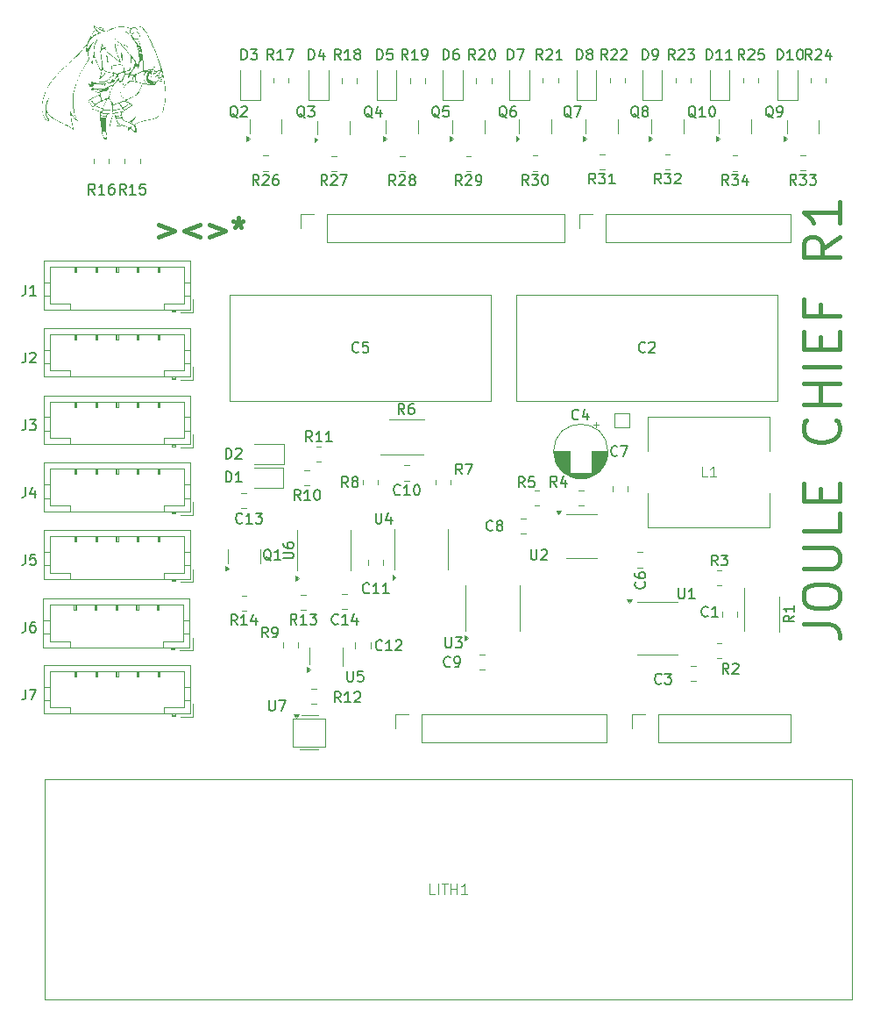
<source format=gbr>
%TF.GenerationSoftware,KiCad,Pcbnew,9.0.3*%
%TF.CreationDate,2025-08-05T14:59:21-07:00*%
%TF.ProjectId,Joule Chief,4a6f756c-6520-4436-9869-65662e6b6963,R1*%
%TF.SameCoordinates,Original*%
%TF.FileFunction,Legend,Top*%
%TF.FilePolarity,Positive*%
%FSLAX46Y46*%
G04 Gerber Fmt 4.6, Leading zero omitted, Abs format (unit mm)*
G04 Created by KiCad (PCBNEW 9.0.3) date 2025-08-05 14:59:21*
%MOMM*%
%LPD*%
G01*
G04 APERTURE LIST*
%ADD10C,0.400000*%
%ADD11C,0.437500*%
%ADD12C,0.150000*%
%ADD13C,0.160000*%
%ADD14C,0.100000*%
%ADD15C,0.120000*%
%ADD16C,0.000000*%
G04 APERTURE END LIST*
D10*
X103739347Y-48901104D02*
X105263157Y-49472533D01*
X105263157Y-49472533D02*
X103739347Y-50043961D01*
X107739347Y-48901104D02*
X106215537Y-49472533D01*
X106215537Y-49472533D02*
X107739347Y-50043961D01*
X108691727Y-48901104D02*
X110215537Y-49472533D01*
X110215537Y-49472533D02*
X108691727Y-50043961D01*
X111453631Y-48234438D02*
X111453631Y-48710628D01*
X110977441Y-48520152D02*
X111453631Y-48710628D01*
X111453631Y-48710628D02*
X111929822Y-48520152D01*
X111167917Y-49091580D02*
X111453631Y-48710628D01*
X111453631Y-48710628D02*
X111739346Y-49091580D01*
D11*
X166048917Y-87378838D02*
X168548917Y-87378838D01*
X168548917Y-87378838D02*
X169048917Y-87545505D01*
X169048917Y-87545505D02*
X169382251Y-87878838D01*
X169382251Y-87878838D02*
X169548917Y-88378838D01*
X169548917Y-88378838D02*
X169548917Y-88712172D01*
X166048917Y-85045505D02*
X166048917Y-84378838D01*
X166048917Y-84378838D02*
X166215584Y-84045505D01*
X166215584Y-84045505D02*
X166548917Y-83712171D01*
X166548917Y-83712171D02*
X167215584Y-83545505D01*
X167215584Y-83545505D02*
X168382251Y-83545505D01*
X168382251Y-83545505D02*
X169048917Y-83712171D01*
X169048917Y-83712171D02*
X169382251Y-84045505D01*
X169382251Y-84045505D02*
X169548917Y-84378838D01*
X169548917Y-84378838D02*
X169548917Y-85045505D01*
X169548917Y-85045505D02*
X169382251Y-85378838D01*
X169382251Y-85378838D02*
X169048917Y-85712171D01*
X169048917Y-85712171D02*
X168382251Y-85878838D01*
X168382251Y-85878838D02*
X167215584Y-85878838D01*
X167215584Y-85878838D02*
X166548917Y-85712171D01*
X166548917Y-85712171D02*
X166215584Y-85378838D01*
X166215584Y-85378838D02*
X166048917Y-85045505D01*
X166048917Y-82045504D02*
X168882251Y-82045504D01*
X168882251Y-82045504D02*
X169215584Y-81878838D01*
X169215584Y-81878838D02*
X169382251Y-81712171D01*
X169382251Y-81712171D02*
X169548917Y-81378838D01*
X169548917Y-81378838D02*
X169548917Y-80712171D01*
X169548917Y-80712171D02*
X169382251Y-80378838D01*
X169382251Y-80378838D02*
X169215584Y-80212171D01*
X169215584Y-80212171D02*
X168882251Y-80045504D01*
X168882251Y-80045504D02*
X166048917Y-80045504D01*
X169548917Y-76712171D02*
X169548917Y-78378837D01*
X169548917Y-78378837D02*
X166048917Y-78378837D01*
X167715584Y-75545504D02*
X167715584Y-74378838D01*
X169548917Y-73878838D02*
X169548917Y-75545504D01*
X169548917Y-75545504D02*
X166048917Y-75545504D01*
X166048917Y-75545504D02*
X166048917Y-73878838D01*
X169215584Y-67712170D02*
X169382251Y-67878837D01*
X169382251Y-67878837D02*
X169548917Y-68378837D01*
X169548917Y-68378837D02*
X169548917Y-68712170D01*
X169548917Y-68712170D02*
X169382251Y-69212170D01*
X169382251Y-69212170D02*
X169048917Y-69545504D01*
X169048917Y-69545504D02*
X168715584Y-69712170D01*
X168715584Y-69712170D02*
X168048917Y-69878837D01*
X168048917Y-69878837D02*
X167548917Y-69878837D01*
X167548917Y-69878837D02*
X166882251Y-69712170D01*
X166882251Y-69712170D02*
X166548917Y-69545504D01*
X166548917Y-69545504D02*
X166215584Y-69212170D01*
X166215584Y-69212170D02*
X166048917Y-68712170D01*
X166048917Y-68712170D02*
X166048917Y-68378837D01*
X166048917Y-68378837D02*
X166215584Y-67878837D01*
X166215584Y-67878837D02*
X166382251Y-67712170D01*
X169548917Y-66212170D02*
X166048917Y-66212170D01*
X167715584Y-66212170D02*
X167715584Y-64212170D01*
X169548917Y-64212170D02*
X166048917Y-64212170D01*
X169548917Y-62545503D02*
X166048917Y-62545503D01*
X167715584Y-60878836D02*
X167715584Y-59712170D01*
X169548917Y-59212170D02*
X169548917Y-60878836D01*
X169548917Y-60878836D02*
X166048917Y-60878836D01*
X166048917Y-60878836D02*
X166048917Y-59212170D01*
X167715584Y-56545503D02*
X167715584Y-57712169D01*
X169548917Y-57712169D02*
X166048917Y-57712169D01*
X166048917Y-57712169D02*
X166048917Y-56045503D01*
X169548917Y-50045502D02*
X167882251Y-51212169D01*
X169548917Y-52045502D02*
X166048917Y-52045502D01*
X166048917Y-52045502D02*
X166048917Y-50712169D01*
X166048917Y-50712169D02*
X166215584Y-50378836D01*
X166215584Y-50378836D02*
X166382251Y-50212169D01*
X166382251Y-50212169D02*
X166715584Y-50045502D01*
X166715584Y-50045502D02*
X167215584Y-50045502D01*
X167215584Y-50045502D02*
X167548917Y-50212169D01*
X167548917Y-50212169D02*
X167715584Y-50378836D01*
X167715584Y-50378836D02*
X167882251Y-50712169D01*
X167882251Y-50712169D02*
X167882251Y-52045502D01*
X169548917Y-46712169D02*
X169548917Y-48712169D01*
X169548917Y-47712169D02*
X166048917Y-47712169D01*
X166048917Y-47712169D02*
X166548917Y-48045502D01*
X166548917Y-48045502D02*
X166882251Y-48378836D01*
X166882251Y-48378836D02*
X167048917Y-48712169D01*
D12*
X166857142Y-32954819D02*
X166523809Y-32478628D01*
X166285714Y-32954819D02*
X166285714Y-31954819D01*
X166285714Y-31954819D02*
X166666666Y-31954819D01*
X166666666Y-31954819D02*
X166761904Y-32002438D01*
X166761904Y-32002438D02*
X166809523Y-32050057D01*
X166809523Y-32050057D02*
X166857142Y-32145295D01*
X166857142Y-32145295D02*
X166857142Y-32288152D01*
X166857142Y-32288152D02*
X166809523Y-32383390D01*
X166809523Y-32383390D02*
X166761904Y-32431009D01*
X166761904Y-32431009D02*
X166666666Y-32478628D01*
X166666666Y-32478628D02*
X166285714Y-32478628D01*
X167238095Y-32050057D02*
X167285714Y-32002438D01*
X167285714Y-32002438D02*
X167380952Y-31954819D01*
X167380952Y-31954819D02*
X167619047Y-31954819D01*
X167619047Y-31954819D02*
X167714285Y-32002438D01*
X167714285Y-32002438D02*
X167761904Y-32050057D01*
X167761904Y-32050057D02*
X167809523Y-32145295D01*
X167809523Y-32145295D02*
X167809523Y-32240533D01*
X167809523Y-32240533D02*
X167761904Y-32383390D01*
X167761904Y-32383390D02*
X167190476Y-32954819D01*
X167190476Y-32954819D02*
X167809523Y-32954819D01*
X168666666Y-32288152D02*
X168666666Y-32954819D01*
X168428571Y-31907200D02*
X168190476Y-32621485D01*
X168190476Y-32621485D02*
X168809523Y-32621485D01*
D13*
X123083333Y-61109060D02*
X123035714Y-61156680D01*
X123035714Y-61156680D02*
X122892857Y-61204299D01*
X122892857Y-61204299D02*
X122797619Y-61204299D01*
X122797619Y-61204299D02*
X122654762Y-61156680D01*
X122654762Y-61156680D02*
X122559524Y-61061441D01*
X122559524Y-61061441D02*
X122511905Y-60966203D01*
X122511905Y-60966203D02*
X122464286Y-60775727D01*
X122464286Y-60775727D02*
X122464286Y-60632870D01*
X122464286Y-60632870D02*
X122511905Y-60442394D01*
X122511905Y-60442394D02*
X122559524Y-60347156D01*
X122559524Y-60347156D02*
X122654762Y-60251918D01*
X122654762Y-60251918D02*
X122797619Y-60204299D01*
X122797619Y-60204299D02*
X122892857Y-60204299D01*
X122892857Y-60204299D02*
X123035714Y-60251918D01*
X123035714Y-60251918D02*
X123083333Y-60299537D01*
X123988095Y-60204299D02*
X123511905Y-60204299D01*
X123511905Y-60204299D02*
X123464286Y-60680489D01*
X123464286Y-60680489D02*
X123511905Y-60632870D01*
X123511905Y-60632870D02*
X123607143Y-60585251D01*
X123607143Y-60585251D02*
X123845238Y-60585251D01*
X123845238Y-60585251D02*
X123940476Y-60632870D01*
X123940476Y-60632870D02*
X123988095Y-60680489D01*
X123988095Y-60680489D02*
X124035714Y-60775727D01*
X124035714Y-60775727D02*
X124035714Y-61013822D01*
X124035714Y-61013822D02*
X123988095Y-61109060D01*
X123988095Y-61109060D02*
X123940476Y-61156680D01*
X123940476Y-61156680D02*
X123845238Y-61204299D01*
X123845238Y-61204299D02*
X123607143Y-61204299D01*
X123607143Y-61204299D02*
X123511905Y-61156680D01*
X123511905Y-61156680D02*
X123464286Y-61109060D01*
D12*
X114438095Y-94761294D02*
X114438095Y-95570817D01*
X114438095Y-95570817D02*
X114485714Y-95666055D01*
X114485714Y-95666055D02*
X114533333Y-95713675D01*
X114533333Y-95713675D02*
X114628571Y-95761294D01*
X114628571Y-95761294D02*
X114819047Y-95761294D01*
X114819047Y-95761294D02*
X114914285Y-95713675D01*
X114914285Y-95713675D02*
X114961904Y-95666055D01*
X114961904Y-95666055D02*
X115009523Y-95570817D01*
X115009523Y-95570817D02*
X115009523Y-94761294D01*
X115390476Y-94761294D02*
X116057142Y-94761294D01*
X116057142Y-94761294D02*
X115628571Y-95761294D01*
X145959914Y-44929205D02*
X145626581Y-44453014D01*
X145388486Y-44929205D02*
X145388486Y-43929205D01*
X145388486Y-43929205D02*
X145769438Y-43929205D01*
X145769438Y-43929205D02*
X145864676Y-43976824D01*
X145864676Y-43976824D02*
X145912295Y-44024443D01*
X145912295Y-44024443D02*
X145959914Y-44119681D01*
X145959914Y-44119681D02*
X145959914Y-44262538D01*
X145959914Y-44262538D02*
X145912295Y-44357776D01*
X145912295Y-44357776D02*
X145864676Y-44405395D01*
X145864676Y-44405395D02*
X145769438Y-44453014D01*
X145769438Y-44453014D02*
X145388486Y-44453014D01*
X146293248Y-43929205D02*
X146912295Y-43929205D01*
X146912295Y-43929205D02*
X146578962Y-44310157D01*
X146578962Y-44310157D02*
X146721819Y-44310157D01*
X146721819Y-44310157D02*
X146817057Y-44357776D01*
X146817057Y-44357776D02*
X146864676Y-44405395D01*
X146864676Y-44405395D02*
X146912295Y-44500633D01*
X146912295Y-44500633D02*
X146912295Y-44738728D01*
X146912295Y-44738728D02*
X146864676Y-44833966D01*
X146864676Y-44833966D02*
X146817057Y-44881586D01*
X146817057Y-44881586D02*
X146721819Y-44929205D01*
X146721819Y-44929205D02*
X146436105Y-44929205D01*
X146436105Y-44929205D02*
X146340867Y-44881586D01*
X146340867Y-44881586D02*
X146293248Y-44833966D01*
X147864676Y-44929205D02*
X147293248Y-44929205D01*
X147578962Y-44929205D02*
X147578962Y-43929205D01*
X147578962Y-43929205D02*
X147483724Y-44072062D01*
X147483724Y-44072062D02*
X147388486Y-44167300D01*
X147388486Y-44167300D02*
X147293248Y-44214919D01*
X143654761Y-38550057D02*
X143559523Y-38502438D01*
X143559523Y-38502438D02*
X143464285Y-38407200D01*
X143464285Y-38407200D02*
X143321428Y-38264342D01*
X143321428Y-38264342D02*
X143226190Y-38216723D01*
X143226190Y-38216723D02*
X143130952Y-38216723D01*
X143178571Y-38454819D02*
X143083333Y-38407200D01*
X143083333Y-38407200D02*
X142988095Y-38311961D01*
X142988095Y-38311961D02*
X142940476Y-38121485D01*
X142940476Y-38121485D02*
X142940476Y-37788152D01*
X142940476Y-37788152D02*
X142988095Y-37597676D01*
X142988095Y-37597676D02*
X143083333Y-37502438D01*
X143083333Y-37502438D02*
X143178571Y-37454819D01*
X143178571Y-37454819D02*
X143369047Y-37454819D01*
X143369047Y-37454819D02*
X143464285Y-37502438D01*
X143464285Y-37502438D02*
X143559523Y-37597676D01*
X143559523Y-37597676D02*
X143607142Y-37788152D01*
X143607142Y-37788152D02*
X143607142Y-38121485D01*
X143607142Y-38121485D02*
X143559523Y-38311961D01*
X143559523Y-38311961D02*
X143464285Y-38407200D01*
X143464285Y-38407200D02*
X143369047Y-38454819D01*
X143369047Y-38454819D02*
X143178571Y-38454819D01*
X143940476Y-37454819D02*
X144607142Y-37454819D01*
X144607142Y-37454819D02*
X144178571Y-38454819D01*
X121988095Y-91954819D02*
X121988095Y-92764342D01*
X121988095Y-92764342D02*
X122035714Y-92859580D01*
X122035714Y-92859580D02*
X122083333Y-92907200D01*
X122083333Y-92907200D02*
X122178571Y-92954819D01*
X122178571Y-92954819D02*
X122369047Y-92954819D01*
X122369047Y-92954819D02*
X122464285Y-92907200D01*
X122464285Y-92907200D02*
X122511904Y-92859580D01*
X122511904Y-92859580D02*
X122559523Y-92764342D01*
X122559523Y-92764342D02*
X122559523Y-91954819D01*
X123511904Y-91954819D02*
X123035714Y-91954819D01*
X123035714Y-91954819D02*
X122988095Y-92431009D01*
X122988095Y-92431009D02*
X123035714Y-92383390D01*
X123035714Y-92383390D02*
X123130952Y-92335771D01*
X123130952Y-92335771D02*
X123369047Y-92335771D01*
X123369047Y-92335771D02*
X123464285Y-92383390D01*
X123464285Y-92383390D02*
X123511904Y-92431009D01*
X123511904Y-92431009D02*
X123559523Y-92526247D01*
X123559523Y-92526247D02*
X123559523Y-92764342D01*
X123559523Y-92764342D02*
X123511904Y-92859580D01*
X123511904Y-92859580D02*
X123464285Y-92907200D01*
X123464285Y-92907200D02*
X123369047Y-92954819D01*
X123369047Y-92954819D02*
X123130952Y-92954819D01*
X123130952Y-92954819D02*
X123035714Y-92907200D01*
X123035714Y-92907200D02*
X122988095Y-92859580D01*
X125357142Y-89859580D02*
X125309523Y-89907200D01*
X125309523Y-89907200D02*
X125166666Y-89954819D01*
X125166666Y-89954819D02*
X125071428Y-89954819D01*
X125071428Y-89954819D02*
X124928571Y-89907200D01*
X124928571Y-89907200D02*
X124833333Y-89811961D01*
X124833333Y-89811961D02*
X124785714Y-89716723D01*
X124785714Y-89716723D02*
X124738095Y-89526247D01*
X124738095Y-89526247D02*
X124738095Y-89383390D01*
X124738095Y-89383390D02*
X124785714Y-89192914D01*
X124785714Y-89192914D02*
X124833333Y-89097676D01*
X124833333Y-89097676D02*
X124928571Y-89002438D01*
X124928571Y-89002438D02*
X125071428Y-88954819D01*
X125071428Y-88954819D02*
X125166666Y-88954819D01*
X125166666Y-88954819D02*
X125309523Y-89002438D01*
X125309523Y-89002438D02*
X125357142Y-89050057D01*
X126309523Y-89954819D02*
X125738095Y-89954819D01*
X126023809Y-89954819D02*
X126023809Y-88954819D01*
X126023809Y-88954819D02*
X125928571Y-89097676D01*
X125928571Y-89097676D02*
X125833333Y-89192914D01*
X125833333Y-89192914D02*
X125738095Y-89240533D01*
X126690476Y-89050057D02*
X126738095Y-89002438D01*
X126738095Y-89002438D02*
X126833333Y-88954819D01*
X126833333Y-88954819D02*
X127071428Y-88954819D01*
X127071428Y-88954819D02*
X127166666Y-89002438D01*
X127166666Y-89002438D02*
X127214285Y-89050057D01*
X127214285Y-89050057D02*
X127261904Y-89145295D01*
X127261904Y-89145295D02*
X127261904Y-89240533D01*
X127261904Y-89240533D02*
X127214285Y-89383390D01*
X127214285Y-89383390D02*
X126642857Y-89954819D01*
X126642857Y-89954819D02*
X127261904Y-89954819D01*
X158807142Y-45058931D02*
X158473809Y-44582740D01*
X158235714Y-45058931D02*
X158235714Y-44058931D01*
X158235714Y-44058931D02*
X158616666Y-44058931D01*
X158616666Y-44058931D02*
X158711904Y-44106550D01*
X158711904Y-44106550D02*
X158759523Y-44154169D01*
X158759523Y-44154169D02*
X158807142Y-44249407D01*
X158807142Y-44249407D02*
X158807142Y-44392264D01*
X158807142Y-44392264D02*
X158759523Y-44487502D01*
X158759523Y-44487502D02*
X158711904Y-44535121D01*
X158711904Y-44535121D02*
X158616666Y-44582740D01*
X158616666Y-44582740D02*
X158235714Y-44582740D01*
X159140476Y-44058931D02*
X159759523Y-44058931D01*
X159759523Y-44058931D02*
X159426190Y-44439883D01*
X159426190Y-44439883D02*
X159569047Y-44439883D01*
X159569047Y-44439883D02*
X159664285Y-44487502D01*
X159664285Y-44487502D02*
X159711904Y-44535121D01*
X159711904Y-44535121D02*
X159759523Y-44630359D01*
X159759523Y-44630359D02*
X159759523Y-44868454D01*
X159759523Y-44868454D02*
X159711904Y-44963692D01*
X159711904Y-44963692D02*
X159664285Y-45011312D01*
X159664285Y-45011312D02*
X159569047Y-45058931D01*
X159569047Y-45058931D02*
X159283333Y-45058931D01*
X159283333Y-45058931D02*
X159188095Y-45011312D01*
X159188095Y-45011312D02*
X159140476Y-44963692D01*
X160616666Y-44392264D02*
X160616666Y-45058931D01*
X160378571Y-44011312D02*
X160140476Y-44725597D01*
X160140476Y-44725597D02*
X160759523Y-44725597D01*
X90916666Y-87204819D02*
X90916666Y-87919104D01*
X90916666Y-87919104D02*
X90869047Y-88061961D01*
X90869047Y-88061961D02*
X90773809Y-88157200D01*
X90773809Y-88157200D02*
X90630952Y-88204819D01*
X90630952Y-88204819D02*
X90535714Y-88204819D01*
X91821428Y-87204819D02*
X91630952Y-87204819D01*
X91630952Y-87204819D02*
X91535714Y-87252438D01*
X91535714Y-87252438D02*
X91488095Y-87300057D01*
X91488095Y-87300057D02*
X91392857Y-87442914D01*
X91392857Y-87442914D02*
X91345238Y-87633390D01*
X91345238Y-87633390D02*
X91345238Y-88014342D01*
X91345238Y-88014342D02*
X91392857Y-88109580D01*
X91392857Y-88109580D02*
X91440476Y-88157200D01*
X91440476Y-88157200D02*
X91535714Y-88204819D01*
X91535714Y-88204819D02*
X91726190Y-88204819D01*
X91726190Y-88204819D02*
X91821428Y-88157200D01*
X91821428Y-88157200D02*
X91869047Y-88109580D01*
X91869047Y-88109580D02*
X91916666Y-88014342D01*
X91916666Y-88014342D02*
X91916666Y-87776247D01*
X91916666Y-87776247D02*
X91869047Y-87681009D01*
X91869047Y-87681009D02*
X91821428Y-87633390D01*
X91821428Y-87633390D02*
X91726190Y-87585771D01*
X91726190Y-87585771D02*
X91535714Y-87585771D01*
X91535714Y-87585771D02*
X91440476Y-87633390D01*
X91440476Y-87633390D02*
X91392857Y-87681009D01*
X91392857Y-87681009D02*
X91345238Y-87776247D01*
X124738095Y-76704819D02*
X124738095Y-77514342D01*
X124738095Y-77514342D02*
X124785714Y-77609580D01*
X124785714Y-77609580D02*
X124833333Y-77657200D01*
X124833333Y-77657200D02*
X124928571Y-77704819D01*
X124928571Y-77704819D02*
X125119047Y-77704819D01*
X125119047Y-77704819D02*
X125214285Y-77657200D01*
X125214285Y-77657200D02*
X125261904Y-77609580D01*
X125261904Y-77609580D02*
X125309523Y-77514342D01*
X125309523Y-77514342D02*
X125309523Y-76704819D01*
X126214285Y-77038152D02*
X126214285Y-77704819D01*
X125976190Y-76657200D02*
X125738095Y-77371485D01*
X125738095Y-77371485D02*
X126357142Y-77371485D01*
X153988095Y-83954819D02*
X153988095Y-84764342D01*
X153988095Y-84764342D02*
X154035714Y-84859580D01*
X154035714Y-84859580D02*
X154083333Y-84907200D01*
X154083333Y-84907200D02*
X154178571Y-84954819D01*
X154178571Y-84954819D02*
X154369047Y-84954819D01*
X154369047Y-84954819D02*
X154464285Y-84907200D01*
X154464285Y-84907200D02*
X154511904Y-84859580D01*
X154511904Y-84859580D02*
X154559523Y-84764342D01*
X154559523Y-84764342D02*
X154559523Y-83954819D01*
X155559523Y-84954819D02*
X154988095Y-84954819D01*
X155273809Y-84954819D02*
X155273809Y-83954819D01*
X155273809Y-83954819D02*
X155178571Y-84097676D01*
X155178571Y-84097676D02*
X155083333Y-84192914D01*
X155083333Y-84192914D02*
X154988095Y-84240533D01*
X147107142Y-32954819D02*
X146773809Y-32478628D01*
X146535714Y-32954819D02*
X146535714Y-31954819D01*
X146535714Y-31954819D02*
X146916666Y-31954819D01*
X146916666Y-31954819D02*
X147011904Y-32002438D01*
X147011904Y-32002438D02*
X147059523Y-32050057D01*
X147059523Y-32050057D02*
X147107142Y-32145295D01*
X147107142Y-32145295D02*
X147107142Y-32288152D01*
X147107142Y-32288152D02*
X147059523Y-32383390D01*
X147059523Y-32383390D02*
X147011904Y-32431009D01*
X147011904Y-32431009D02*
X146916666Y-32478628D01*
X146916666Y-32478628D02*
X146535714Y-32478628D01*
X147488095Y-32050057D02*
X147535714Y-32002438D01*
X147535714Y-32002438D02*
X147630952Y-31954819D01*
X147630952Y-31954819D02*
X147869047Y-31954819D01*
X147869047Y-31954819D02*
X147964285Y-32002438D01*
X147964285Y-32002438D02*
X148011904Y-32050057D01*
X148011904Y-32050057D02*
X148059523Y-32145295D01*
X148059523Y-32145295D02*
X148059523Y-32240533D01*
X148059523Y-32240533D02*
X148011904Y-32383390D01*
X148011904Y-32383390D02*
X147440476Y-32954819D01*
X147440476Y-32954819D02*
X148059523Y-32954819D01*
X148440476Y-32050057D02*
X148488095Y-32002438D01*
X148488095Y-32002438D02*
X148583333Y-31954819D01*
X148583333Y-31954819D02*
X148821428Y-31954819D01*
X148821428Y-31954819D02*
X148916666Y-32002438D01*
X148916666Y-32002438D02*
X148964285Y-32050057D01*
X148964285Y-32050057D02*
X149011904Y-32145295D01*
X149011904Y-32145295D02*
X149011904Y-32240533D01*
X149011904Y-32240533D02*
X148964285Y-32383390D01*
X148964285Y-32383390D02*
X148392857Y-32954819D01*
X148392857Y-32954819D02*
X149011904Y-32954819D01*
X117470760Y-75459575D02*
X117137427Y-74983384D01*
X116899332Y-75459575D02*
X116899332Y-74459575D01*
X116899332Y-74459575D02*
X117280284Y-74459575D01*
X117280284Y-74459575D02*
X117375522Y-74507194D01*
X117375522Y-74507194D02*
X117423141Y-74554813D01*
X117423141Y-74554813D02*
X117470760Y-74650051D01*
X117470760Y-74650051D02*
X117470760Y-74792908D01*
X117470760Y-74792908D02*
X117423141Y-74888146D01*
X117423141Y-74888146D02*
X117375522Y-74935765D01*
X117375522Y-74935765D02*
X117280284Y-74983384D01*
X117280284Y-74983384D02*
X116899332Y-74983384D01*
X118423141Y-75459575D02*
X117851713Y-75459575D01*
X118137427Y-75459575D02*
X118137427Y-74459575D01*
X118137427Y-74459575D02*
X118042189Y-74602432D01*
X118042189Y-74602432D02*
X117946951Y-74697670D01*
X117946951Y-74697670D02*
X117851713Y-74745289D01*
X119042189Y-74459575D02*
X119137427Y-74459575D01*
X119137427Y-74459575D02*
X119232665Y-74507194D01*
X119232665Y-74507194D02*
X119280284Y-74554813D01*
X119280284Y-74554813D02*
X119327903Y-74650051D01*
X119327903Y-74650051D02*
X119375522Y-74840527D01*
X119375522Y-74840527D02*
X119375522Y-75078622D01*
X119375522Y-75078622D02*
X119327903Y-75269098D01*
X119327903Y-75269098D02*
X119280284Y-75364336D01*
X119280284Y-75364336D02*
X119232665Y-75411956D01*
X119232665Y-75411956D02*
X119137427Y-75459575D01*
X119137427Y-75459575D02*
X119042189Y-75459575D01*
X119042189Y-75459575D02*
X118946951Y-75411956D01*
X118946951Y-75411956D02*
X118899332Y-75364336D01*
X118899332Y-75364336D02*
X118851713Y-75269098D01*
X118851713Y-75269098D02*
X118804094Y-75078622D01*
X118804094Y-75078622D02*
X118804094Y-74840527D01*
X118804094Y-74840527D02*
X118851713Y-74650051D01*
X118851713Y-74650051D02*
X118899332Y-74554813D01*
X118899332Y-74554813D02*
X118946951Y-74507194D01*
X118946951Y-74507194D02*
X119042189Y-74459575D01*
X130904761Y-38550057D02*
X130809523Y-38502438D01*
X130809523Y-38502438D02*
X130714285Y-38407200D01*
X130714285Y-38407200D02*
X130571428Y-38264342D01*
X130571428Y-38264342D02*
X130476190Y-38216723D01*
X130476190Y-38216723D02*
X130380952Y-38216723D01*
X130428571Y-38454819D02*
X130333333Y-38407200D01*
X130333333Y-38407200D02*
X130238095Y-38311961D01*
X130238095Y-38311961D02*
X130190476Y-38121485D01*
X130190476Y-38121485D02*
X130190476Y-37788152D01*
X130190476Y-37788152D02*
X130238095Y-37597676D01*
X130238095Y-37597676D02*
X130333333Y-37502438D01*
X130333333Y-37502438D02*
X130428571Y-37454819D01*
X130428571Y-37454819D02*
X130619047Y-37454819D01*
X130619047Y-37454819D02*
X130714285Y-37502438D01*
X130714285Y-37502438D02*
X130809523Y-37597676D01*
X130809523Y-37597676D02*
X130857142Y-37788152D01*
X130857142Y-37788152D02*
X130857142Y-38121485D01*
X130857142Y-38121485D02*
X130809523Y-38311961D01*
X130809523Y-38311961D02*
X130714285Y-38407200D01*
X130714285Y-38407200D02*
X130619047Y-38454819D01*
X130619047Y-38454819D02*
X130428571Y-38454819D01*
X131761904Y-37454819D02*
X131285714Y-37454819D01*
X131285714Y-37454819D02*
X131238095Y-37931009D01*
X131238095Y-37931009D02*
X131285714Y-37883390D01*
X131285714Y-37883390D02*
X131380952Y-37835771D01*
X131380952Y-37835771D02*
X131619047Y-37835771D01*
X131619047Y-37835771D02*
X131714285Y-37883390D01*
X131714285Y-37883390D02*
X131761904Y-37931009D01*
X131761904Y-37931009D02*
X131809523Y-38026247D01*
X131809523Y-38026247D02*
X131809523Y-38264342D01*
X131809523Y-38264342D02*
X131761904Y-38359580D01*
X131761904Y-38359580D02*
X131714285Y-38407200D01*
X131714285Y-38407200D02*
X131619047Y-38454819D01*
X131619047Y-38454819D02*
X131380952Y-38454819D01*
X131380952Y-38454819D02*
X131285714Y-38407200D01*
X131285714Y-38407200D02*
X131238095Y-38359580D01*
X111404761Y-38550057D02*
X111309523Y-38502438D01*
X111309523Y-38502438D02*
X111214285Y-38407200D01*
X111214285Y-38407200D02*
X111071428Y-38264342D01*
X111071428Y-38264342D02*
X110976190Y-38216723D01*
X110976190Y-38216723D02*
X110880952Y-38216723D01*
X110928571Y-38454819D02*
X110833333Y-38407200D01*
X110833333Y-38407200D02*
X110738095Y-38311961D01*
X110738095Y-38311961D02*
X110690476Y-38121485D01*
X110690476Y-38121485D02*
X110690476Y-37788152D01*
X110690476Y-37788152D02*
X110738095Y-37597676D01*
X110738095Y-37597676D02*
X110833333Y-37502438D01*
X110833333Y-37502438D02*
X110928571Y-37454819D01*
X110928571Y-37454819D02*
X111119047Y-37454819D01*
X111119047Y-37454819D02*
X111214285Y-37502438D01*
X111214285Y-37502438D02*
X111309523Y-37597676D01*
X111309523Y-37597676D02*
X111357142Y-37788152D01*
X111357142Y-37788152D02*
X111357142Y-38121485D01*
X111357142Y-38121485D02*
X111309523Y-38311961D01*
X111309523Y-38311961D02*
X111214285Y-38407200D01*
X111214285Y-38407200D02*
X111119047Y-38454819D01*
X111119047Y-38454819D02*
X110928571Y-38454819D01*
X111738095Y-37550057D02*
X111785714Y-37502438D01*
X111785714Y-37502438D02*
X111880952Y-37454819D01*
X111880952Y-37454819D02*
X112119047Y-37454819D01*
X112119047Y-37454819D02*
X112214285Y-37502438D01*
X112214285Y-37502438D02*
X112261904Y-37550057D01*
X112261904Y-37550057D02*
X112309523Y-37645295D01*
X112309523Y-37645295D02*
X112309523Y-37740533D01*
X112309523Y-37740533D02*
X112261904Y-37883390D01*
X112261904Y-37883390D02*
X111690476Y-38454819D01*
X111690476Y-38454819D02*
X112309523Y-38454819D01*
X158833333Y-92204819D02*
X158500000Y-91728628D01*
X158261905Y-92204819D02*
X158261905Y-91204819D01*
X158261905Y-91204819D02*
X158642857Y-91204819D01*
X158642857Y-91204819D02*
X158738095Y-91252438D01*
X158738095Y-91252438D02*
X158785714Y-91300057D01*
X158785714Y-91300057D02*
X158833333Y-91395295D01*
X158833333Y-91395295D02*
X158833333Y-91538152D01*
X158833333Y-91538152D02*
X158785714Y-91633390D01*
X158785714Y-91633390D02*
X158738095Y-91681009D01*
X158738095Y-91681009D02*
X158642857Y-91728628D01*
X158642857Y-91728628D02*
X158261905Y-91728628D01*
X159214286Y-91300057D02*
X159261905Y-91252438D01*
X159261905Y-91252438D02*
X159357143Y-91204819D01*
X159357143Y-91204819D02*
X159595238Y-91204819D01*
X159595238Y-91204819D02*
X159690476Y-91252438D01*
X159690476Y-91252438D02*
X159738095Y-91300057D01*
X159738095Y-91300057D02*
X159785714Y-91395295D01*
X159785714Y-91395295D02*
X159785714Y-91490533D01*
X159785714Y-91490533D02*
X159738095Y-91633390D01*
X159738095Y-91633390D02*
X159166667Y-92204819D01*
X159166667Y-92204819D02*
X159785714Y-92204819D01*
D14*
X130440476Y-113457419D02*
X129964286Y-113457419D01*
X129964286Y-113457419D02*
X129964286Y-112457419D01*
X130773810Y-113457419D02*
X130773810Y-112457419D01*
X131107143Y-112457419D02*
X131678571Y-112457419D01*
X131392857Y-113457419D02*
X131392857Y-112457419D01*
X132011905Y-113457419D02*
X132011905Y-112457419D01*
X132011905Y-112933609D02*
X132583333Y-112933609D01*
X132583333Y-113457419D02*
X132583333Y-112457419D01*
X133583333Y-113457419D02*
X133011905Y-113457419D01*
X133297619Y-113457419D02*
X133297619Y-112457419D01*
X133297619Y-112457419D02*
X133202381Y-112600276D01*
X133202381Y-112600276D02*
X133107143Y-112695514D01*
X133107143Y-112695514D02*
X133011905Y-112743133D01*
D12*
X118607142Y-69804819D02*
X118273809Y-69328628D01*
X118035714Y-69804819D02*
X118035714Y-68804819D01*
X118035714Y-68804819D02*
X118416666Y-68804819D01*
X118416666Y-68804819D02*
X118511904Y-68852438D01*
X118511904Y-68852438D02*
X118559523Y-68900057D01*
X118559523Y-68900057D02*
X118607142Y-68995295D01*
X118607142Y-68995295D02*
X118607142Y-69138152D01*
X118607142Y-69138152D02*
X118559523Y-69233390D01*
X118559523Y-69233390D02*
X118511904Y-69281009D01*
X118511904Y-69281009D02*
X118416666Y-69328628D01*
X118416666Y-69328628D02*
X118035714Y-69328628D01*
X119559523Y-69804819D02*
X118988095Y-69804819D01*
X119273809Y-69804819D02*
X119273809Y-68804819D01*
X119273809Y-68804819D02*
X119178571Y-68947676D01*
X119178571Y-68947676D02*
X119083333Y-69042914D01*
X119083333Y-69042914D02*
X118988095Y-69090533D01*
X120511904Y-69804819D02*
X119940476Y-69804819D01*
X120226190Y-69804819D02*
X120226190Y-68804819D01*
X120226190Y-68804819D02*
X120130952Y-68947676D01*
X120130952Y-68947676D02*
X120035714Y-69042914D01*
X120035714Y-69042914D02*
X119940476Y-69090533D01*
X156685714Y-32954819D02*
X156685714Y-31954819D01*
X156685714Y-31954819D02*
X156923809Y-31954819D01*
X156923809Y-31954819D02*
X157066666Y-32002438D01*
X157066666Y-32002438D02*
X157161904Y-32097676D01*
X157161904Y-32097676D02*
X157209523Y-32192914D01*
X157209523Y-32192914D02*
X157257142Y-32383390D01*
X157257142Y-32383390D02*
X157257142Y-32526247D01*
X157257142Y-32526247D02*
X157209523Y-32716723D01*
X157209523Y-32716723D02*
X157161904Y-32811961D01*
X157161904Y-32811961D02*
X157066666Y-32907200D01*
X157066666Y-32907200D02*
X156923809Y-32954819D01*
X156923809Y-32954819D02*
X156685714Y-32954819D01*
X158209523Y-32954819D02*
X157638095Y-32954819D01*
X157923809Y-32954819D02*
X157923809Y-31954819D01*
X157923809Y-31954819D02*
X157828571Y-32097676D01*
X157828571Y-32097676D02*
X157733333Y-32192914D01*
X157733333Y-32192914D02*
X157638095Y-32240533D01*
X159161904Y-32954819D02*
X158590476Y-32954819D01*
X158876190Y-32954819D02*
X158876190Y-31954819D01*
X158876190Y-31954819D02*
X158780952Y-32097676D01*
X158780952Y-32097676D02*
X158685714Y-32192914D01*
X158685714Y-32192914D02*
X158590476Y-32240533D01*
X153607142Y-32954819D02*
X153273809Y-32478628D01*
X153035714Y-32954819D02*
X153035714Y-31954819D01*
X153035714Y-31954819D02*
X153416666Y-31954819D01*
X153416666Y-31954819D02*
X153511904Y-32002438D01*
X153511904Y-32002438D02*
X153559523Y-32050057D01*
X153559523Y-32050057D02*
X153607142Y-32145295D01*
X153607142Y-32145295D02*
X153607142Y-32288152D01*
X153607142Y-32288152D02*
X153559523Y-32383390D01*
X153559523Y-32383390D02*
X153511904Y-32431009D01*
X153511904Y-32431009D02*
X153416666Y-32478628D01*
X153416666Y-32478628D02*
X153035714Y-32478628D01*
X153988095Y-32050057D02*
X154035714Y-32002438D01*
X154035714Y-32002438D02*
X154130952Y-31954819D01*
X154130952Y-31954819D02*
X154369047Y-31954819D01*
X154369047Y-31954819D02*
X154464285Y-32002438D01*
X154464285Y-32002438D02*
X154511904Y-32050057D01*
X154511904Y-32050057D02*
X154559523Y-32145295D01*
X154559523Y-32145295D02*
X154559523Y-32240533D01*
X154559523Y-32240533D02*
X154511904Y-32383390D01*
X154511904Y-32383390D02*
X153940476Y-32954819D01*
X153940476Y-32954819D02*
X154559523Y-32954819D01*
X154892857Y-31954819D02*
X155511904Y-31954819D01*
X155511904Y-31954819D02*
X155178571Y-32335771D01*
X155178571Y-32335771D02*
X155321428Y-32335771D01*
X155321428Y-32335771D02*
X155416666Y-32383390D01*
X155416666Y-32383390D02*
X155464285Y-32431009D01*
X155464285Y-32431009D02*
X155511904Y-32526247D01*
X155511904Y-32526247D02*
X155511904Y-32764342D01*
X155511904Y-32764342D02*
X155464285Y-32859580D01*
X155464285Y-32859580D02*
X155416666Y-32907200D01*
X155416666Y-32907200D02*
X155321428Y-32954819D01*
X155321428Y-32954819D02*
X155035714Y-32954819D01*
X155035714Y-32954819D02*
X154940476Y-32907200D01*
X154940476Y-32907200D02*
X154892857Y-32859580D01*
X150154761Y-38550057D02*
X150059523Y-38502438D01*
X150059523Y-38502438D02*
X149964285Y-38407200D01*
X149964285Y-38407200D02*
X149821428Y-38264342D01*
X149821428Y-38264342D02*
X149726190Y-38216723D01*
X149726190Y-38216723D02*
X149630952Y-38216723D01*
X149678571Y-38454819D02*
X149583333Y-38407200D01*
X149583333Y-38407200D02*
X149488095Y-38311961D01*
X149488095Y-38311961D02*
X149440476Y-38121485D01*
X149440476Y-38121485D02*
X149440476Y-37788152D01*
X149440476Y-37788152D02*
X149488095Y-37597676D01*
X149488095Y-37597676D02*
X149583333Y-37502438D01*
X149583333Y-37502438D02*
X149678571Y-37454819D01*
X149678571Y-37454819D02*
X149869047Y-37454819D01*
X149869047Y-37454819D02*
X149964285Y-37502438D01*
X149964285Y-37502438D02*
X150059523Y-37597676D01*
X150059523Y-37597676D02*
X150107142Y-37788152D01*
X150107142Y-37788152D02*
X150107142Y-38121485D01*
X150107142Y-38121485D02*
X150059523Y-38311961D01*
X150059523Y-38311961D02*
X149964285Y-38407200D01*
X149964285Y-38407200D02*
X149869047Y-38454819D01*
X149869047Y-38454819D02*
X149678571Y-38454819D01*
X150678571Y-37883390D02*
X150583333Y-37835771D01*
X150583333Y-37835771D02*
X150535714Y-37788152D01*
X150535714Y-37788152D02*
X150488095Y-37692914D01*
X150488095Y-37692914D02*
X150488095Y-37645295D01*
X150488095Y-37645295D02*
X150535714Y-37550057D01*
X150535714Y-37550057D02*
X150583333Y-37502438D01*
X150583333Y-37502438D02*
X150678571Y-37454819D01*
X150678571Y-37454819D02*
X150869047Y-37454819D01*
X150869047Y-37454819D02*
X150964285Y-37502438D01*
X150964285Y-37502438D02*
X151011904Y-37550057D01*
X151011904Y-37550057D02*
X151059523Y-37645295D01*
X151059523Y-37645295D02*
X151059523Y-37692914D01*
X151059523Y-37692914D02*
X151011904Y-37788152D01*
X151011904Y-37788152D02*
X150964285Y-37835771D01*
X150964285Y-37835771D02*
X150869047Y-37883390D01*
X150869047Y-37883390D02*
X150678571Y-37883390D01*
X150678571Y-37883390D02*
X150583333Y-37931009D01*
X150583333Y-37931009D02*
X150535714Y-37978628D01*
X150535714Y-37978628D02*
X150488095Y-38073866D01*
X150488095Y-38073866D02*
X150488095Y-38264342D01*
X150488095Y-38264342D02*
X150535714Y-38359580D01*
X150535714Y-38359580D02*
X150583333Y-38407200D01*
X150583333Y-38407200D02*
X150678571Y-38454819D01*
X150678571Y-38454819D02*
X150869047Y-38454819D01*
X150869047Y-38454819D02*
X150964285Y-38407200D01*
X150964285Y-38407200D02*
X151011904Y-38359580D01*
X151011904Y-38359580D02*
X151059523Y-38264342D01*
X151059523Y-38264342D02*
X151059523Y-38073866D01*
X151059523Y-38073866D02*
X151011904Y-37978628D01*
X151011904Y-37978628D02*
X150964285Y-37931009D01*
X150964285Y-37931009D02*
X150869047Y-37883390D01*
X110261905Y-73704819D02*
X110261905Y-72704819D01*
X110261905Y-72704819D02*
X110500000Y-72704819D01*
X110500000Y-72704819D02*
X110642857Y-72752438D01*
X110642857Y-72752438D02*
X110738095Y-72847676D01*
X110738095Y-72847676D02*
X110785714Y-72942914D01*
X110785714Y-72942914D02*
X110833333Y-73133390D01*
X110833333Y-73133390D02*
X110833333Y-73276247D01*
X110833333Y-73276247D02*
X110785714Y-73466723D01*
X110785714Y-73466723D02*
X110738095Y-73561961D01*
X110738095Y-73561961D02*
X110642857Y-73657200D01*
X110642857Y-73657200D02*
X110500000Y-73704819D01*
X110500000Y-73704819D02*
X110261905Y-73704819D01*
X111785714Y-73704819D02*
X111214286Y-73704819D01*
X111500000Y-73704819D02*
X111500000Y-72704819D01*
X111500000Y-72704819D02*
X111404762Y-72847676D01*
X111404762Y-72847676D02*
X111309524Y-72942914D01*
X111309524Y-72942914D02*
X111214286Y-72990533D01*
X121357142Y-94954819D02*
X121023809Y-94478628D01*
X120785714Y-94954819D02*
X120785714Y-93954819D01*
X120785714Y-93954819D02*
X121166666Y-93954819D01*
X121166666Y-93954819D02*
X121261904Y-94002438D01*
X121261904Y-94002438D02*
X121309523Y-94050057D01*
X121309523Y-94050057D02*
X121357142Y-94145295D01*
X121357142Y-94145295D02*
X121357142Y-94288152D01*
X121357142Y-94288152D02*
X121309523Y-94383390D01*
X121309523Y-94383390D02*
X121261904Y-94431009D01*
X121261904Y-94431009D02*
X121166666Y-94478628D01*
X121166666Y-94478628D02*
X120785714Y-94478628D01*
X122309523Y-94954819D02*
X121738095Y-94954819D01*
X122023809Y-94954819D02*
X122023809Y-93954819D01*
X122023809Y-93954819D02*
X121928571Y-94097676D01*
X121928571Y-94097676D02*
X121833333Y-94192914D01*
X121833333Y-94192914D02*
X121738095Y-94240533D01*
X122690476Y-94050057D02*
X122738095Y-94002438D01*
X122738095Y-94002438D02*
X122833333Y-93954819D01*
X122833333Y-93954819D02*
X123071428Y-93954819D01*
X123071428Y-93954819D02*
X123166666Y-94002438D01*
X123166666Y-94002438D02*
X123214285Y-94050057D01*
X123214285Y-94050057D02*
X123261904Y-94145295D01*
X123261904Y-94145295D02*
X123261904Y-94240533D01*
X123261904Y-94240533D02*
X123214285Y-94383390D01*
X123214285Y-94383390D02*
X122642857Y-94954819D01*
X122642857Y-94954819D02*
X123261904Y-94954819D01*
X127107142Y-74859580D02*
X127059523Y-74907200D01*
X127059523Y-74907200D02*
X126916666Y-74954819D01*
X126916666Y-74954819D02*
X126821428Y-74954819D01*
X126821428Y-74954819D02*
X126678571Y-74907200D01*
X126678571Y-74907200D02*
X126583333Y-74811961D01*
X126583333Y-74811961D02*
X126535714Y-74716723D01*
X126535714Y-74716723D02*
X126488095Y-74526247D01*
X126488095Y-74526247D02*
X126488095Y-74383390D01*
X126488095Y-74383390D02*
X126535714Y-74192914D01*
X126535714Y-74192914D02*
X126583333Y-74097676D01*
X126583333Y-74097676D02*
X126678571Y-74002438D01*
X126678571Y-74002438D02*
X126821428Y-73954819D01*
X126821428Y-73954819D02*
X126916666Y-73954819D01*
X126916666Y-73954819D02*
X127059523Y-74002438D01*
X127059523Y-74002438D02*
X127107142Y-74050057D01*
X128059523Y-74954819D02*
X127488095Y-74954819D01*
X127773809Y-74954819D02*
X127773809Y-73954819D01*
X127773809Y-73954819D02*
X127678571Y-74097676D01*
X127678571Y-74097676D02*
X127583333Y-74192914D01*
X127583333Y-74192914D02*
X127488095Y-74240533D01*
X128678571Y-73954819D02*
X128773809Y-73954819D01*
X128773809Y-73954819D02*
X128869047Y-74002438D01*
X128869047Y-74002438D02*
X128916666Y-74050057D01*
X128916666Y-74050057D02*
X128964285Y-74145295D01*
X128964285Y-74145295D02*
X129011904Y-74335771D01*
X129011904Y-74335771D02*
X129011904Y-74573866D01*
X129011904Y-74573866D02*
X128964285Y-74764342D01*
X128964285Y-74764342D02*
X128916666Y-74859580D01*
X128916666Y-74859580D02*
X128869047Y-74907200D01*
X128869047Y-74907200D02*
X128773809Y-74954819D01*
X128773809Y-74954819D02*
X128678571Y-74954819D01*
X128678571Y-74954819D02*
X128583333Y-74907200D01*
X128583333Y-74907200D02*
X128535714Y-74859580D01*
X128535714Y-74859580D02*
X128488095Y-74764342D01*
X128488095Y-74764342D02*
X128440476Y-74573866D01*
X128440476Y-74573866D02*
X128440476Y-74335771D01*
X128440476Y-74335771D02*
X128488095Y-74145295D01*
X128488095Y-74145295D02*
X128535714Y-74050057D01*
X128535714Y-74050057D02*
X128583333Y-74002438D01*
X128583333Y-74002438D02*
X128678571Y-73954819D01*
X114857142Y-32954819D02*
X114523809Y-32478628D01*
X114285714Y-32954819D02*
X114285714Y-31954819D01*
X114285714Y-31954819D02*
X114666666Y-31954819D01*
X114666666Y-31954819D02*
X114761904Y-32002438D01*
X114761904Y-32002438D02*
X114809523Y-32050057D01*
X114809523Y-32050057D02*
X114857142Y-32145295D01*
X114857142Y-32145295D02*
X114857142Y-32288152D01*
X114857142Y-32288152D02*
X114809523Y-32383390D01*
X114809523Y-32383390D02*
X114761904Y-32431009D01*
X114761904Y-32431009D02*
X114666666Y-32478628D01*
X114666666Y-32478628D02*
X114285714Y-32478628D01*
X115809523Y-32954819D02*
X115238095Y-32954819D01*
X115523809Y-32954819D02*
X115523809Y-31954819D01*
X115523809Y-31954819D02*
X115428571Y-32097676D01*
X115428571Y-32097676D02*
X115333333Y-32192914D01*
X115333333Y-32192914D02*
X115238095Y-32240533D01*
X116142857Y-31954819D02*
X116809523Y-31954819D01*
X116809523Y-31954819D02*
X116380952Y-32954819D01*
X124404761Y-38550057D02*
X124309523Y-38502438D01*
X124309523Y-38502438D02*
X124214285Y-38407200D01*
X124214285Y-38407200D02*
X124071428Y-38264342D01*
X124071428Y-38264342D02*
X123976190Y-38216723D01*
X123976190Y-38216723D02*
X123880952Y-38216723D01*
X123928571Y-38454819D02*
X123833333Y-38407200D01*
X123833333Y-38407200D02*
X123738095Y-38311961D01*
X123738095Y-38311961D02*
X123690476Y-38121485D01*
X123690476Y-38121485D02*
X123690476Y-37788152D01*
X123690476Y-37788152D02*
X123738095Y-37597676D01*
X123738095Y-37597676D02*
X123833333Y-37502438D01*
X123833333Y-37502438D02*
X123928571Y-37454819D01*
X123928571Y-37454819D02*
X124119047Y-37454819D01*
X124119047Y-37454819D02*
X124214285Y-37502438D01*
X124214285Y-37502438D02*
X124309523Y-37597676D01*
X124309523Y-37597676D02*
X124357142Y-37788152D01*
X124357142Y-37788152D02*
X124357142Y-38121485D01*
X124357142Y-38121485D02*
X124309523Y-38311961D01*
X124309523Y-38311961D02*
X124214285Y-38407200D01*
X124214285Y-38407200D02*
X124119047Y-38454819D01*
X124119047Y-38454819D02*
X123928571Y-38454819D01*
X125214285Y-37788152D02*
X125214285Y-38454819D01*
X124976190Y-37407200D02*
X124738095Y-38121485D01*
X124738095Y-38121485D02*
X125357142Y-38121485D01*
X110261905Y-71454819D02*
X110261905Y-70454819D01*
X110261905Y-70454819D02*
X110500000Y-70454819D01*
X110500000Y-70454819D02*
X110642857Y-70502438D01*
X110642857Y-70502438D02*
X110738095Y-70597676D01*
X110738095Y-70597676D02*
X110785714Y-70692914D01*
X110785714Y-70692914D02*
X110833333Y-70883390D01*
X110833333Y-70883390D02*
X110833333Y-71026247D01*
X110833333Y-71026247D02*
X110785714Y-71216723D01*
X110785714Y-71216723D02*
X110738095Y-71311961D01*
X110738095Y-71311961D02*
X110642857Y-71407200D01*
X110642857Y-71407200D02*
X110500000Y-71454819D01*
X110500000Y-71454819D02*
X110261905Y-71454819D01*
X111214286Y-70550057D02*
X111261905Y-70502438D01*
X111261905Y-70502438D02*
X111357143Y-70454819D01*
X111357143Y-70454819D02*
X111595238Y-70454819D01*
X111595238Y-70454819D02*
X111690476Y-70502438D01*
X111690476Y-70502438D02*
X111738095Y-70550057D01*
X111738095Y-70550057D02*
X111785714Y-70645295D01*
X111785714Y-70645295D02*
X111785714Y-70740533D01*
X111785714Y-70740533D02*
X111738095Y-70883390D01*
X111738095Y-70883390D02*
X111166667Y-71454819D01*
X111166667Y-71454819D02*
X111785714Y-71454819D01*
X121357142Y-32954819D02*
X121023809Y-32478628D01*
X120785714Y-32954819D02*
X120785714Y-31954819D01*
X120785714Y-31954819D02*
X121166666Y-31954819D01*
X121166666Y-31954819D02*
X121261904Y-32002438D01*
X121261904Y-32002438D02*
X121309523Y-32050057D01*
X121309523Y-32050057D02*
X121357142Y-32145295D01*
X121357142Y-32145295D02*
X121357142Y-32288152D01*
X121357142Y-32288152D02*
X121309523Y-32383390D01*
X121309523Y-32383390D02*
X121261904Y-32431009D01*
X121261904Y-32431009D02*
X121166666Y-32478628D01*
X121166666Y-32478628D02*
X120785714Y-32478628D01*
X122309523Y-32954819D02*
X121738095Y-32954819D01*
X122023809Y-32954819D02*
X122023809Y-31954819D01*
X122023809Y-31954819D02*
X121928571Y-32097676D01*
X121928571Y-32097676D02*
X121833333Y-32192914D01*
X121833333Y-32192914D02*
X121738095Y-32240533D01*
X122880952Y-32383390D02*
X122785714Y-32335771D01*
X122785714Y-32335771D02*
X122738095Y-32288152D01*
X122738095Y-32288152D02*
X122690476Y-32192914D01*
X122690476Y-32192914D02*
X122690476Y-32145295D01*
X122690476Y-32145295D02*
X122738095Y-32050057D01*
X122738095Y-32050057D02*
X122785714Y-32002438D01*
X122785714Y-32002438D02*
X122880952Y-31954819D01*
X122880952Y-31954819D02*
X123071428Y-31954819D01*
X123071428Y-31954819D02*
X123166666Y-32002438D01*
X123166666Y-32002438D02*
X123214285Y-32050057D01*
X123214285Y-32050057D02*
X123261904Y-32145295D01*
X123261904Y-32145295D02*
X123261904Y-32192914D01*
X123261904Y-32192914D02*
X123214285Y-32288152D01*
X123214285Y-32288152D02*
X123166666Y-32335771D01*
X123166666Y-32335771D02*
X123071428Y-32383390D01*
X123071428Y-32383390D02*
X122880952Y-32383390D01*
X122880952Y-32383390D02*
X122785714Y-32431009D01*
X122785714Y-32431009D02*
X122738095Y-32478628D01*
X122738095Y-32478628D02*
X122690476Y-32573866D01*
X122690476Y-32573866D02*
X122690476Y-32764342D01*
X122690476Y-32764342D02*
X122738095Y-32859580D01*
X122738095Y-32859580D02*
X122785714Y-32907200D01*
X122785714Y-32907200D02*
X122880952Y-32954819D01*
X122880952Y-32954819D02*
X123071428Y-32954819D01*
X123071428Y-32954819D02*
X123166666Y-32907200D01*
X123166666Y-32907200D02*
X123214285Y-32859580D01*
X123214285Y-32859580D02*
X123261904Y-32764342D01*
X123261904Y-32764342D02*
X123261904Y-32573866D01*
X123261904Y-32573866D02*
X123214285Y-32478628D01*
X123214285Y-32478628D02*
X123166666Y-32431009D01*
X123166666Y-32431009D02*
X123071428Y-32383390D01*
X163154761Y-38550057D02*
X163059523Y-38502438D01*
X163059523Y-38502438D02*
X162964285Y-38407200D01*
X162964285Y-38407200D02*
X162821428Y-38264342D01*
X162821428Y-38264342D02*
X162726190Y-38216723D01*
X162726190Y-38216723D02*
X162630952Y-38216723D01*
X162678571Y-38454819D02*
X162583333Y-38407200D01*
X162583333Y-38407200D02*
X162488095Y-38311961D01*
X162488095Y-38311961D02*
X162440476Y-38121485D01*
X162440476Y-38121485D02*
X162440476Y-37788152D01*
X162440476Y-37788152D02*
X162488095Y-37597676D01*
X162488095Y-37597676D02*
X162583333Y-37502438D01*
X162583333Y-37502438D02*
X162678571Y-37454819D01*
X162678571Y-37454819D02*
X162869047Y-37454819D01*
X162869047Y-37454819D02*
X162964285Y-37502438D01*
X162964285Y-37502438D02*
X163059523Y-37597676D01*
X163059523Y-37597676D02*
X163107142Y-37788152D01*
X163107142Y-37788152D02*
X163107142Y-38121485D01*
X163107142Y-38121485D02*
X163059523Y-38311961D01*
X163059523Y-38311961D02*
X162964285Y-38407200D01*
X162964285Y-38407200D02*
X162869047Y-38454819D01*
X162869047Y-38454819D02*
X162678571Y-38454819D01*
X163583333Y-38454819D02*
X163773809Y-38454819D01*
X163773809Y-38454819D02*
X163869047Y-38407200D01*
X163869047Y-38407200D02*
X163916666Y-38359580D01*
X163916666Y-38359580D02*
X164011904Y-38216723D01*
X164011904Y-38216723D02*
X164059523Y-38026247D01*
X164059523Y-38026247D02*
X164059523Y-37645295D01*
X164059523Y-37645295D02*
X164011904Y-37550057D01*
X164011904Y-37550057D02*
X163964285Y-37502438D01*
X163964285Y-37502438D02*
X163869047Y-37454819D01*
X163869047Y-37454819D02*
X163678571Y-37454819D01*
X163678571Y-37454819D02*
X163583333Y-37502438D01*
X163583333Y-37502438D02*
X163535714Y-37550057D01*
X163535714Y-37550057D02*
X163488095Y-37645295D01*
X163488095Y-37645295D02*
X163488095Y-37883390D01*
X163488095Y-37883390D02*
X163535714Y-37978628D01*
X163535714Y-37978628D02*
X163583333Y-38026247D01*
X163583333Y-38026247D02*
X163678571Y-38073866D01*
X163678571Y-38073866D02*
X163869047Y-38073866D01*
X163869047Y-38073866D02*
X163964285Y-38026247D01*
X163964285Y-38026247D02*
X164011904Y-37978628D01*
X164011904Y-37978628D02*
X164059523Y-37883390D01*
X139133333Y-74204819D02*
X138800000Y-73728628D01*
X138561905Y-74204819D02*
X138561905Y-73204819D01*
X138561905Y-73204819D02*
X138942857Y-73204819D01*
X138942857Y-73204819D02*
X139038095Y-73252438D01*
X139038095Y-73252438D02*
X139085714Y-73300057D01*
X139085714Y-73300057D02*
X139133333Y-73395295D01*
X139133333Y-73395295D02*
X139133333Y-73538152D01*
X139133333Y-73538152D02*
X139085714Y-73633390D01*
X139085714Y-73633390D02*
X139038095Y-73681009D01*
X139038095Y-73681009D02*
X138942857Y-73728628D01*
X138942857Y-73728628D02*
X138561905Y-73728628D01*
X140038095Y-73204819D02*
X139561905Y-73204819D01*
X139561905Y-73204819D02*
X139514286Y-73681009D01*
X139514286Y-73681009D02*
X139561905Y-73633390D01*
X139561905Y-73633390D02*
X139657143Y-73585771D01*
X139657143Y-73585771D02*
X139895238Y-73585771D01*
X139895238Y-73585771D02*
X139990476Y-73633390D01*
X139990476Y-73633390D02*
X140038095Y-73681009D01*
X140038095Y-73681009D02*
X140085714Y-73776247D01*
X140085714Y-73776247D02*
X140085714Y-74014342D01*
X140085714Y-74014342D02*
X140038095Y-74109580D01*
X140038095Y-74109580D02*
X139990476Y-74157200D01*
X139990476Y-74157200D02*
X139895238Y-74204819D01*
X139895238Y-74204819D02*
X139657143Y-74204819D01*
X139657143Y-74204819D02*
X139561905Y-74157200D01*
X139561905Y-74157200D02*
X139514286Y-74109580D01*
X97607142Y-45954819D02*
X97273809Y-45478628D01*
X97035714Y-45954819D02*
X97035714Y-44954819D01*
X97035714Y-44954819D02*
X97416666Y-44954819D01*
X97416666Y-44954819D02*
X97511904Y-45002438D01*
X97511904Y-45002438D02*
X97559523Y-45050057D01*
X97559523Y-45050057D02*
X97607142Y-45145295D01*
X97607142Y-45145295D02*
X97607142Y-45288152D01*
X97607142Y-45288152D02*
X97559523Y-45383390D01*
X97559523Y-45383390D02*
X97511904Y-45431009D01*
X97511904Y-45431009D02*
X97416666Y-45478628D01*
X97416666Y-45478628D02*
X97035714Y-45478628D01*
X98559523Y-45954819D02*
X97988095Y-45954819D01*
X98273809Y-45954819D02*
X98273809Y-44954819D01*
X98273809Y-44954819D02*
X98178571Y-45097676D01*
X98178571Y-45097676D02*
X98083333Y-45192914D01*
X98083333Y-45192914D02*
X97988095Y-45240533D01*
X99416666Y-44954819D02*
X99226190Y-44954819D01*
X99226190Y-44954819D02*
X99130952Y-45002438D01*
X99130952Y-45002438D02*
X99083333Y-45050057D01*
X99083333Y-45050057D02*
X98988095Y-45192914D01*
X98988095Y-45192914D02*
X98940476Y-45383390D01*
X98940476Y-45383390D02*
X98940476Y-45764342D01*
X98940476Y-45764342D02*
X98988095Y-45859580D01*
X98988095Y-45859580D02*
X99035714Y-45907200D01*
X99035714Y-45907200D02*
X99130952Y-45954819D01*
X99130952Y-45954819D02*
X99321428Y-45954819D01*
X99321428Y-45954819D02*
X99416666Y-45907200D01*
X99416666Y-45907200D02*
X99464285Y-45859580D01*
X99464285Y-45859580D02*
X99511904Y-45764342D01*
X99511904Y-45764342D02*
X99511904Y-45526247D01*
X99511904Y-45526247D02*
X99464285Y-45431009D01*
X99464285Y-45431009D02*
X99416666Y-45383390D01*
X99416666Y-45383390D02*
X99321428Y-45335771D01*
X99321428Y-45335771D02*
X99130952Y-45335771D01*
X99130952Y-45335771D02*
X99035714Y-45383390D01*
X99035714Y-45383390D02*
X98988095Y-45431009D01*
X98988095Y-45431009D02*
X98940476Y-45526247D01*
X122083333Y-74204819D02*
X121750000Y-73728628D01*
X121511905Y-74204819D02*
X121511905Y-73204819D01*
X121511905Y-73204819D02*
X121892857Y-73204819D01*
X121892857Y-73204819D02*
X121988095Y-73252438D01*
X121988095Y-73252438D02*
X122035714Y-73300057D01*
X122035714Y-73300057D02*
X122083333Y-73395295D01*
X122083333Y-73395295D02*
X122083333Y-73538152D01*
X122083333Y-73538152D02*
X122035714Y-73633390D01*
X122035714Y-73633390D02*
X121988095Y-73681009D01*
X121988095Y-73681009D02*
X121892857Y-73728628D01*
X121892857Y-73728628D02*
X121511905Y-73728628D01*
X122654762Y-73633390D02*
X122559524Y-73585771D01*
X122559524Y-73585771D02*
X122511905Y-73538152D01*
X122511905Y-73538152D02*
X122464286Y-73442914D01*
X122464286Y-73442914D02*
X122464286Y-73395295D01*
X122464286Y-73395295D02*
X122511905Y-73300057D01*
X122511905Y-73300057D02*
X122559524Y-73252438D01*
X122559524Y-73252438D02*
X122654762Y-73204819D01*
X122654762Y-73204819D02*
X122845238Y-73204819D01*
X122845238Y-73204819D02*
X122940476Y-73252438D01*
X122940476Y-73252438D02*
X122988095Y-73300057D01*
X122988095Y-73300057D02*
X123035714Y-73395295D01*
X123035714Y-73395295D02*
X123035714Y-73442914D01*
X123035714Y-73442914D02*
X122988095Y-73538152D01*
X122988095Y-73538152D02*
X122940476Y-73585771D01*
X122940476Y-73585771D02*
X122845238Y-73633390D01*
X122845238Y-73633390D02*
X122654762Y-73633390D01*
X122654762Y-73633390D02*
X122559524Y-73681009D01*
X122559524Y-73681009D02*
X122511905Y-73728628D01*
X122511905Y-73728628D02*
X122464286Y-73823866D01*
X122464286Y-73823866D02*
X122464286Y-74014342D01*
X122464286Y-74014342D02*
X122511905Y-74109580D01*
X122511905Y-74109580D02*
X122559524Y-74157200D01*
X122559524Y-74157200D02*
X122654762Y-74204819D01*
X122654762Y-74204819D02*
X122845238Y-74204819D01*
X122845238Y-74204819D02*
X122940476Y-74157200D01*
X122940476Y-74157200D02*
X122988095Y-74109580D01*
X122988095Y-74109580D02*
X123035714Y-74014342D01*
X123035714Y-74014342D02*
X123035714Y-73823866D01*
X123035714Y-73823866D02*
X122988095Y-73728628D01*
X122988095Y-73728628D02*
X122940476Y-73681009D01*
X122940476Y-73681009D02*
X122845238Y-73633390D01*
X127857142Y-32954819D02*
X127523809Y-32478628D01*
X127285714Y-32954819D02*
X127285714Y-31954819D01*
X127285714Y-31954819D02*
X127666666Y-31954819D01*
X127666666Y-31954819D02*
X127761904Y-32002438D01*
X127761904Y-32002438D02*
X127809523Y-32050057D01*
X127809523Y-32050057D02*
X127857142Y-32145295D01*
X127857142Y-32145295D02*
X127857142Y-32288152D01*
X127857142Y-32288152D02*
X127809523Y-32383390D01*
X127809523Y-32383390D02*
X127761904Y-32431009D01*
X127761904Y-32431009D02*
X127666666Y-32478628D01*
X127666666Y-32478628D02*
X127285714Y-32478628D01*
X128809523Y-32954819D02*
X128238095Y-32954819D01*
X128523809Y-32954819D02*
X128523809Y-31954819D01*
X128523809Y-31954819D02*
X128428571Y-32097676D01*
X128428571Y-32097676D02*
X128333333Y-32192914D01*
X128333333Y-32192914D02*
X128238095Y-32240533D01*
X129285714Y-32954819D02*
X129476190Y-32954819D01*
X129476190Y-32954819D02*
X129571428Y-32907200D01*
X129571428Y-32907200D02*
X129619047Y-32859580D01*
X129619047Y-32859580D02*
X129714285Y-32716723D01*
X129714285Y-32716723D02*
X129761904Y-32526247D01*
X129761904Y-32526247D02*
X129761904Y-32145295D01*
X129761904Y-32145295D02*
X129714285Y-32050057D01*
X129714285Y-32050057D02*
X129666666Y-32002438D01*
X129666666Y-32002438D02*
X129571428Y-31954819D01*
X129571428Y-31954819D02*
X129380952Y-31954819D01*
X129380952Y-31954819D02*
X129285714Y-32002438D01*
X129285714Y-32002438D02*
X129238095Y-32050057D01*
X129238095Y-32050057D02*
X129190476Y-32145295D01*
X129190476Y-32145295D02*
X129190476Y-32383390D01*
X129190476Y-32383390D02*
X129238095Y-32478628D01*
X129238095Y-32478628D02*
X129285714Y-32526247D01*
X129285714Y-32526247D02*
X129380952Y-32573866D01*
X129380952Y-32573866D02*
X129571428Y-32573866D01*
X129571428Y-32573866D02*
X129666666Y-32526247D01*
X129666666Y-32526247D02*
X129714285Y-32478628D01*
X129714285Y-32478628D02*
X129761904Y-32383390D01*
X133083333Y-72954819D02*
X132750000Y-72478628D01*
X132511905Y-72954819D02*
X132511905Y-71954819D01*
X132511905Y-71954819D02*
X132892857Y-71954819D01*
X132892857Y-71954819D02*
X132988095Y-72002438D01*
X132988095Y-72002438D02*
X133035714Y-72050057D01*
X133035714Y-72050057D02*
X133083333Y-72145295D01*
X133083333Y-72145295D02*
X133083333Y-72288152D01*
X133083333Y-72288152D02*
X133035714Y-72383390D01*
X133035714Y-72383390D02*
X132988095Y-72431009D01*
X132988095Y-72431009D02*
X132892857Y-72478628D01*
X132892857Y-72478628D02*
X132511905Y-72478628D01*
X133416667Y-71954819D02*
X134083333Y-71954819D01*
X134083333Y-71954819D02*
X133654762Y-72954819D01*
X124107142Y-84359580D02*
X124059523Y-84407200D01*
X124059523Y-84407200D02*
X123916666Y-84454819D01*
X123916666Y-84454819D02*
X123821428Y-84454819D01*
X123821428Y-84454819D02*
X123678571Y-84407200D01*
X123678571Y-84407200D02*
X123583333Y-84311961D01*
X123583333Y-84311961D02*
X123535714Y-84216723D01*
X123535714Y-84216723D02*
X123488095Y-84026247D01*
X123488095Y-84026247D02*
X123488095Y-83883390D01*
X123488095Y-83883390D02*
X123535714Y-83692914D01*
X123535714Y-83692914D02*
X123583333Y-83597676D01*
X123583333Y-83597676D02*
X123678571Y-83502438D01*
X123678571Y-83502438D02*
X123821428Y-83454819D01*
X123821428Y-83454819D02*
X123916666Y-83454819D01*
X123916666Y-83454819D02*
X124059523Y-83502438D01*
X124059523Y-83502438D02*
X124107142Y-83550057D01*
X125059523Y-84454819D02*
X124488095Y-84454819D01*
X124773809Y-84454819D02*
X124773809Y-83454819D01*
X124773809Y-83454819D02*
X124678571Y-83597676D01*
X124678571Y-83597676D02*
X124583333Y-83692914D01*
X124583333Y-83692914D02*
X124488095Y-83740533D01*
X126011904Y-84454819D02*
X125440476Y-84454819D01*
X125726190Y-84454819D02*
X125726190Y-83454819D01*
X125726190Y-83454819D02*
X125630952Y-83597676D01*
X125630952Y-83597676D02*
X125535714Y-83692914D01*
X125535714Y-83692914D02*
X125440476Y-83740533D01*
X131488095Y-88704819D02*
X131488095Y-89514342D01*
X131488095Y-89514342D02*
X131535714Y-89609580D01*
X131535714Y-89609580D02*
X131583333Y-89657200D01*
X131583333Y-89657200D02*
X131678571Y-89704819D01*
X131678571Y-89704819D02*
X131869047Y-89704819D01*
X131869047Y-89704819D02*
X131964285Y-89657200D01*
X131964285Y-89657200D02*
X132011904Y-89609580D01*
X132011904Y-89609580D02*
X132059523Y-89514342D01*
X132059523Y-89514342D02*
X132059523Y-88704819D01*
X132440476Y-88704819D02*
X133059523Y-88704819D01*
X133059523Y-88704819D02*
X132726190Y-89085771D01*
X132726190Y-89085771D02*
X132869047Y-89085771D01*
X132869047Y-89085771D02*
X132964285Y-89133390D01*
X132964285Y-89133390D02*
X133011904Y-89181009D01*
X133011904Y-89181009D02*
X133059523Y-89276247D01*
X133059523Y-89276247D02*
X133059523Y-89514342D01*
X133059523Y-89514342D02*
X133011904Y-89609580D01*
X133011904Y-89609580D02*
X132964285Y-89657200D01*
X132964285Y-89657200D02*
X132869047Y-89704819D01*
X132869047Y-89704819D02*
X132583333Y-89704819D01*
X132583333Y-89704819D02*
X132488095Y-89657200D01*
X132488095Y-89657200D02*
X132440476Y-89609580D01*
X144181974Y-32954819D02*
X144181974Y-31954819D01*
X144181974Y-31954819D02*
X144420069Y-31954819D01*
X144420069Y-31954819D02*
X144562926Y-32002438D01*
X144562926Y-32002438D02*
X144658164Y-32097676D01*
X144658164Y-32097676D02*
X144705783Y-32192914D01*
X144705783Y-32192914D02*
X144753402Y-32383390D01*
X144753402Y-32383390D02*
X144753402Y-32526247D01*
X144753402Y-32526247D02*
X144705783Y-32716723D01*
X144705783Y-32716723D02*
X144658164Y-32811961D01*
X144658164Y-32811961D02*
X144562926Y-32907200D01*
X144562926Y-32907200D02*
X144420069Y-32954819D01*
X144420069Y-32954819D02*
X144181974Y-32954819D01*
X145324831Y-32383390D02*
X145229593Y-32335771D01*
X145229593Y-32335771D02*
X145181974Y-32288152D01*
X145181974Y-32288152D02*
X145134355Y-32192914D01*
X145134355Y-32192914D02*
X145134355Y-32145295D01*
X145134355Y-32145295D02*
X145181974Y-32050057D01*
X145181974Y-32050057D02*
X145229593Y-32002438D01*
X145229593Y-32002438D02*
X145324831Y-31954819D01*
X145324831Y-31954819D02*
X145515307Y-31954819D01*
X145515307Y-31954819D02*
X145610545Y-32002438D01*
X145610545Y-32002438D02*
X145658164Y-32050057D01*
X145658164Y-32050057D02*
X145705783Y-32145295D01*
X145705783Y-32145295D02*
X145705783Y-32192914D01*
X145705783Y-32192914D02*
X145658164Y-32288152D01*
X145658164Y-32288152D02*
X145610545Y-32335771D01*
X145610545Y-32335771D02*
X145515307Y-32383390D01*
X145515307Y-32383390D02*
X145324831Y-32383390D01*
X145324831Y-32383390D02*
X145229593Y-32431009D01*
X145229593Y-32431009D02*
X145181974Y-32478628D01*
X145181974Y-32478628D02*
X145134355Y-32573866D01*
X145134355Y-32573866D02*
X145134355Y-32764342D01*
X145134355Y-32764342D02*
X145181974Y-32859580D01*
X145181974Y-32859580D02*
X145229593Y-32907200D01*
X145229593Y-32907200D02*
X145324831Y-32954819D01*
X145324831Y-32954819D02*
X145515307Y-32954819D01*
X145515307Y-32954819D02*
X145610545Y-32907200D01*
X145610545Y-32907200D02*
X145658164Y-32859580D01*
X145658164Y-32859580D02*
X145705783Y-32764342D01*
X145705783Y-32764342D02*
X145705783Y-32573866D01*
X145705783Y-32573866D02*
X145658164Y-32478628D01*
X145658164Y-32478628D02*
X145610545Y-32431009D01*
X145610545Y-32431009D02*
X145515307Y-32383390D01*
X90916666Y-74204819D02*
X90916666Y-74919104D01*
X90916666Y-74919104D02*
X90869047Y-75061961D01*
X90869047Y-75061961D02*
X90773809Y-75157200D01*
X90773809Y-75157200D02*
X90630952Y-75204819D01*
X90630952Y-75204819D02*
X90535714Y-75204819D01*
X91821428Y-74538152D02*
X91821428Y-75204819D01*
X91583333Y-74157200D02*
X91345238Y-74871485D01*
X91345238Y-74871485D02*
X91964285Y-74871485D01*
X160357142Y-32954819D02*
X160023809Y-32478628D01*
X159785714Y-32954819D02*
X159785714Y-31954819D01*
X159785714Y-31954819D02*
X160166666Y-31954819D01*
X160166666Y-31954819D02*
X160261904Y-32002438D01*
X160261904Y-32002438D02*
X160309523Y-32050057D01*
X160309523Y-32050057D02*
X160357142Y-32145295D01*
X160357142Y-32145295D02*
X160357142Y-32288152D01*
X160357142Y-32288152D02*
X160309523Y-32383390D01*
X160309523Y-32383390D02*
X160261904Y-32431009D01*
X160261904Y-32431009D02*
X160166666Y-32478628D01*
X160166666Y-32478628D02*
X159785714Y-32478628D01*
X160738095Y-32050057D02*
X160785714Y-32002438D01*
X160785714Y-32002438D02*
X160880952Y-31954819D01*
X160880952Y-31954819D02*
X161119047Y-31954819D01*
X161119047Y-31954819D02*
X161214285Y-32002438D01*
X161214285Y-32002438D02*
X161261904Y-32050057D01*
X161261904Y-32050057D02*
X161309523Y-32145295D01*
X161309523Y-32145295D02*
X161309523Y-32240533D01*
X161309523Y-32240533D02*
X161261904Y-32383390D01*
X161261904Y-32383390D02*
X160690476Y-32954819D01*
X160690476Y-32954819D02*
X161309523Y-32954819D01*
X162214285Y-31954819D02*
X161738095Y-31954819D01*
X161738095Y-31954819D02*
X161690476Y-32431009D01*
X161690476Y-32431009D02*
X161738095Y-32383390D01*
X161738095Y-32383390D02*
X161833333Y-32335771D01*
X161833333Y-32335771D02*
X162071428Y-32335771D01*
X162071428Y-32335771D02*
X162166666Y-32383390D01*
X162166666Y-32383390D02*
X162214285Y-32431009D01*
X162214285Y-32431009D02*
X162261904Y-32526247D01*
X162261904Y-32526247D02*
X162261904Y-32764342D01*
X162261904Y-32764342D02*
X162214285Y-32859580D01*
X162214285Y-32859580D02*
X162166666Y-32907200D01*
X162166666Y-32907200D02*
X162071428Y-32954819D01*
X162071428Y-32954819D02*
X161833333Y-32954819D01*
X161833333Y-32954819D02*
X161738095Y-32907200D01*
X161738095Y-32907200D02*
X161690476Y-32859580D01*
X157763333Y-81759819D02*
X157430000Y-81283628D01*
X157191905Y-81759819D02*
X157191905Y-80759819D01*
X157191905Y-80759819D02*
X157572857Y-80759819D01*
X157572857Y-80759819D02*
X157668095Y-80807438D01*
X157668095Y-80807438D02*
X157715714Y-80855057D01*
X157715714Y-80855057D02*
X157763333Y-80950295D01*
X157763333Y-80950295D02*
X157763333Y-81093152D01*
X157763333Y-81093152D02*
X157715714Y-81188390D01*
X157715714Y-81188390D02*
X157668095Y-81236009D01*
X157668095Y-81236009D02*
X157572857Y-81283628D01*
X157572857Y-81283628D02*
X157191905Y-81283628D01*
X158096667Y-80759819D02*
X158715714Y-80759819D01*
X158715714Y-80759819D02*
X158382381Y-81140771D01*
X158382381Y-81140771D02*
X158525238Y-81140771D01*
X158525238Y-81140771D02*
X158620476Y-81188390D01*
X158620476Y-81188390D02*
X158668095Y-81236009D01*
X158668095Y-81236009D02*
X158715714Y-81331247D01*
X158715714Y-81331247D02*
X158715714Y-81569342D01*
X158715714Y-81569342D02*
X158668095Y-81664580D01*
X158668095Y-81664580D02*
X158620476Y-81712200D01*
X158620476Y-81712200D02*
X158525238Y-81759819D01*
X158525238Y-81759819D02*
X158239524Y-81759819D01*
X158239524Y-81759819D02*
X158144286Y-81712200D01*
X158144286Y-81712200D02*
X158096667Y-81664580D01*
X90916666Y-61204819D02*
X90916666Y-61919104D01*
X90916666Y-61919104D02*
X90869047Y-62061961D01*
X90869047Y-62061961D02*
X90773809Y-62157200D01*
X90773809Y-62157200D02*
X90630952Y-62204819D01*
X90630952Y-62204819D02*
X90535714Y-62204819D01*
X91345238Y-61300057D02*
X91392857Y-61252438D01*
X91392857Y-61252438D02*
X91488095Y-61204819D01*
X91488095Y-61204819D02*
X91726190Y-61204819D01*
X91726190Y-61204819D02*
X91821428Y-61252438D01*
X91821428Y-61252438D02*
X91869047Y-61300057D01*
X91869047Y-61300057D02*
X91916666Y-61395295D01*
X91916666Y-61395295D02*
X91916666Y-61490533D01*
X91916666Y-61490533D02*
X91869047Y-61633390D01*
X91869047Y-61633390D02*
X91297619Y-62204819D01*
X91297619Y-62204819D02*
X91916666Y-62204819D01*
X113457142Y-45054819D02*
X113123809Y-44578628D01*
X112885714Y-45054819D02*
X112885714Y-44054819D01*
X112885714Y-44054819D02*
X113266666Y-44054819D01*
X113266666Y-44054819D02*
X113361904Y-44102438D01*
X113361904Y-44102438D02*
X113409523Y-44150057D01*
X113409523Y-44150057D02*
X113457142Y-44245295D01*
X113457142Y-44245295D02*
X113457142Y-44388152D01*
X113457142Y-44388152D02*
X113409523Y-44483390D01*
X113409523Y-44483390D02*
X113361904Y-44531009D01*
X113361904Y-44531009D02*
X113266666Y-44578628D01*
X113266666Y-44578628D02*
X112885714Y-44578628D01*
X113838095Y-44150057D02*
X113885714Y-44102438D01*
X113885714Y-44102438D02*
X113980952Y-44054819D01*
X113980952Y-44054819D02*
X114219047Y-44054819D01*
X114219047Y-44054819D02*
X114314285Y-44102438D01*
X114314285Y-44102438D02*
X114361904Y-44150057D01*
X114361904Y-44150057D02*
X114409523Y-44245295D01*
X114409523Y-44245295D02*
X114409523Y-44340533D01*
X114409523Y-44340533D02*
X114361904Y-44483390D01*
X114361904Y-44483390D02*
X113790476Y-45054819D01*
X113790476Y-45054819D02*
X114409523Y-45054819D01*
X115266666Y-44054819D02*
X115076190Y-44054819D01*
X115076190Y-44054819D02*
X114980952Y-44102438D01*
X114980952Y-44102438D02*
X114933333Y-44150057D01*
X114933333Y-44150057D02*
X114838095Y-44292914D01*
X114838095Y-44292914D02*
X114790476Y-44483390D01*
X114790476Y-44483390D02*
X114790476Y-44864342D01*
X114790476Y-44864342D02*
X114838095Y-44959580D01*
X114838095Y-44959580D02*
X114885714Y-45007200D01*
X114885714Y-45007200D02*
X114980952Y-45054819D01*
X114980952Y-45054819D02*
X115171428Y-45054819D01*
X115171428Y-45054819D02*
X115266666Y-45007200D01*
X115266666Y-45007200D02*
X115314285Y-44959580D01*
X115314285Y-44959580D02*
X115361904Y-44864342D01*
X115361904Y-44864342D02*
X115361904Y-44626247D01*
X115361904Y-44626247D02*
X115314285Y-44531009D01*
X115314285Y-44531009D02*
X115266666Y-44483390D01*
X115266666Y-44483390D02*
X115171428Y-44435771D01*
X115171428Y-44435771D02*
X114980952Y-44435771D01*
X114980952Y-44435771D02*
X114885714Y-44483390D01*
X114885714Y-44483390D02*
X114838095Y-44531009D01*
X114838095Y-44531009D02*
X114790476Y-44626247D01*
X126657142Y-45077364D02*
X126323809Y-44601173D01*
X126085714Y-45077364D02*
X126085714Y-44077364D01*
X126085714Y-44077364D02*
X126466666Y-44077364D01*
X126466666Y-44077364D02*
X126561904Y-44124983D01*
X126561904Y-44124983D02*
X126609523Y-44172602D01*
X126609523Y-44172602D02*
X126657142Y-44267840D01*
X126657142Y-44267840D02*
X126657142Y-44410697D01*
X126657142Y-44410697D02*
X126609523Y-44505935D01*
X126609523Y-44505935D02*
X126561904Y-44553554D01*
X126561904Y-44553554D02*
X126466666Y-44601173D01*
X126466666Y-44601173D02*
X126085714Y-44601173D01*
X127038095Y-44172602D02*
X127085714Y-44124983D01*
X127085714Y-44124983D02*
X127180952Y-44077364D01*
X127180952Y-44077364D02*
X127419047Y-44077364D01*
X127419047Y-44077364D02*
X127514285Y-44124983D01*
X127514285Y-44124983D02*
X127561904Y-44172602D01*
X127561904Y-44172602D02*
X127609523Y-44267840D01*
X127609523Y-44267840D02*
X127609523Y-44363078D01*
X127609523Y-44363078D02*
X127561904Y-44505935D01*
X127561904Y-44505935D02*
X126990476Y-45077364D01*
X126990476Y-45077364D02*
X127609523Y-45077364D01*
X128180952Y-44505935D02*
X128085714Y-44458316D01*
X128085714Y-44458316D02*
X128038095Y-44410697D01*
X128038095Y-44410697D02*
X127990476Y-44315459D01*
X127990476Y-44315459D02*
X127990476Y-44267840D01*
X127990476Y-44267840D02*
X128038095Y-44172602D01*
X128038095Y-44172602D02*
X128085714Y-44124983D01*
X128085714Y-44124983D02*
X128180952Y-44077364D01*
X128180952Y-44077364D02*
X128371428Y-44077364D01*
X128371428Y-44077364D02*
X128466666Y-44124983D01*
X128466666Y-44124983D02*
X128514285Y-44172602D01*
X128514285Y-44172602D02*
X128561904Y-44267840D01*
X128561904Y-44267840D02*
X128561904Y-44315459D01*
X128561904Y-44315459D02*
X128514285Y-44410697D01*
X128514285Y-44410697D02*
X128466666Y-44458316D01*
X128466666Y-44458316D02*
X128371428Y-44505935D01*
X128371428Y-44505935D02*
X128180952Y-44505935D01*
X128180952Y-44505935D02*
X128085714Y-44553554D01*
X128085714Y-44553554D02*
X128038095Y-44601173D01*
X128038095Y-44601173D02*
X127990476Y-44696411D01*
X127990476Y-44696411D02*
X127990476Y-44886887D01*
X127990476Y-44886887D02*
X128038095Y-44982125D01*
X128038095Y-44982125D02*
X128085714Y-45029745D01*
X128085714Y-45029745D02*
X128180952Y-45077364D01*
X128180952Y-45077364D02*
X128371428Y-45077364D01*
X128371428Y-45077364D02*
X128466666Y-45029745D01*
X128466666Y-45029745D02*
X128514285Y-44982125D01*
X128514285Y-44982125D02*
X128561904Y-44886887D01*
X128561904Y-44886887D02*
X128561904Y-44696411D01*
X128561904Y-44696411D02*
X128514285Y-44601173D01*
X128514285Y-44601173D02*
X128466666Y-44553554D01*
X128466666Y-44553554D02*
X128371428Y-44505935D01*
X137511905Y-32954819D02*
X137511905Y-31954819D01*
X137511905Y-31954819D02*
X137750000Y-31954819D01*
X137750000Y-31954819D02*
X137892857Y-32002438D01*
X137892857Y-32002438D02*
X137988095Y-32097676D01*
X137988095Y-32097676D02*
X138035714Y-32192914D01*
X138035714Y-32192914D02*
X138083333Y-32383390D01*
X138083333Y-32383390D02*
X138083333Y-32526247D01*
X138083333Y-32526247D02*
X138035714Y-32716723D01*
X138035714Y-32716723D02*
X137988095Y-32811961D01*
X137988095Y-32811961D02*
X137892857Y-32907200D01*
X137892857Y-32907200D02*
X137750000Y-32954819D01*
X137750000Y-32954819D02*
X137511905Y-32954819D01*
X138416667Y-31954819D02*
X139083333Y-31954819D01*
X139083333Y-31954819D02*
X138654762Y-32954819D01*
X144333333Y-67609580D02*
X144285714Y-67657200D01*
X144285714Y-67657200D02*
X144142857Y-67704819D01*
X144142857Y-67704819D02*
X144047619Y-67704819D01*
X144047619Y-67704819D02*
X143904762Y-67657200D01*
X143904762Y-67657200D02*
X143809524Y-67561961D01*
X143809524Y-67561961D02*
X143761905Y-67466723D01*
X143761905Y-67466723D02*
X143714286Y-67276247D01*
X143714286Y-67276247D02*
X143714286Y-67133390D01*
X143714286Y-67133390D02*
X143761905Y-66942914D01*
X143761905Y-66942914D02*
X143809524Y-66847676D01*
X143809524Y-66847676D02*
X143904762Y-66752438D01*
X143904762Y-66752438D02*
X144047619Y-66704819D01*
X144047619Y-66704819D02*
X144142857Y-66704819D01*
X144142857Y-66704819D02*
X144285714Y-66752438D01*
X144285714Y-66752438D02*
X144333333Y-66800057D01*
X145190476Y-67038152D02*
X145190476Y-67704819D01*
X144952381Y-66657200D02*
X144714286Y-67371485D01*
X144714286Y-67371485D02*
X145333333Y-67371485D01*
X100607142Y-45954819D02*
X100273809Y-45478628D01*
X100035714Y-45954819D02*
X100035714Y-44954819D01*
X100035714Y-44954819D02*
X100416666Y-44954819D01*
X100416666Y-44954819D02*
X100511904Y-45002438D01*
X100511904Y-45002438D02*
X100559523Y-45050057D01*
X100559523Y-45050057D02*
X100607142Y-45145295D01*
X100607142Y-45145295D02*
X100607142Y-45288152D01*
X100607142Y-45288152D02*
X100559523Y-45383390D01*
X100559523Y-45383390D02*
X100511904Y-45431009D01*
X100511904Y-45431009D02*
X100416666Y-45478628D01*
X100416666Y-45478628D02*
X100035714Y-45478628D01*
X101559523Y-45954819D02*
X100988095Y-45954819D01*
X101273809Y-45954819D02*
X101273809Y-44954819D01*
X101273809Y-44954819D02*
X101178571Y-45097676D01*
X101178571Y-45097676D02*
X101083333Y-45192914D01*
X101083333Y-45192914D02*
X100988095Y-45240533D01*
X102464285Y-44954819D02*
X101988095Y-44954819D01*
X101988095Y-44954819D02*
X101940476Y-45431009D01*
X101940476Y-45431009D02*
X101988095Y-45383390D01*
X101988095Y-45383390D02*
X102083333Y-45335771D01*
X102083333Y-45335771D02*
X102321428Y-45335771D01*
X102321428Y-45335771D02*
X102416666Y-45383390D01*
X102416666Y-45383390D02*
X102464285Y-45431009D01*
X102464285Y-45431009D02*
X102511904Y-45526247D01*
X102511904Y-45526247D02*
X102511904Y-45764342D01*
X102511904Y-45764342D02*
X102464285Y-45859580D01*
X102464285Y-45859580D02*
X102416666Y-45907200D01*
X102416666Y-45907200D02*
X102321428Y-45954819D01*
X102321428Y-45954819D02*
X102083333Y-45954819D01*
X102083333Y-45954819D02*
X101988095Y-45907200D01*
X101988095Y-45907200D02*
X101940476Y-45859580D01*
X90916666Y-67704819D02*
X90916666Y-68419104D01*
X90916666Y-68419104D02*
X90869047Y-68561961D01*
X90869047Y-68561961D02*
X90773809Y-68657200D01*
X90773809Y-68657200D02*
X90630952Y-68704819D01*
X90630952Y-68704819D02*
X90535714Y-68704819D01*
X91297619Y-67704819D02*
X91916666Y-67704819D01*
X91916666Y-67704819D02*
X91583333Y-68085771D01*
X91583333Y-68085771D02*
X91726190Y-68085771D01*
X91726190Y-68085771D02*
X91821428Y-68133390D01*
X91821428Y-68133390D02*
X91869047Y-68181009D01*
X91869047Y-68181009D02*
X91916666Y-68276247D01*
X91916666Y-68276247D02*
X91916666Y-68514342D01*
X91916666Y-68514342D02*
X91869047Y-68609580D01*
X91869047Y-68609580D02*
X91821428Y-68657200D01*
X91821428Y-68657200D02*
X91726190Y-68704819D01*
X91726190Y-68704819D02*
X91440476Y-68704819D01*
X91440476Y-68704819D02*
X91345238Y-68657200D01*
X91345238Y-68657200D02*
X91297619Y-68609580D01*
X90916666Y-54704819D02*
X90916666Y-55419104D01*
X90916666Y-55419104D02*
X90869047Y-55561961D01*
X90869047Y-55561961D02*
X90773809Y-55657200D01*
X90773809Y-55657200D02*
X90630952Y-55704819D01*
X90630952Y-55704819D02*
X90535714Y-55704819D01*
X91916666Y-55704819D02*
X91345238Y-55704819D01*
X91630952Y-55704819D02*
X91630952Y-54704819D01*
X91630952Y-54704819D02*
X91535714Y-54847676D01*
X91535714Y-54847676D02*
X91440476Y-54942914D01*
X91440476Y-54942914D02*
X91345238Y-54990533D01*
X139738095Y-80204819D02*
X139738095Y-81014342D01*
X139738095Y-81014342D02*
X139785714Y-81109580D01*
X139785714Y-81109580D02*
X139833333Y-81157200D01*
X139833333Y-81157200D02*
X139928571Y-81204819D01*
X139928571Y-81204819D02*
X140119047Y-81204819D01*
X140119047Y-81204819D02*
X140214285Y-81157200D01*
X140214285Y-81157200D02*
X140261904Y-81109580D01*
X140261904Y-81109580D02*
X140309523Y-81014342D01*
X140309523Y-81014342D02*
X140309523Y-80204819D01*
X140738095Y-80300057D02*
X140785714Y-80252438D01*
X140785714Y-80252438D02*
X140880952Y-80204819D01*
X140880952Y-80204819D02*
X141119047Y-80204819D01*
X141119047Y-80204819D02*
X141214285Y-80252438D01*
X141214285Y-80252438D02*
X141261904Y-80300057D01*
X141261904Y-80300057D02*
X141309523Y-80395295D01*
X141309523Y-80395295D02*
X141309523Y-80490533D01*
X141309523Y-80490533D02*
X141261904Y-80633390D01*
X141261904Y-80633390D02*
X140690476Y-81204819D01*
X140690476Y-81204819D02*
X141309523Y-81204819D01*
X152307142Y-44931568D02*
X151973809Y-44455377D01*
X151735714Y-44931568D02*
X151735714Y-43931568D01*
X151735714Y-43931568D02*
X152116666Y-43931568D01*
X152116666Y-43931568D02*
X152211904Y-43979187D01*
X152211904Y-43979187D02*
X152259523Y-44026806D01*
X152259523Y-44026806D02*
X152307142Y-44122044D01*
X152307142Y-44122044D02*
X152307142Y-44264901D01*
X152307142Y-44264901D02*
X152259523Y-44360139D01*
X152259523Y-44360139D02*
X152211904Y-44407758D01*
X152211904Y-44407758D02*
X152116666Y-44455377D01*
X152116666Y-44455377D02*
X151735714Y-44455377D01*
X152640476Y-43931568D02*
X153259523Y-43931568D01*
X153259523Y-43931568D02*
X152926190Y-44312520D01*
X152926190Y-44312520D02*
X153069047Y-44312520D01*
X153069047Y-44312520D02*
X153164285Y-44360139D01*
X153164285Y-44360139D02*
X153211904Y-44407758D01*
X153211904Y-44407758D02*
X153259523Y-44502996D01*
X153259523Y-44502996D02*
X153259523Y-44741091D01*
X153259523Y-44741091D02*
X153211904Y-44836329D01*
X153211904Y-44836329D02*
X153164285Y-44883949D01*
X153164285Y-44883949D02*
X153069047Y-44931568D01*
X153069047Y-44931568D02*
X152783333Y-44931568D01*
X152783333Y-44931568D02*
X152688095Y-44883949D01*
X152688095Y-44883949D02*
X152640476Y-44836329D01*
X153640476Y-44026806D02*
X153688095Y-43979187D01*
X153688095Y-43979187D02*
X153783333Y-43931568D01*
X153783333Y-43931568D02*
X154021428Y-43931568D01*
X154021428Y-43931568D02*
X154116666Y-43979187D01*
X154116666Y-43979187D02*
X154164285Y-44026806D01*
X154164285Y-44026806D02*
X154211904Y-44122044D01*
X154211904Y-44122044D02*
X154211904Y-44217282D01*
X154211904Y-44217282D02*
X154164285Y-44360139D01*
X154164285Y-44360139D02*
X153592857Y-44931568D01*
X153592857Y-44931568D02*
X154211904Y-44931568D01*
X137404761Y-38550057D02*
X137309523Y-38502438D01*
X137309523Y-38502438D02*
X137214285Y-38407200D01*
X137214285Y-38407200D02*
X137071428Y-38264342D01*
X137071428Y-38264342D02*
X136976190Y-38216723D01*
X136976190Y-38216723D02*
X136880952Y-38216723D01*
X136928571Y-38454819D02*
X136833333Y-38407200D01*
X136833333Y-38407200D02*
X136738095Y-38311961D01*
X136738095Y-38311961D02*
X136690476Y-38121485D01*
X136690476Y-38121485D02*
X136690476Y-37788152D01*
X136690476Y-37788152D02*
X136738095Y-37597676D01*
X136738095Y-37597676D02*
X136833333Y-37502438D01*
X136833333Y-37502438D02*
X136928571Y-37454819D01*
X136928571Y-37454819D02*
X137119047Y-37454819D01*
X137119047Y-37454819D02*
X137214285Y-37502438D01*
X137214285Y-37502438D02*
X137309523Y-37597676D01*
X137309523Y-37597676D02*
X137357142Y-37788152D01*
X137357142Y-37788152D02*
X137357142Y-38121485D01*
X137357142Y-38121485D02*
X137309523Y-38311961D01*
X137309523Y-38311961D02*
X137214285Y-38407200D01*
X137214285Y-38407200D02*
X137119047Y-38454819D01*
X137119047Y-38454819D02*
X136928571Y-38454819D01*
X138214285Y-37454819D02*
X138023809Y-37454819D01*
X138023809Y-37454819D02*
X137928571Y-37502438D01*
X137928571Y-37502438D02*
X137880952Y-37550057D01*
X137880952Y-37550057D02*
X137785714Y-37692914D01*
X137785714Y-37692914D02*
X137738095Y-37883390D01*
X137738095Y-37883390D02*
X137738095Y-38264342D01*
X137738095Y-38264342D02*
X137785714Y-38359580D01*
X137785714Y-38359580D02*
X137833333Y-38407200D01*
X137833333Y-38407200D02*
X137928571Y-38454819D01*
X137928571Y-38454819D02*
X138119047Y-38454819D01*
X138119047Y-38454819D02*
X138214285Y-38407200D01*
X138214285Y-38407200D02*
X138261904Y-38359580D01*
X138261904Y-38359580D02*
X138309523Y-38264342D01*
X138309523Y-38264342D02*
X138309523Y-38026247D01*
X138309523Y-38026247D02*
X138261904Y-37931009D01*
X138261904Y-37931009D02*
X138214285Y-37883390D01*
X138214285Y-37883390D02*
X138119047Y-37835771D01*
X138119047Y-37835771D02*
X137928571Y-37835771D01*
X137928571Y-37835771D02*
X137833333Y-37883390D01*
X137833333Y-37883390D02*
X137785714Y-37931009D01*
X137785714Y-37931009D02*
X137738095Y-38026247D01*
X111761905Y-32954819D02*
X111761905Y-31954819D01*
X111761905Y-31954819D02*
X112000000Y-31954819D01*
X112000000Y-31954819D02*
X112142857Y-32002438D01*
X112142857Y-32002438D02*
X112238095Y-32097676D01*
X112238095Y-32097676D02*
X112285714Y-32192914D01*
X112285714Y-32192914D02*
X112333333Y-32383390D01*
X112333333Y-32383390D02*
X112333333Y-32526247D01*
X112333333Y-32526247D02*
X112285714Y-32716723D01*
X112285714Y-32716723D02*
X112238095Y-32811961D01*
X112238095Y-32811961D02*
X112142857Y-32907200D01*
X112142857Y-32907200D02*
X112000000Y-32954819D01*
X112000000Y-32954819D02*
X111761905Y-32954819D01*
X112666667Y-31954819D02*
X113285714Y-31954819D01*
X113285714Y-31954819D02*
X112952381Y-32335771D01*
X112952381Y-32335771D02*
X113095238Y-32335771D01*
X113095238Y-32335771D02*
X113190476Y-32383390D01*
X113190476Y-32383390D02*
X113238095Y-32431009D01*
X113238095Y-32431009D02*
X113285714Y-32526247D01*
X113285714Y-32526247D02*
X113285714Y-32764342D01*
X113285714Y-32764342D02*
X113238095Y-32859580D01*
X113238095Y-32859580D02*
X113190476Y-32907200D01*
X113190476Y-32907200D02*
X113095238Y-32954819D01*
X113095238Y-32954819D02*
X112809524Y-32954819D01*
X112809524Y-32954819D02*
X112714286Y-32907200D01*
X112714286Y-32907200D02*
X112666667Y-32859580D01*
X142233333Y-74154819D02*
X141900000Y-73678628D01*
X141661905Y-74154819D02*
X141661905Y-73154819D01*
X141661905Y-73154819D02*
X142042857Y-73154819D01*
X142042857Y-73154819D02*
X142138095Y-73202438D01*
X142138095Y-73202438D02*
X142185714Y-73250057D01*
X142185714Y-73250057D02*
X142233333Y-73345295D01*
X142233333Y-73345295D02*
X142233333Y-73488152D01*
X142233333Y-73488152D02*
X142185714Y-73583390D01*
X142185714Y-73583390D02*
X142138095Y-73631009D01*
X142138095Y-73631009D02*
X142042857Y-73678628D01*
X142042857Y-73678628D02*
X141661905Y-73678628D01*
X143090476Y-73488152D02*
X143090476Y-74154819D01*
X142852381Y-73107200D02*
X142614286Y-73821485D01*
X142614286Y-73821485D02*
X143233333Y-73821485D01*
X156833333Y-86609580D02*
X156785714Y-86657200D01*
X156785714Y-86657200D02*
X156642857Y-86704819D01*
X156642857Y-86704819D02*
X156547619Y-86704819D01*
X156547619Y-86704819D02*
X156404762Y-86657200D01*
X156404762Y-86657200D02*
X156309524Y-86561961D01*
X156309524Y-86561961D02*
X156261905Y-86466723D01*
X156261905Y-86466723D02*
X156214286Y-86276247D01*
X156214286Y-86276247D02*
X156214286Y-86133390D01*
X156214286Y-86133390D02*
X156261905Y-85942914D01*
X156261905Y-85942914D02*
X156309524Y-85847676D01*
X156309524Y-85847676D02*
X156404762Y-85752438D01*
X156404762Y-85752438D02*
X156547619Y-85704819D01*
X156547619Y-85704819D02*
X156642857Y-85704819D01*
X156642857Y-85704819D02*
X156785714Y-85752438D01*
X156785714Y-85752438D02*
X156833333Y-85800057D01*
X157785714Y-86704819D02*
X157214286Y-86704819D01*
X157500000Y-86704819D02*
X157500000Y-85704819D01*
X157500000Y-85704819D02*
X157404762Y-85847676D01*
X157404762Y-85847676D02*
X157309524Y-85942914D01*
X157309524Y-85942914D02*
X157214286Y-85990533D01*
X163535714Y-32954819D02*
X163535714Y-31954819D01*
X163535714Y-31954819D02*
X163773809Y-31954819D01*
X163773809Y-31954819D02*
X163916666Y-32002438D01*
X163916666Y-32002438D02*
X164011904Y-32097676D01*
X164011904Y-32097676D02*
X164059523Y-32192914D01*
X164059523Y-32192914D02*
X164107142Y-32383390D01*
X164107142Y-32383390D02*
X164107142Y-32526247D01*
X164107142Y-32526247D02*
X164059523Y-32716723D01*
X164059523Y-32716723D02*
X164011904Y-32811961D01*
X164011904Y-32811961D02*
X163916666Y-32907200D01*
X163916666Y-32907200D02*
X163773809Y-32954819D01*
X163773809Y-32954819D02*
X163535714Y-32954819D01*
X165059523Y-32954819D02*
X164488095Y-32954819D01*
X164773809Y-32954819D02*
X164773809Y-31954819D01*
X164773809Y-31954819D02*
X164678571Y-32097676D01*
X164678571Y-32097676D02*
X164583333Y-32192914D01*
X164583333Y-32192914D02*
X164488095Y-32240533D01*
X165678571Y-31954819D02*
X165773809Y-31954819D01*
X165773809Y-31954819D02*
X165869047Y-32002438D01*
X165869047Y-32002438D02*
X165916666Y-32050057D01*
X165916666Y-32050057D02*
X165964285Y-32145295D01*
X165964285Y-32145295D02*
X166011904Y-32335771D01*
X166011904Y-32335771D02*
X166011904Y-32573866D01*
X166011904Y-32573866D02*
X165964285Y-32764342D01*
X165964285Y-32764342D02*
X165916666Y-32859580D01*
X165916666Y-32859580D02*
X165869047Y-32907200D01*
X165869047Y-32907200D02*
X165773809Y-32954819D01*
X165773809Y-32954819D02*
X165678571Y-32954819D01*
X165678571Y-32954819D02*
X165583333Y-32907200D01*
X165583333Y-32907200D02*
X165535714Y-32859580D01*
X165535714Y-32859580D02*
X165488095Y-32764342D01*
X165488095Y-32764342D02*
X165440476Y-32573866D01*
X165440476Y-32573866D02*
X165440476Y-32335771D01*
X165440476Y-32335771D02*
X165488095Y-32145295D01*
X165488095Y-32145295D02*
X165535714Y-32050057D01*
X165535714Y-32050057D02*
X165583333Y-32002438D01*
X165583333Y-32002438D02*
X165678571Y-31954819D01*
D14*
X156763333Y-73207419D02*
X156287143Y-73207419D01*
X156287143Y-73207419D02*
X156287143Y-72207419D01*
X157620476Y-73207419D02*
X157049048Y-73207419D01*
X157334762Y-73207419D02*
X157334762Y-72207419D01*
X157334762Y-72207419D02*
X157239524Y-72350276D01*
X157239524Y-72350276D02*
X157144286Y-72445514D01*
X157144286Y-72445514D02*
X157049048Y-72493133D01*
D12*
X133051653Y-45078545D02*
X132718320Y-44602354D01*
X132480225Y-45078545D02*
X132480225Y-44078545D01*
X132480225Y-44078545D02*
X132861177Y-44078545D01*
X132861177Y-44078545D02*
X132956415Y-44126164D01*
X132956415Y-44126164D02*
X133004034Y-44173783D01*
X133004034Y-44173783D02*
X133051653Y-44269021D01*
X133051653Y-44269021D02*
X133051653Y-44411878D01*
X133051653Y-44411878D02*
X133004034Y-44507116D01*
X133004034Y-44507116D02*
X132956415Y-44554735D01*
X132956415Y-44554735D02*
X132861177Y-44602354D01*
X132861177Y-44602354D02*
X132480225Y-44602354D01*
X133432606Y-44173783D02*
X133480225Y-44126164D01*
X133480225Y-44126164D02*
X133575463Y-44078545D01*
X133575463Y-44078545D02*
X133813558Y-44078545D01*
X133813558Y-44078545D02*
X133908796Y-44126164D01*
X133908796Y-44126164D02*
X133956415Y-44173783D01*
X133956415Y-44173783D02*
X134004034Y-44269021D01*
X134004034Y-44269021D02*
X134004034Y-44364259D01*
X134004034Y-44364259D02*
X133956415Y-44507116D01*
X133956415Y-44507116D02*
X133384987Y-45078545D01*
X133384987Y-45078545D02*
X134004034Y-45078545D01*
X134480225Y-45078545D02*
X134670701Y-45078545D01*
X134670701Y-45078545D02*
X134765939Y-45030926D01*
X134765939Y-45030926D02*
X134813558Y-44983306D01*
X134813558Y-44983306D02*
X134908796Y-44840449D01*
X134908796Y-44840449D02*
X134956415Y-44649973D01*
X134956415Y-44649973D02*
X134956415Y-44269021D01*
X134956415Y-44269021D02*
X134908796Y-44173783D01*
X134908796Y-44173783D02*
X134861177Y-44126164D01*
X134861177Y-44126164D02*
X134765939Y-44078545D01*
X134765939Y-44078545D02*
X134575463Y-44078545D01*
X134575463Y-44078545D02*
X134480225Y-44126164D01*
X134480225Y-44126164D02*
X134432606Y-44173783D01*
X134432606Y-44173783D02*
X134384987Y-44269021D01*
X134384987Y-44269021D02*
X134384987Y-44507116D01*
X134384987Y-44507116D02*
X134432606Y-44602354D01*
X134432606Y-44602354D02*
X134480225Y-44649973D01*
X134480225Y-44649973D02*
X134575463Y-44697592D01*
X134575463Y-44697592D02*
X134765939Y-44697592D01*
X134765939Y-44697592D02*
X134861177Y-44649973D01*
X134861177Y-44649973D02*
X134908796Y-44602354D01*
X134908796Y-44602354D02*
X134956415Y-44507116D01*
X131261905Y-32954819D02*
X131261905Y-31954819D01*
X131261905Y-31954819D02*
X131500000Y-31954819D01*
X131500000Y-31954819D02*
X131642857Y-32002438D01*
X131642857Y-32002438D02*
X131738095Y-32097676D01*
X131738095Y-32097676D02*
X131785714Y-32192914D01*
X131785714Y-32192914D02*
X131833333Y-32383390D01*
X131833333Y-32383390D02*
X131833333Y-32526247D01*
X131833333Y-32526247D02*
X131785714Y-32716723D01*
X131785714Y-32716723D02*
X131738095Y-32811961D01*
X131738095Y-32811961D02*
X131642857Y-32907200D01*
X131642857Y-32907200D02*
X131500000Y-32954819D01*
X131500000Y-32954819D02*
X131261905Y-32954819D01*
X132690476Y-31954819D02*
X132500000Y-31954819D01*
X132500000Y-31954819D02*
X132404762Y-32002438D01*
X132404762Y-32002438D02*
X132357143Y-32050057D01*
X132357143Y-32050057D02*
X132261905Y-32192914D01*
X132261905Y-32192914D02*
X132214286Y-32383390D01*
X132214286Y-32383390D02*
X132214286Y-32764342D01*
X132214286Y-32764342D02*
X132261905Y-32859580D01*
X132261905Y-32859580D02*
X132309524Y-32907200D01*
X132309524Y-32907200D02*
X132404762Y-32954819D01*
X132404762Y-32954819D02*
X132595238Y-32954819D01*
X132595238Y-32954819D02*
X132690476Y-32907200D01*
X132690476Y-32907200D02*
X132738095Y-32859580D01*
X132738095Y-32859580D02*
X132785714Y-32764342D01*
X132785714Y-32764342D02*
X132785714Y-32526247D01*
X132785714Y-32526247D02*
X132738095Y-32431009D01*
X132738095Y-32431009D02*
X132690476Y-32383390D01*
X132690476Y-32383390D02*
X132595238Y-32335771D01*
X132595238Y-32335771D02*
X132404762Y-32335771D01*
X132404762Y-32335771D02*
X132309524Y-32383390D01*
X132309524Y-32383390D02*
X132261905Y-32431009D01*
X132261905Y-32431009D02*
X132214286Y-32526247D01*
X127518333Y-67144818D02*
X127185000Y-66668627D01*
X126946905Y-67144818D02*
X126946905Y-66144818D01*
X126946905Y-66144818D02*
X127327857Y-66144818D01*
X127327857Y-66144818D02*
X127423095Y-66192437D01*
X127423095Y-66192437D02*
X127470714Y-66240056D01*
X127470714Y-66240056D02*
X127518333Y-66335294D01*
X127518333Y-66335294D02*
X127518333Y-66478151D01*
X127518333Y-66478151D02*
X127470714Y-66573389D01*
X127470714Y-66573389D02*
X127423095Y-66621008D01*
X127423095Y-66621008D02*
X127327857Y-66668627D01*
X127327857Y-66668627D02*
X126946905Y-66668627D01*
X128375476Y-66144818D02*
X128185000Y-66144818D01*
X128185000Y-66144818D02*
X128089762Y-66192437D01*
X128089762Y-66192437D02*
X128042143Y-66240056D01*
X128042143Y-66240056D02*
X127946905Y-66382913D01*
X127946905Y-66382913D02*
X127899286Y-66573389D01*
X127899286Y-66573389D02*
X127899286Y-66954341D01*
X127899286Y-66954341D02*
X127946905Y-67049579D01*
X127946905Y-67049579D02*
X127994524Y-67097199D01*
X127994524Y-67097199D02*
X128089762Y-67144818D01*
X128089762Y-67144818D02*
X128280238Y-67144818D01*
X128280238Y-67144818D02*
X128375476Y-67097199D01*
X128375476Y-67097199D02*
X128423095Y-67049579D01*
X128423095Y-67049579D02*
X128470714Y-66954341D01*
X128470714Y-66954341D02*
X128470714Y-66716246D01*
X128470714Y-66716246D02*
X128423095Y-66621008D01*
X128423095Y-66621008D02*
X128375476Y-66573389D01*
X128375476Y-66573389D02*
X128280238Y-66525770D01*
X128280238Y-66525770D02*
X128089762Y-66525770D01*
X128089762Y-66525770D02*
X127994524Y-66573389D01*
X127994524Y-66573389D02*
X127946905Y-66621008D01*
X127946905Y-66621008D02*
X127899286Y-66716246D01*
X165149819Y-86606666D02*
X164673628Y-86939999D01*
X165149819Y-87178094D02*
X164149819Y-87178094D01*
X164149819Y-87178094D02*
X164149819Y-86797142D01*
X164149819Y-86797142D02*
X164197438Y-86701904D01*
X164197438Y-86701904D02*
X164245057Y-86654285D01*
X164245057Y-86654285D02*
X164340295Y-86606666D01*
X164340295Y-86606666D02*
X164483152Y-86606666D01*
X164483152Y-86606666D02*
X164578390Y-86654285D01*
X164578390Y-86654285D02*
X164626009Y-86701904D01*
X164626009Y-86701904D02*
X164673628Y-86797142D01*
X164673628Y-86797142D02*
X164673628Y-87178094D01*
X165149819Y-85654285D02*
X165149819Y-86225713D01*
X165149819Y-85939999D02*
X164149819Y-85939999D01*
X164149819Y-85939999D02*
X164292676Y-86035237D01*
X164292676Y-86035237D02*
X164387914Y-86130475D01*
X164387914Y-86130475D02*
X164435533Y-86225713D01*
X117107142Y-87454819D02*
X116773809Y-86978628D01*
X116535714Y-87454819D02*
X116535714Y-86454819D01*
X116535714Y-86454819D02*
X116916666Y-86454819D01*
X116916666Y-86454819D02*
X117011904Y-86502438D01*
X117011904Y-86502438D02*
X117059523Y-86550057D01*
X117059523Y-86550057D02*
X117107142Y-86645295D01*
X117107142Y-86645295D02*
X117107142Y-86788152D01*
X117107142Y-86788152D02*
X117059523Y-86883390D01*
X117059523Y-86883390D02*
X117011904Y-86931009D01*
X117011904Y-86931009D02*
X116916666Y-86978628D01*
X116916666Y-86978628D02*
X116535714Y-86978628D01*
X118059523Y-87454819D02*
X117488095Y-87454819D01*
X117773809Y-87454819D02*
X117773809Y-86454819D01*
X117773809Y-86454819D02*
X117678571Y-86597676D01*
X117678571Y-86597676D02*
X117583333Y-86692914D01*
X117583333Y-86692914D02*
X117488095Y-86740533D01*
X118392857Y-86454819D02*
X119011904Y-86454819D01*
X119011904Y-86454819D02*
X118678571Y-86835771D01*
X118678571Y-86835771D02*
X118821428Y-86835771D01*
X118821428Y-86835771D02*
X118916666Y-86883390D01*
X118916666Y-86883390D02*
X118964285Y-86931009D01*
X118964285Y-86931009D02*
X119011904Y-87026247D01*
X119011904Y-87026247D02*
X119011904Y-87264342D01*
X119011904Y-87264342D02*
X118964285Y-87359580D01*
X118964285Y-87359580D02*
X118916666Y-87407200D01*
X118916666Y-87407200D02*
X118821428Y-87454819D01*
X118821428Y-87454819D02*
X118535714Y-87454819D01*
X118535714Y-87454819D02*
X118440476Y-87407200D01*
X118440476Y-87407200D02*
X118392857Y-87359580D01*
X148083333Y-71109580D02*
X148035714Y-71157200D01*
X148035714Y-71157200D02*
X147892857Y-71204819D01*
X147892857Y-71204819D02*
X147797619Y-71204819D01*
X147797619Y-71204819D02*
X147654762Y-71157200D01*
X147654762Y-71157200D02*
X147559524Y-71061961D01*
X147559524Y-71061961D02*
X147511905Y-70966723D01*
X147511905Y-70966723D02*
X147464286Y-70776247D01*
X147464286Y-70776247D02*
X147464286Y-70633390D01*
X147464286Y-70633390D02*
X147511905Y-70442914D01*
X147511905Y-70442914D02*
X147559524Y-70347676D01*
X147559524Y-70347676D02*
X147654762Y-70252438D01*
X147654762Y-70252438D02*
X147797619Y-70204819D01*
X147797619Y-70204819D02*
X147892857Y-70204819D01*
X147892857Y-70204819D02*
X148035714Y-70252438D01*
X148035714Y-70252438D02*
X148083333Y-70300057D01*
X148416667Y-70204819D02*
X149083333Y-70204819D01*
X149083333Y-70204819D02*
X148654762Y-71204819D01*
X114654761Y-81300057D02*
X114559523Y-81252438D01*
X114559523Y-81252438D02*
X114464285Y-81157200D01*
X114464285Y-81157200D02*
X114321428Y-81014342D01*
X114321428Y-81014342D02*
X114226190Y-80966723D01*
X114226190Y-80966723D02*
X114130952Y-80966723D01*
X114178571Y-81204819D02*
X114083333Y-81157200D01*
X114083333Y-81157200D02*
X113988095Y-81061961D01*
X113988095Y-81061961D02*
X113940476Y-80871485D01*
X113940476Y-80871485D02*
X113940476Y-80538152D01*
X113940476Y-80538152D02*
X113988095Y-80347676D01*
X113988095Y-80347676D02*
X114083333Y-80252438D01*
X114083333Y-80252438D02*
X114178571Y-80204819D01*
X114178571Y-80204819D02*
X114369047Y-80204819D01*
X114369047Y-80204819D02*
X114464285Y-80252438D01*
X114464285Y-80252438D02*
X114559523Y-80347676D01*
X114559523Y-80347676D02*
X114607142Y-80538152D01*
X114607142Y-80538152D02*
X114607142Y-80871485D01*
X114607142Y-80871485D02*
X114559523Y-81061961D01*
X114559523Y-81061961D02*
X114464285Y-81157200D01*
X114464285Y-81157200D02*
X114369047Y-81204819D01*
X114369047Y-81204819D02*
X114178571Y-81204819D01*
X115559523Y-81204819D02*
X114988095Y-81204819D01*
X115273809Y-81204819D02*
X115273809Y-80204819D01*
X115273809Y-80204819D02*
X115178571Y-80347676D01*
X115178571Y-80347676D02*
X115083333Y-80442914D01*
X115083333Y-80442914D02*
X114988095Y-80490533D01*
X117904761Y-38550057D02*
X117809523Y-38502438D01*
X117809523Y-38502438D02*
X117714285Y-38407200D01*
X117714285Y-38407200D02*
X117571428Y-38264342D01*
X117571428Y-38264342D02*
X117476190Y-38216723D01*
X117476190Y-38216723D02*
X117380952Y-38216723D01*
X117428571Y-38454819D02*
X117333333Y-38407200D01*
X117333333Y-38407200D02*
X117238095Y-38311961D01*
X117238095Y-38311961D02*
X117190476Y-38121485D01*
X117190476Y-38121485D02*
X117190476Y-37788152D01*
X117190476Y-37788152D02*
X117238095Y-37597676D01*
X117238095Y-37597676D02*
X117333333Y-37502438D01*
X117333333Y-37502438D02*
X117428571Y-37454819D01*
X117428571Y-37454819D02*
X117619047Y-37454819D01*
X117619047Y-37454819D02*
X117714285Y-37502438D01*
X117714285Y-37502438D02*
X117809523Y-37597676D01*
X117809523Y-37597676D02*
X117857142Y-37788152D01*
X117857142Y-37788152D02*
X117857142Y-38121485D01*
X117857142Y-38121485D02*
X117809523Y-38311961D01*
X117809523Y-38311961D02*
X117714285Y-38407200D01*
X117714285Y-38407200D02*
X117619047Y-38454819D01*
X117619047Y-38454819D02*
X117428571Y-38454819D01*
X118190476Y-37454819D02*
X118809523Y-37454819D01*
X118809523Y-37454819D02*
X118476190Y-37835771D01*
X118476190Y-37835771D02*
X118619047Y-37835771D01*
X118619047Y-37835771D02*
X118714285Y-37883390D01*
X118714285Y-37883390D02*
X118761904Y-37931009D01*
X118761904Y-37931009D02*
X118809523Y-38026247D01*
X118809523Y-38026247D02*
X118809523Y-38264342D01*
X118809523Y-38264342D02*
X118761904Y-38359580D01*
X118761904Y-38359580D02*
X118714285Y-38407200D01*
X118714285Y-38407200D02*
X118619047Y-38454819D01*
X118619047Y-38454819D02*
X118333333Y-38454819D01*
X118333333Y-38454819D02*
X118238095Y-38407200D01*
X118238095Y-38407200D02*
X118190476Y-38359580D01*
X140857142Y-32954819D02*
X140523809Y-32478628D01*
X140285714Y-32954819D02*
X140285714Y-31954819D01*
X140285714Y-31954819D02*
X140666666Y-31954819D01*
X140666666Y-31954819D02*
X140761904Y-32002438D01*
X140761904Y-32002438D02*
X140809523Y-32050057D01*
X140809523Y-32050057D02*
X140857142Y-32145295D01*
X140857142Y-32145295D02*
X140857142Y-32288152D01*
X140857142Y-32288152D02*
X140809523Y-32383390D01*
X140809523Y-32383390D02*
X140761904Y-32431009D01*
X140761904Y-32431009D02*
X140666666Y-32478628D01*
X140666666Y-32478628D02*
X140285714Y-32478628D01*
X141238095Y-32050057D02*
X141285714Y-32002438D01*
X141285714Y-32002438D02*
X141380952Y-31954819D01*
X141380952Y-31954819D02*
X141619047Y-31954819D01*
X141619047Y-31954819D02*
X141714285Y-32002438D01*
X141714285Y-32002438D02*
X141761904Y-32050057D01*
X141761904Y-32050057D02*
X141809523Y-32145295D01*
X141809523Y-32145295D02*
X141809523Y-32240533D01*
X141809523Y-32240533D02*
X141761904Y-32383390D01*
X141761904Y-32383390D02*
X141190476Y-32954819D01*
X141190476Y-32954819D02*
X141809523Y-32954819D01*
X142761904Y-32954819D02*
X142190476Y-32954819D01*
X142476190Y-32954819D02*
X142476190Y-31954819D01*
X142476190Y-31954819D02*
X142380952Y-32097676D01*
X142380952Y-32097676D02*
X142285714Y-32192914D01*
X142285714Y-32192914D02*
X142190476Y-32240533D01*
X155678571Y-38550057D02*
X155583333Y-38502438D01*
X155583333Y-38502438D02*
X155488095Y-38407200D01*
X155488095Y-38407200D02*
X155345238Y-38264342D01*
X155345238Y-38264342D02*
X155250000Y-38216723D01*
X155250000Y-38216723D02*
X155154762Y-38216723D01*
X155202381Y-38454819D02*
X155107143Y-38407200D01*
X155107143Y-38407200D02*
X155011905Y-38311961D01*
X155011905Y-38311961D02*
X154964286Y-38121485D01*
X154964286Y-38121485D02*
X154964286Y-37788152D01*
X154964286Y-37788152D02*
X155011905Y-37597676D01*
X155011905Y-37597676D02*
X155107143Y-37502438D01*
X155107143Y-37502438D02*
X155202381Y-37454819D01*
X155202381Y-37454819D02*
X155392857Y-37454819D01*
X155392857Y-37454819D02*
X155488095Y-37502438D01*
X155488095Y-37502438D02*
X155583333Y-37597676D01*
X155583333Y-37597676D02*
X155630952Y-37788152D01*
X155630952Y-37788152D02*
X155630952Y-38121485D01*
X155630952Y-38121485D02*
X155583333Y-38311961D01*
X155583333Y-38311961D02*
X155488095Y-38407200D01*
X155488095Y-38407200D02*
X155392857Y-38454819D01*
X155392857Y-38454819D02*
X155202381Y-38454819D01*
X156583333Y-38454819D02*
X156011905Y-38454819D01*
X156297619Y-38454819D02*
X156297619Y-37454819D01*
X156297619Y-37454819D02*
X156202381Y-37597676D01*
X156202381Y-37597676D02*
X156107143Y-37692914D01*
X156107143Y-37692914D02*
X156011905Y-37740533D01*
X157202381Y-37454819D02*
X157297619Y-37454819D01*
X157297619Y-37454819D02*
X157392857Y-37502438D01*
X157392857Y-37502438D02*
X157440476Y-37550057D01*
X157440476Y-37550057D02*
X157488095Y-37645295D01*
X157488095Y-37645295D02*
X157535714Y-37835771D01*
X157535714Y-37835771D02*
X157535714Y-38073866D01*
X157535714Y-38073866D02*
X157488095Y-38264342D01*
X157488095Y-38264342D02*
X157440476Y-38359580D01*
X157440476Y-38359580D02*
X157392857Y-38407200D01*
X157392857Y-38407200D02*
X157297619Y-38454819D01*
X157297619Y-38454819D02*
X157202381Y-38454819D01*
X157202381Y-38454819D02*
X157107143Y-38407200D01*
X157107143Y-38407200D02*
X157059524Y-38359580D01*
X157059524Y-38359580D02*
X157011905Y-38264342D01*
X157011905Y-38264342D02*
X156964286Y-38073866D01*
X156964286Y-38073866D02*
X156964286Y-37835771D01*
X156964286Y-37835771D02*
X157011905Y-37645295D01*
X157011905Y-37645295D02*
X157059524Y-37550057D01*
X157059524Y-37550057D02*
X157107143Y-37502438D01*
X157107143Y-37502438D02*
X157202381Y-37454819D01*
D13*
X150763333Y-61109060D02*
X150715714Y-61156680D01*
X150715714Y-61156680D02*
X150572857Y-61204299D01*
X150572857Y-61204299D02*
X150477619Y-61204299D01*
X150477619Y-61204299D02*
X150334762Y-61156680D01*
X150334762Y-61156680D02*
X150239524Y-61061441D01*
X150239524Y-61061441D02*
X150191905Y-60966203D01*
X150191905Y-60966203D02*
X150144286Y-60775727D01*
X150144286Y-60775727D02*
X150144286Y-60632870D01*
X150144286Y-60632870D02*
X150191905Y-60442394D01*
X150191905Y-60442394D02*
X150239524Y-60347156D01*
X150239524Y-60347156D02*
X150334762Y-60251918D01*
X150334762Y-60251918D02*
X150477619Y-60204299D01*
X150477619Y-60204299D02*
X150572857Y-60204299D01*
X150572857Y-60204299D02*
X150715714Y-60251918D01*
X150715714Y-60251918D02*
X150763333Y-60299537D01*
X151144286Y-60299537D02*
X151191905Y-60251918D01*
X151191905Y-60251918D02*
X151287143Y-60204299D01*
X151287143Y-60204299D02*
X151525238Y-60204299D01*
X151525238Y-60204299D02*
X151620476Y-60251918D01*
X151620476Y-60251918D02*
X151668095Y-60299537D01*
X151668095Y-60299537D02*
X151715714Y-60394775D01*
X151715714Y-60394775D02*
X151715714Y-60490013D01*
X151715714Y-60490013D02*
X151668095Y-60632870D01*
X151668095Y-60632870D02*
X151096667Y-61204299D01*
X151096667Y-61204299D02*
X151715714Y-61204299D01*
D12*
X165357142Y-45033460D02*
X165023809Y-44557269D01*
X164785714Y-45033460D02*
X164785714Y-44033460D01*
X164785714Y-44033460D02*
X165166666Y-44033460D01*
X165166666Y-44033460D02*
X165261904Y-44081079D01*
X165261904Y-44081079D02*
X165309523Y-44128698D01*
X165309523Y-44128698D02*
X165357142Y-44223936D01*
X165357142Y-44223936D02*
X165357142Y-44366793D01*
X165357142Y-44366793D02*
X165309523Y-44462031D01*
X165309523Y-44462031D02*
X165261904Y-44509650D01*
X165261904Y-44509650D02*
X165166666Y-44557269D01*
X165166666Y-44557269D02*
X164785714Y-44557269D01*
X165690476Y-44033460D02*
X166309523Y-44033460D01*
X166309523Y-44033460D02*
X165976190Y-44414412D01*
X165976190Y-44414412D02*
X166119047Y-44414412D01*
X166119047Y-44414412D02*
X166214285Y-44462031D01*
X166214285Y-44462031D02*
X166261904Y-44509650D01*
X166261904Y-44509650D02*
X166309523Y-44604888D01*
X166309523Y-44604888D02*
X166309523Y-44842983D01*
X166309523Y-44842983D02*
X166261904Y-44938221D01*
X166261904Y-44938221D02*
X166214285Y-44985841D01*
X166214285Y-44985841D02*
X166119047Y-45033460D01*
X166119047Y-45033460D02*
X165833333Y-45033460D01*
X165833333Y-45033460D02*
X165738095Y-44985841D01*
X165738095Y-44985841D02*
X165690476Y-44938221D01*
X166642857Y-44033460D02*
X167261904Y-44033460D01*
X167261904Y-44033460D02*
X166928571Y-44414412D01*
X166928571Y-44414412D02*
X167071428Y-44414412D01*
X167071428Y-44414412D02*
X167166666Y-44462031D01*
X167166666Y-44462031D02*
X167214285Y-44509650D01*
X167214285Y-44509650D02*
X167261904Y-44604888D01*
X167261904Y-44604888D02*
X167261904Y-44842983D01*
X167261904Y-44842983D02*
X167214285Y-44938221D01*
X167214285Y-44938221D02*
X167166666Y-44985841D01*
X167166666Y-44985841D02*
X167071428Y-45033460D01*
X167071428Y-45033460D02*
X166785714Y-45033460D01*
X166785714Y-45033460D02*
X166690476Y-44985841D01*
X166690476Y-44985841D02*
X166642857Y-44938221D01*
X120057142Y-45078734D02*
X119723809Y-44602543D01*
X119485714Y-45078734D02*
X119485714Y-44078734D01*
X119485714Y-44078734D02*
X119866666Y-44078734D01*
X119866666Y-44078734D02*
X119961904Y-44126353D01*
X119961904Y-44126353D02*
X120009523Y-44173972D01*
X120009523Y-44173972D02*
X120057142Y-44269210D01*
X120057142Y-44269210D02*
X120057142Y-44412067D01*
X120057142Y-44412067D02*
X120009523Y-44507305D01*
X120009523Y-44507305D02*
X119961904Y-44554924D01*
X119961904Y-44554924D02*
X119866666Y-44602543D01*
X119866666Y-44602543D02*
X119485714Y-44602543D01*
X120438095Y-44173972D02*
X120485714Y-44126353D01*
X120485714Y-44126353D02*
X120580952Y-44078734D01*
X120580952Y-44078734D02*
X120819047Y-44078734D01*
X120819047Y-44078734D02*
X120914285Y-44126353D01*
X120914285Y-44126353D02*
X120961904Y-44173972D01*
X120961904Y-44173972D02*
X121009523Y-44269210D01*
X121009523Y-44269210D02*
X121009523Y-44364448D01*
X121009523Y-44364448D02*
X120961904Y-44507305D01*
X120961904Y-44507305D02*
X120390476Y-45078734D01*
X120390476Y-45078734D02*
X121009523Y-45078734D01*
X121342857Y-44078734D02*
X122009523Y-44078734D01*
X122009523Y-44078734D02*
X121580952Y-45078734D01*
X150511905Y-32954819D02*
X150511905Y-31954819D01*
X150511905Y-31954819D02*
X150750000Y-31954819D01*
X150750000Y-31954819D02*
X150892857Y-32002438D01*
X150892857Y-32002438D02*
X150988095Y-32097676D01*
X150988095Y-32097676D02*
X151035714Y-32192914D01*
X151035714Y-32192914D02*
X151083333Y-32383390D01*
X151083333Y-32383390D02*
X151083333Y-32526247D01*
X151083333Y-32526247D02*
X151035714Y-32716723D01*
X151035714Y-32716723D02*
X150988095Y-32811961D01*
X150988095Y-32811961D02*
X150892857Y-32907200D01*
X150892857Y-32907200D02*
X150750000Y-32954819D01*
X150750000Y-32954819D02*
X150511905Y-32954819D01*
X151559524Y-32954819D02*
X151750000Y-32954819D01*
X151750000Y-32954819D02*
X151845238Y-32907200D01*
X151845238Y-32907200D02*
X151892857Y-32859580D01*
X151892857Y-32859580D02*
X151988095Y-32716723D01*
X151988095Y-32716723D02*
X152035714Y-32526247D01*
X152035714Y-32526247D02*
X152035714Y-32145295D01*
X152035714Y-32145295D02*
X151988095Y-32050057D01*
X151988095Y-32050057D02*
X151940476Y-32002438D01*
X151940476Y-32002438D02*
X151845238Y-31954819D01*
X151845238Y-31954819D02*
X151654762Y-31954819D01*
X151654762Y-31954819D02*
X151559524Y-32002438D01*
X151559524Y-32002438D02*
X151511905Y-32050057D01*
X151511905Y-32050057D02*
X151464286Y-32145295D01*
X151464286Y-32145295D02*
X151464286Y-32383390D01*
X151464286Y-32383390D02*
X151511905Y-32478628D01*
X151511905Y-32478628D02*
X151559524Y-32526247D01*
X151559524Y-32526247D02*
X151654762Y-32573866D01*
X151654762Y-32573866D02*
X151845238Y-32573866D01*
X151845238Y-32573866D02*
X151940476Y-32526247D01*
X151940476Y-32526247D02*
X151988095Y-32478628D01*
X151988095Y-32478628D02*
X152035714Y-32383390D01*
X118279202Y-32954819D02*
X118279202Y-31954819D01*
X118279202Y-31954819D02*
X118517297Y-31954819D01*
X118517297Y-31954819D02*
X118660154Y-32002438D01*
X118660154Y-32002438D02*
X118755392Y-32097676D01*
X118755392Y-32097676D02*
X118803011Y-32192914D01*
X118803011Y-32192914D02*
X118850630Y-32383390D01*
X118850630Y-32383390D02*
X118850630Y-32526247D01*
X118850630Y-32526247D02*
X118803011Y-32716723D01*
X118803011Y-32716723D02*
X118755392Y-32811961D01*
X118755392Y-32811961D02*
X118660154Y-32907200D01*
X118660154Y-32907200D02*
X118517297Y-32954819D01*
X118517297Y-32954819D02*
X118279202Y-32954819D01*
X119707773Y-32288152D02*
X119707773Y-32954819D01*
X119469678Y-31907200D02*
X119231583Y-32621485D01*
X119231583Y-32621485D02*
X119850630Y-32621485D01*
X90916666Y-80704819D02*
X90916666Y-81419104D01*
X90916666Y-81419104D02*
X90869047Y-81561961D01*
X90869047Y-81561961D02*
X90773809Y-81657200D01*
X90773809Y-81657200D02*
X90630952Y-81704819D01*
X90630952Y-81704819D02*
X90535714Y-81704819D01*
X91869047Y-80704819D02*
X91392857Y-80704819D01*
X91392857Y-80704819D02*
X91345238Y-81181009D01*
X91345238Y-81181009D02*
X91392857Y-81133390D01*
X91392857Y-81133390D02*
X91488095Y-81085771D01*
X91488095Y-81085771D02*
X91726190Y-81085771D01*
X91726190Y-81085771D02*
X91821428Y-81133390D01*
X91821428Y-81133390D02*
X91869047Y-81181009D01*
X91869047Y-81181009D02*
X91916666Y-81276247D01*
X91916666Y-81276247D02*
X91916666Y-81514342D01*
X91916666Y-81514342D02*
X91869047Y-81609580D01*
X91869047Y-81609580D02*
X91821428Y-81657200D01*
X91821428Y-81657200D02*
X91726190Y-81704819D01*
X91726190Y-81704819D02*
X91488095Y-81704819D01*
X91488095Y-81704819D02*
X91392857Y-81657200D01*
X91392857Y-81657200D02*
X91345238Y-81609580D01*
X114333333Y-88704819D02*
X114000000Y-88228628D01*
X113761905Y-88704819D02*
X113761905Y-87704819D01*
X113761905Y-87704819D02*
X114142857Y-87704819D01*
X114142857Y-87704819D02*
X114238095Y-87752438D01*
X114238095Y-87752438D02*
X114285714Y-87800057D01*
X114285714Y-87800057D02*
X114333333Y-87895295D01*
X114333333Y-87895295D02*
X114333333Y-88038152D01*
X114333333Y-88038152D02*
X114285714Y-88133390D01*
X114285714Y-88133390D02*
X114238095Y-88181009D01*
X114238095Y-88181009D02*
X114142857Y-88228628D01*
X114142857Y-88228628D02*
X113761905Y-88228628D01*
X114809524Y-88704819D02*
X115000000Y-88704819D01*
X115000000Y-88704819D02*
X115095238Y-88657200D01*
X115095238Y-88657200D02*
X115142857Y-88609580D01*
X115142857Y-88609580D02*
X115238095Y-88466723D01*
X115238095Y-88466723D02*
X115285714Y-88276247D01*
X115285714Y-88276247D02*
X115285714Y-87895295D01*
X115285714Y-87895295D02*
X115238095Y-87800057D01*
X115238095Y-87800057D02*
X115190476Y-87752438D01*
X115190476Y-87752438D02*
X115095238Y-87704819D01*
X115095238Y-87704819D02*
X114904762Y-87704819D01*
X114904762Y-87704819D02*
X114809524Y-87752438D01*
X114809524Y-87752438D02*
X114761905Y-87800057D01*
X114761905Y-87800057D02*
X114714286Y-87895295D01*
X114714286Y-87895295D02*
X114714286Y-88133390D01*
X114714286Y-88133390D02*
X114761905Y-88228628D01*
X114761905Y-88228628D02*
X114809524Y-88276247D01*
X114809524Y-88276247D02*
X114904762Y-88323866D01*
X114904762Y-88323866D02*
X115095238Y-88323866D01*
X115095238Y-88323866D02*
X115190476Y-88276247D01*
X115190476Y-88276247D02*
X115238095Y-88228628D01*
X115238095Y-88228628D02*
X115285714Y-88133390D01*
X134357142Y-32954819D02*
X134023809Y-32478628D01*
X133785714Y-32954819D02*
X133785714Y-31954819D01*
X133785714Y-31954819D02*
X134166666Y-31954819D01*
X134166666Y-31954819D02*
X134261904Y-32002438D01*
X134261904Y-32002438D02*
X134309523Y-32050057D01*
X134309523Y-32050057D02*
X134357142Y-32145295D01*
X134357142Y-32145295D02*
X134357142Y-32288152D01*
X134357142Y-32288152D02*
X134309523Y-32383390D01*
X134309523Y-32383390D02*
X134261904Y-32431009D01*
X134261904Y-32431009D02*
X134166666Y-32478628D01*
X134166666Y-32478628D02*
X133785714Y-32478628D01*
X134738095Y-32050057D02*
X134785714Y-32002438D01*
X134785714Y-32002438D02*
X134880952Y-31954819D01*
X134880952Y-31954819D02*
X135119047Y-31954819D01*
X135119047Y-31954819D02*
X135214285Y-32002438D01*
X135214285Y-32002438D02*
X135261904Y-32050057D01*
X135261904Y-32050057D02*
X135309523Y-32145295D01*
X135309523Y-32145295D02*
X135309523Y-32240533D01*
X135309523Y-32240533D02*
X135261904Y-32383390D01*
X135261904Y-32383390D02*
X134690476Y-32954819D01*
X134690476Y-32954819D02*
X135309523Y-32954819D01*
X135928571Y-31954819D02*
X136023809Y-31954819D01*
X136023809Y-31954819D02*
X136119047Y-32002438D01*
X136119047Y-32002438D02*
X136166666Y-32050057D01*
X136166666Y-32050057D02*
X136214285Y-32145295D01*
X136214285Y-32145295D02*
X136261904Y-32335771D01*
X136261904Y-32335771D02*
X136261904Y-32573866D01*
X136261904Y-32573866D02*
X136214285Y-32764342D01*
X136214285Y-32764342D02*
X136166666Y-32859580D01*
X136166666Y-32859580D02*
X136119047Y-32907200D01*
X136119047Y-32907200D02*
X136023809Y-32954819D01*
X136023809Y-32954819D02*
X135928571Y-32954819D01*
X135928571Y-32954819D02*
X135833333Y-32907200D01*
X135833333Y-32907200D02*
X135785714Y-32859580D01*
X135785714Y-32859580D02*
X135738095Y-32764342D01*
X135738095Y-32764342D02*
X135690476Y-32573866D01*
X135690476Y-32573866D02*
X135690476Y-32335771D01*
X135690476Y-32335771D02*
X135738095Y-32145295D01*
X135738095Y-32145295D02*
X135785714Y-32050057D01*
X135785714Y-32050057D02*
X135833333Y-32002438D01*
X135833333Y-32002438D02*
X135928571Y-31954819D01*
X152333333Y-93109580D02*
X152285714Y-93157200D01*
X152285714Y-93157200D02*
X152142857Y-93204819D01*
X152142857Y-93204819D02*
X152047619Y-93204819D01*
X152047619Y-93204819D02*
X151904762Y-93157200D01*
X151904762Y-93157200D02*
X151809524Y-93061961D01*
X151809524Y-93061961D02*
X151761905Y-92966723D01*
X151761905Y-92966723D02*
X151714286Y-92776247D01*
X151714286Y-92776247D02*
X151714286Y-92633390D01*
X151714286Y-92633390D02*
X151761905Y-92442914D01*
X151761905Y-92442914D02*
X151809524Y-92347676D01*
X151809524Y-92347676D02*
X151904762Y-92252438D01*
X151904762Y-92252438D02*
X152047619Y-92204819D01*
X152047619Y-92204819D02*
X152142857Y-92204819D01*
X152142857Y-92204819D02*
X152285714Y-92252438D01*
X152285714Y-92252438D02*
X152333333Y-92300057D01*
X152666667Y-92204819D02*
X153285714Y-92204819D01*
X153285714Y-92204819D02*
X152952381Y-92585771D01*
X152952381Y-92585771D02*
X153095238Y-92585771D01*
X153095238Y-92585771D02*
X153190476Y-92633390D01*
X153190476Y-92633390D02*
X153238095Y-92681009D01*
X153238095Y-92681009D02*
X153285714Y-92776247D01*
X153285714Y-92776247D02*
X153285714Y-93014342D01*
X153285714Y-93014342D02*
X153238095Y-93109580D01*
X153238095Y-93109580D02*
X153190476Y-93157200D01*
X153190476Y-93157200D02*
X153095238Y-93204819D01*
X153095238Y-93204819D02*
X152809524Y-93204819D01*
X152809524Y-93204819D02*
X152714286Y-93157200D01*
X152714286Y-93157200D02*
X152666667Y-93109580D01*
X121107142Y-87359580D02*
X121059523Y-87407200D01*
X121059523Y-87407200D02*
X120916666Y-87454819D01*
X120916666Y-87454819D02*
X120821428Y-87454819D01*
X120821428Y-87454819D02*
X120678571Y-87407200D01*
X120678571Y-87407200D02*
X120583333Y-87311961D01*
X120583333Y-87311961D02*
X120535714Y-87216723D01*
X120535714Y-87216723D02*
X120488095Y-87026247D01*
X120488095Y-87026247D02*
X120488095Y-86883390D01*
X120488095Y-86883390D02*
X120535714Y-86692914D01*
X120535714Y-86692914D02*
X120583333Y-86597676D01*
X120583333Y-86597676D02*
X120678571Y-86502438D01*
X120678571Y-86502438D02*
X120821428Y-86454819D01*
X120821428Y-86454819D02*
X120916666Y-86454819D01*
X120916666Y-86454819D02*
X121059523Y-86502438D01*
X121059523Y-86502438D02*
X121107142Y-86550057D01*
X122059523Y-87454819D02*
X121488095Y-87454819D01*
X121773809Y-87454819D02*
X121773809Y-86454819D01*
X121773809Y-86454819D02*
X121678571Y-86597676D01*
X121678571Y-86597676D02*
X121583333Y-86692914D01*
X121583333Y-86692914D02*
X121488095Y-86740533D01*
X122916666Y-86788152D02*
X122916666Y-87454819D01*
X122678571Y-86407200D02*
X122440476Y-87121485D01*
X122440476Y-87121485D02*
X123059523Y-87121485D01*
X124879202Y-32954819D02*
X124879202Y-31954819D01*
X124879202Y-31954819D02*
X125117297Y-31954819D01*
X125117297Y-31954819D02*
X125260154Y-32002438D01*
X125260154Y-32002438D02*
X125355392Y-32097676D01*
X125355392Y-32097676D02*
X125403011Y-32192914D01*
X125403011Y-32192914D02*
X125450630Y-32383390D01*
X125450630Y-32383390D02*
X125450630Y-32526247D01*
X125450630Y-32526247D02*
X125403011Y-32716723D01*
X125403011Y-32716723D02*
X125355392Y-32811961D01*
X125355392Y-32811961D02*
X125260154Y-32907200D01*
X125260154Y-32907200D02*
X125117297Y-32954819D01*
X125117297Y-32954819D02*
X124879202Y-32954819D01*
X126355392Y-31954819D02*
X125879202Y-31954819D01*
X125879202Y-31954819D02*
X125831583Y-32431009D01*
X125831583Y-32431009D02*
X125879202Y-32383390D01*
X125879202Y-32383390D02*
X125974440Y-32335771D01*
X125974440Y-32335771D02*
X126212535Y-32335771D01*
X126212535Y-32335771D02*
X126307773Y-32383390D01*
X126307773Y-32383390D02*
X126355392Y-32431009D01*
X126355392Y-32431009D02*
X126403011Y-32526247D01*
X126403011Y-32526247D02*
X126403011Y-32764342D01*
X126403011Y-32764342D02*
X126355392Y-32859580D01*
X126355392Y-32859580D02*
X126307773Y-32907200D01*
X126307773Y-32907200D02*
X126212535Y-32954819D01*
X126212535Y-32954819D02*
X125974440Y-32954819D01*
X125974440Y-32954819D02*
X125879202Y-32907200D01*
X125879202Y-32907200D02*
X125831583Y-32859580D01*
X136039024Y-78317225D02*
X135991405Y-78364845D01*
X135991405Y-78364845D02*
X135848548Y-78412464D01*
X135848548Y-78412464D02*
X135753310Y-78412464D01*
X135753310Y-78412464D02*
X135610453Y-78364845D01*
X135610453Y-78364845D02*
X135515215Y-78269606D01*
X135515215Y-78269606D02*
X135467596Y-78174368D01*
X135467596Y-78174368D02*
X135419977Y-77983892D01*
X135419977Y-77983892D02*
X135419977Y-77841035D01*
X135419977Y-77841035D02*
X135467596Y-77650559D01*
X135467596Y-77650559D02*
X135515215Y-77555321D01*
X135515215Y-77555321D02*
X135610453Y-77460083D01*
X135610453Y-77460083D02*
X135753310Y-77412464D01*
X135753310Y-77412464D02*
X135848548Y-77412464D01*
X135848548Y-77412464D02*
X135991405Y-77460083D01*
X135991405Y-77460083D02*
X136039024Y-77507702D01*
X136610453Y-77841035D02*
X136515215Y-77793416D01*
X136515215Y-77793416D02*
X136467596Y-77745797D01*
X136467596Y-77745797D02*
X136419977Y-77650559D01*
X136419977Y-77650559D02*
X136419977Y-77602940D01*
X136419977Y-77602940D02*
X136467596Y-77507702D01*
X136467596Y-77507702D02*
X136515215Y-77460083D01*
X136515215Y-77460083D02*
X136610453Y-77412464D01*
X136610453Y-77412464D02*
X136800929Y-77412464D01*
X136800929Y-77412464D02*
X136896167Y-77460083D01*
X136896167Y-77460083D02*
X136943786Y-77507702D01*
X136943786Y-77507702D02*
X136991405Y-77602940D01*
X136991405Y-77602940D02*
X136991405Y-77650559D01*
X136991405Y-77650559D02*
X136943786Y-77745797D01*
X136943786Y-77745797D02*
X136896167Y-77793416D01*
X136896167Y-77793416D02*
X136800929Y-77841035D01*
X136800929Y-77841035D02*
X136610453Y-77841035D01*
X136610453Y-77841035D02*
X136515215Y-77888654D01*
X136515215Y-77888654D02*
X136467596Y-77936273D01*
X136467596Y-77936273D02*
X136419977Y-78031511D01*
X136419977Y-78031511D02*
X136419977Y-78221987D01*
X136419977Y-78221987D02*
X136467596Y-78317225D01*
X136467596Y-78317225D02*
X136515215Y-78364845D01*
X136515215Y-78364845D02*
X136610453Y-78412464D01*
X136610453Y-78412464D02*
X136800929Y-78412464D01*
X136800929Y-78412464D02*
X136896167Y-78364845D01*
X136896167Y-78364845D02*
X136943786Y-78317225D01*
X136943786Y-78317225D02*
X136991405Y-78221987D01*
X136991405Y-78221987D02*
X136991405Y-78031511D01*
X136991405Y-78031511D02*
X136943786Y-77936273D01*
X136943786Y-77936273D02*
X136896167Y-77888654D01*
X136896167Y-77888654D02*
X136800929Y-77841035D01*
X115804819Y-81081904D02*
X116614342Y-81081904D01*
X116614342Y-81081904D02*
X116709580Y-81034285D01*
X116709580Y-81034285D02*
X116757200Y-80986666D01*
X116757200Y-80986666D02*
X116804819Y-80891428D01*
X116804819Y-80891428D02*
X116804819Y-80700952D01*
X116804819Y-80700952D02*
X116757200Y-80605714D01*
X116757200Y-80605714D02*
X116709580Y-80558095D01*
X116709580Y-80558095D02*
X116614342Y-80510476D01*
X116614342Y-80510476D02*
X115804819Y-80510476D01*
X115804819Y-79605714D02*
X115804819Y-79796190D01*
X115804819Y-79796190D02*
X115852438Y-79891428D01*
X115852438Y-79891428D02*
X115900057Y-79939047D01*
X115900057Y-79939047D02*
X116042914Y-80034285D01*
X116042914Y-80034285D02*
X116233390Y-80081904D01*
X116233390Y-80081904D02*
X116614342Y-80081904D01*
X116614342Y-80081904D02*
X116709580Y-80034285D01*
X116709580Y-80034285D02*
X116757200Y-79986666D01*
X116757200Y-79986666D02*
X116804819Y-79891428D01*
X116804819Y-79891428D02*
X116804819Y-79700952D01*
X116804819Y-79700952D02*
X116757200Y-79605714D01*
X116757200Y-79605714D02*
X116709580Y-79558095D01*
X116709580Y-79558095D02*
X116614342Y-79510476D01*
X116614342Y-79510476D02*
X116376247Y-79510476D01*
X116376247Y-79510476D02*
X116281009Y-79558095D01*
X116281009Y-79558095D02*
X116233390Y-79605714D01*
X116233390Y-79605714D02*
X116185771Y-79700952D01*
X116185771Y-79700952D02*
X116185771Y-79891428D01*
X116185771Y-79891428D02*
X116233390Y-79986666D01*
X116233390Y-79986666D02*
X116281009Y-80034285D01*
X116281009Y-80034285D02*
X116376247Y-80081904D01*
X139476863Y-45053469D02*
X139143530Y-44577278D01*
X138905435Y-45053469D02*
X138905435Y-44053469D01*
X138905435Y-44053469D02*
X139286387Y-44053469D01*
X139286387Y-44053469D02*
X139381625Y-44101088D01*
X139381625Y-44101088D02*
X139429244Y-44148707D01*
X139429244Y-44148707D02*
X139476863Y-44243945D01*
X139476863Y-44243945D02*
X139476863Y-44386802D01*
X139476863Y-44386802D02*
X139429244Y-44482040D01*
X139429244Y-44482040D02*
X139381625Y-44529659D01*
X139381625Y-44529659D02*
X139286387Y-44577278D01*
X139286387Y-44577278D02*
X138905435Y-44577278D01*
X139810197Y-44053469D02*
X140429244Y-44053469D01*
X140429244Y-44053469D02*
X140095911Y-44434421D01*
X140095911Y-44434421D02*
X140238768Y-44434421D01*
X140238768Y-44434421D02*
X140334006Y-44482040D01*
X140334006Y-44482040D02*
X140381625Y-44529659D01*
X140381625Y-44529659D02*
X140429244Y-44624897D01*
X140429244Y-44624897D02*
X140429244Y-44862992D01*
X140429244Y-44862992D02*
X140381625Y-44958230D01*
X140381625Y-44958230D02*
X140334006Y-45005850D01*
X140334006Y-45005850D02*
X140238768Y-45053469D01*
X140238768Y-45053469D02*
X139953054Y-45053469D01*
X139953054Y-45053469D02*
X139857816Y-45005850D01*
X139857816Y-45005850D02*
X139810197Y-44958230D01*
X141048292Y-44053469D02*
X141143530Y-44053469D01*
X141143530Y-44053469D02*
X141238768Y-44101088D01*
X141238768Y-44101088D02*
X141286387Y-44148707D01*
X141286387Y-44148707D02*
X141334006Y-44243945D01*
X141334006Y-44243945D02*
X141381625Y-44434421D01*
X141381625Y-44434421D02*
X141381625Y-44672516D01*
X141381625Y-44672516D02*
X141334006Y-44862992D01*
X141334006Y-44862992D02*
X141286387Y-44958230D01*
X141286387Y-44958230D02*
X141238768Y-45005850D01*
X141238768Y-45005850D02*
X141143530Y-45053469D01*
X141143530Y-45053469D02*
X141048292Y-45053469D01*
X141048292Y-45053469D02*
X140953054Y-45005850D01*
X140953054Y-45005850D02*
X140905435Y-44958230D01*
X140905435Y-44958230D02*
X140857816Y-44862992D01*
X140857816Y-44862992D02*
X140810197Y-44672516D01*
X140810197Y-44672516D02*
X140810197Y-44434421D01*
X140810197Y-44434421D02*
X140857816Y-44243945D01*
X140857816Y-44243945D02*
X140905435Y-44148707D01*
X140905435Y-44148707D02*
X140953054Y-44101088D01*
X140953054Y-44101088D02*
X141048292Y-44053469D01*
X131933333Y-91459580D02*
X131885714Y-91507200D01*
X131885714Y-91507200D02*
X131742857Y-91554819D01*
X131742857Y-91554819D02*
X131647619Y-91554819D01*
X131647619Y-91554819D02*
X131504762Y-91507200D01*
X131504762Y-91507200D02*
X131409524Y-91411961D01*
X131409524Y-91411961D02*
X131361905Y-91316723D01*
X131361905Y-91316723D02*
X131314286Y-91126247D01*
X131314286Y-91126247D02*
X131314286Y-90983390D01*
X131314286Y-90983390D02*
X131361905Y-90792914D01*
X131361905Y-90792914D02*
X131409524Y-90697676D01*
X131409524Y-90697676D02*
X131504762Y-90602438D01*
X131504762Y-90602438D02*
X131647619Y-90554819D01*
X131647619Y-90554819D02*
X131742857Y-90554819D01*
X131742857Y-90554819D02*
X131885714Y-90602438D01*
X131885714Y-90602438D02*
X131933333Y-90650057D01*
X132409524Y-91554819D02*
X132600000Y-91554819D01*
X132600000Y-91554819D02*
X132695238Y-91507200D01*
X132695238Y-91507200D02*
X132742857Y-91459580D01*
X132742857Y-91459580D02*
X132838095Y-91316723D01*
X132838095Y-91316723D02*
X132885714Y-91126247D01*
X132885714Y-91126247D02*
X132885714Y-90745295D01*
X132885714Y-90745295D02*
X132838095Y-90650057D01*
X132838095Y-90650057D02*
X132790476Y-90602438D01*
X132790476Y-90602438D02*
X132695238Y-90554819D01*
X132695238Y-90554819D02*
X132504762Y-90554819D01*
X132504762Y-90554819D02*
X132409524Y-90602438D01*
X132409524Y-90602438D02*
X132361905Y-90650057D01*
X132361905Y-90650057D02*
X132314286Y-90745295D01*
X132314286Y-90745295D02*
X132314286Y-90983390D01*
X132314286Y-90983390D02*
X132361905Y-91078628D01*
X132361905Y-91078628D02*
X132409524Y-91126247D01*
X132409524Y-91126247D02*
X132504762Y-91173866D01*
X132504762Y-91173866D02*
X132695238Y-91173866D01*
X132695238Y-91173866D02*
X132790476Y-91126247D01*
X132790476Y-91126247D02*
X132838095Y-91078628D01*
X132838095Y-91078628D02*
X132885714Y-90983390D01*
X111357142Y-87504819D02*
X111023809Y-87028628D01*
X110785714Y-87504819D02*
X110785714Y-86504819D01*
X110785714Y-86504819D02*
X111166666Y-86504819D01*
X111166666Y-86504819D02*
X111261904Y-86552438D01*
X111261904Y-86552438D02*
X111309523Y-86600057D01*
X111309523Y-86600057D02*
X111357142Y-86695295D01*
X111357142Y-86695295D02*
X111357142Y-86838152D01*
X111357142Y-86838152D02*
X111309523Y-86933390D01*
X111309523Y-86933390D02*
X111261904Y-86981009D01*
X111261904Y-86981009D02*
X111166666Y-87028628D01*
X111166666Y-87028628D02*
X110785714Y-87028628D01*
X112309523Y-87504819D02*
X111738095Y-87504819D01*
X112023809Y-87504819D02*
X112023809Y-86504819D01*
X112023809Y-86504819D02*
X111928571Y-86647676D01*
X111928571Y-86647676D02*
X111833333Y-86742914D01*
X111833333Y-86742914D02*
X111738095Y-86790533D01*
X113166666Y-86838152D02*
X113166666Y-87504819D01*
X112928571Y-86457200D02*
X112690476Y-87171485D01*
X112690476Y-87171485D02*
X113309523Y-87171485D01*
X111857142Y-77609580D02*
X111809523Y-77657200D01*
X111809523Y-77657200D02*
X111666666Y-77704819D01*
X111666666Y-77704819D02*
X111571428Y-77704819D01*
X111571428Y-77704819D02*
X111428571Y-77657200D01*
X111428571Y-77657200D02*
X111333333Y-77561961D01*
X111333333Y-77561961D02*
X111285714Y-77466723D01*
X111285714Y-77466723D02*
X111238095Y-77276247D01*
X111238095Y-77276247D02*
X111238095Y-77133390D01*
X111238095Y-77133390D02*
X111285714Y-76942914D01*
X111285714Y-76942914D02*
X111333333Y-76847676D01*
X111333333Y-76847676D02*
X111428571Y-76752438D01*
X111428571Y-76752438D02*
X111571428Y-76704819D01*
X111571428Y-76704819D02*
X111666666Y-76704819D01*
X111666666Y-76704819D02*
X111809523Y-76752438D01*
X111809523Y-76752438D02*
X111857142Y-76800057D01*
X112809523Y-77704819D02*
X112238095Y-77704819D01*
X112523809Y-77704819D02*
X112523809Y-76704819D01*
X112523809Y-76704819D02*
X112428571Y-76847676D01*
X112428571Y-76847676D02*
X112333333Y-76942914D01*
X112333333Y-76942914D02*
X112238095Y-76990533D01*
X113142857Y-76704819D02*
X113761904Y-76704819D01*
X113761904Y-76704819D02*
X113428571Y-77085771D01*
X113428571Y-77085771D02*
X113571428Y-77085771D01*
X113571428Y-77085771D02*
X113666666Y-77133390D01*
X113666666Y-77133390D02*
X113714285Y-77181009D01*
X113714285Y-77181009D02*
X113761904Y-77276247D01*
X113761904Y-77276247D02*
X113761904Y-77514342D01*
X113761904Y-77514342D02*
X113714285Y-77609580D01*
X113714285Y-77609580D02*
X113666666Y-77657200D01*
X113666666Y-77657200D02*
X113571428Y-77704819D01*
X113571428Y-77704819D02*
X113285714Y-77704819D01*
X113285714Y-77704819D02*
X113190476Y-77657200D01*
X113190476Y-77657200D02*
X113142857Y-77609580D01*
X150684580Y-83366666D02*
X150732200Y-83414285D01*
X150732200Y-83414285D02*
X150779819Y-83557142D01*
X150779819Y-83557142D02*
X150779819Y-83652380D01*
X150779819Y-83652380D02*
X150732200Y-83795237D01*
X150732200Y-83795237D02*
X150636961Y-83890475D01*
X150636961Y-83890475D02*
X150541723Y-83938094D01*
X150541723Y-83938094D02*
X150351247Y-83985713D01*
X150351247Y-83985713D02*
X150208390Y-83985713D01*
X150208390Y-83985713D02*
X150017914Y-83938094D01*
X150017914Y-83938094D02*
X149922676Y-83890475D01*
X149922676Y-83890475D02*
X149827438Y-83795237D01*
X149827438Y-83795237D02*
X149779819Y-83652380D01*
X149779819Y-83652380D02*
X149779819Y-83557142D01*
X149779819Y-83557142D02*
X149827438Y-83414285D01*
X149827438Y-83414285D02*
X149875057Y-83366666D01*
X149779819Y-82509523D02*
X149779819Y-82699999D01*
X149779819Y-82699999D02*
X149827438Y-82795237D01*
X149827438Y-82795237D02*
X149875057Y-82842856D01*
X149875057Y-82842856D02*
X150017914Y-82938094D01*
X150017914Y-82938094D02*
X150208390Y-82985713D01*
X150208390Y-82985713D02*
X150589342Y-82985713D01*
X150589342Y-82985713D02*
X150684580Y-82938094D01*
X150684580Y-82938094D02*
X150732200Y-82890475D01*
X150732200Y-82890475D02*
X150779819Y-82795237D01*
X150779819Y-82795237D02*
X150779819Y-82604761D01*
X150779819Y-82604761D02*
X150732200Y-82509523D01*
X150732200Y-82509523D02*
X150684580Y-82461904D01*
X150684580Y-82461904D02*
X150589342Y-82414285D01*
X150589342Y-82414285D02*
X150351247Y-82414285D01*
X150351247Y-82414285D02*
X150256009Y-82461904D01*
X150256009Y-82461904D02*
X150208390Y-82509523D01*
X150208390Y-82509523D02*
X150160771Y-82604761D01*
X150160771Y-82604761D02*
X150160771Y-82795237D01*
X150160771Y-82795237D02*
X150208390Y-82890475D01*
X150208390Y-82890475D02*
X150256009Y-82938094D01*
X150256009Y-82938094D02*
X150351247Y-82985713D01*
X90916666Y-93704819D02*
X90916666Y-94419104D01*
X90916666Y-94419104D02*
X90869047Y-94561961D01*
X90869047Y-94561961D02*
X90773809Y-94657200D01*
X90773809Y-94657200D02*
X90630952Y-94704819D01*
X90630952Y-94704819D02*
X90535714Y-94704819D01*
X91297619Y-93704819D02*
X91964285Y-93704819D01*
X91964285Y-93704819D02*
X91535714Y-94704819D01*
D15*
%TO.C,J9*%
X126610000Y-96130000D02*
X127940000Y-96130000D01*
X126610000Y-97460000D02*
X126610000Y-96130000D01*
X129210000Y-96130000D02*
X147050000Y-96130000D01*
X129210000Y-98790000D02*
X129210000Y-96130000D01*
X129210000Y-98790000D02*
X147050000Y-98790000D01*
X147050000Y-98790000D02*
X147050000Y-96130000D01*
%TO.C,J10*%
X149470000Y-96130000D02*
X150800000Y-96130000D01*
X149470000Y-97460000D02*
X149470000Y-96130000D01*
X152070000Y-96130000D02*
X164830000Y-96130000D01*
X152070000Y-98790000D02*
X152070000Y-96130000D01*
X152070000Y-98790000D02*
X164830000Y-98790000D01*
X164830000Y-98790000D02*
X164830000Y-96130000D01*
%TO.C,J8*%
X117466000Y-47870000D02*
X118796000Y-47870000D01*
X117466000Y-49200000D02*
X117466000Y-47870000D01*
X120066000Y-47870000D02*
X142986000Y-47870000D01*
X120066000Y-50530000D02*
X120066000Y-47870000D01*
X120066000Y-50530000D02*
X142986000Y-50530000D01*
X142986000Y-50530000D02*
X142986000Y-47870000D01*
%TO.C,J11*%
X144390000Y-47870000D02*
X145720000Y-47870000D01*
X144390000Y-49200000D02*
X144390000Y-47870000D01*
X146990000Y-47870000D02*
X164830000Y-47870000D01*
X146990000Y-50530000D02*
X146990000Y-47870000D01*
X146990000Y-50530000D02*
X164830000Y-50530000D01*
X164830000Y-50530000D02*
X164830000Y-47870000D01*
%TO.C,R24*%
X166765000Y-34701577D02*
X166765000Y-35155705D01*
X168235000Y-34701577D02*
X168235000Y-35155705D01*
%TO.C,C5*%
D14*
X135850000Y-55650000D02*
X110650000Y-55650000D01*
X110650000Y-65850000D01*
X135850000Y-65850000D01*
X135850000Y-55650000D01*
D15*
%TO.C,U7*%
X117420000Y-99460000D02*
X119180000Y-99460000D01*
X118380000Y-96200000D02*
X117580000Y-96200000D01*
X118380000Y-96200000D02*
X119180000Y-96200000D01*
D14*
X116700000Y-96500000D02*
X119900000Y-96500000D01*
X119900000Y-99270000D01*
X116700000Y-99270000D01*
X116700000Y-96500000D01*
D15*
X117080000Y-96465000D02*
X116840000Y-96135000D01*
X117320000Y-96135000D01*
X117080000Y-96465000D01*
G36*
X117080000Y-96465000D02*
G01*
X116840000Y-96135000D01*
X117320000Y-96135000D01*
X117080000Y-96465000D01*
G37*
%TO.C,R31*%
X146829836Y-42089386D02*
X146375708Y-42089386D01*
X146829836Y-43559386D02*
X146375708Y-43559386D01*
%TO.C,Q7*%
X145042772Y-39386886D02*
X145042772Y-38736886D01*
X145042772Y-39386886D02*
X145042772Y-40036886D01*
X148162772Y-39386886D02*
X148162772Y-38736886D01*
X148162772Y-39386886D02*
X148162772Y-40036886D01*
X145092772Y-40549386D02*
X144762772Y-40789386D01*
X144762772Y-40309386D01*
X145092772Y-40549386D01*
G36*
X145092772Y-40549386D02*
G01*
X144762772Y-40789386D01*
X144762772Y-40309386D01*
X145092772Y-40549386D01*
G37*
%TO.C,U5*%
X118340000Y-90500000D02*
X118340000Y-89700000D01*
X118340000Y-90500000D02*
X118340000Y-91300000D01*
X121560000Y-91500000D02*
X121560000Y-89700000D01*
X118390000Y-91800000D02*
X118060000Y-92040000D01*
X118060000Y-91560000D01*
X118390000Y-91800000D01*
G36*
X118390000Y-91800000D02*
G01*
X118060000Y-92040000D01*
X118060000Y-91560000D01*
X118390000Y-91800000D01*
G37*
%TO.C,C12*%
X122765000Y-89723752D02*
X122765000Y-89201248D01*
X124235000Y-89723752D02*
X124235000Y-89201248D01*
%TO.C,R34*%
X159677064Y-42219112D02*
X159222936Y-42219112D01*
X159677064Y-43689112D02*
X159222936Y-43689112D01*
%TO.C,J6*%
X92640000Y-84940000D02*
X92640000Y-89660000D01*
X92640000Y-87050000D02*
X93250000Y-87050000D01*
X92640000Y-88350000D02*
X93250000Y-88350000D01*
X92640000Y-89660000D02*
X106760000Y-89660000D01*
X93250000Y-85550000D02*
X93250000Y-89050000D01*
X93250000Y-89050000D02*
X95200000Y-89050000D01*
X95200000Y-89050000D02*
X95200000Y-89660000D01*
X95600000Y-86050000D02*
X95600000Y-85550000D01*
X95700000Y-85550000D02*
X95700000Y-86050000D01*
X95800000Y-85550000D02*
X95800000Y-86050000D01*
X95800000Y-86050000D02*
X95600000Y-86050000D01*
X97600000Y-86050000D02*
X97600000Y-85550000D01*
X97700000Y-85550000D02*
X97700000Y-86050000D01*
X97800000Y-85550000D02*
X97800000Y-86050000D01*
X97800000Y-86050000D02*
X97600000Y-86050000D01*
X99600000Y-86050000D02*
X99600000Y-85550000D01*
X99700000Y-85550000D02*
X99700000Y-86050000D01*
X99800000Y-85550000D02*
X99800000Y-86050000D01*
X99800000Y-86050000D02*
X99600000Y-86050000D01*
X101600000Y-86050000D02*
X101600000Y-85550000D01*
X101700000Y-85550000D02*
X101700000Y-86050000D01*
X101800000Y-85550000D02*
X101800000Y-86050000D01*
X101800000Y-86050000D02*
X101600000Y-86050000D01*
X103600000Y-86050000D02*
X103600000Y-85550000D01*
X103700000Y-85550000D02*
X103700000Y-86050000D01*
X103800000Y-85550000D02*
X103800000Y-86050000D01*
X103800000Y-86050000D02*
X103600000Y-86050000D01*
X104200000Y-89050000D02*
X106150000Y-89050000D01*
X104200000Y-89660000D02*
X104200000Y-89050000D01*
X105000000Y-89660000D02*
X105000000Y-89860000D01*
X105000000Y-89760000D02*
X105300000Y-89760000D01*
X105000000Y-89860000D02*
X105300000Y-89860000D01*
X105300000Y-89860000D02*
X105300000Y-89660000D01*
X105810000Y-89960000D02*
X107060000Y-89960000D01*
X106150000Y-85550000D02*
X93250000Y-85550000D01*
X106150000Y-89050000D02*
X106150000Y-85550000D01*
X106760000Y-84940000D02*
X92640000Y-84940000D01*
X106760000Y-87050000D02*
X106150000Y-87050000D01*
X106760000Y-88350000D02*
X106150000Y-88350000D01*
X106760000Y-89660000D02*
X106760000Y-84940000D01*
X107060000Y-89960000D02*
X107060000Y-88710000D01*
%TO.C,U4*%
X126575000Y-80205000D02*
X126575000Y-78255000D01*
X126575000Y-80205000D02*
X126575000Y-82155000D01*
X131695000Y-80205000D02*
X131695000Y-78255000D01*
X131695000Y-80205000D02*
X131695000Y-82155000D01*
X126670000Y-82905000D02*
X126340000Y-83145000D01*
X126340000Y-82665000D01*
X126670000Y-82905000D01*
G36*
X126670000Y-82905000D02*
G01*
X126340000Y-83145000D01*
X126340000Y-82665000D01*
X126670000Y-82905000D01*
G37*
%TO.C,U1*%
X151930000Y-85252724D02*
X149980000Y-85252724D01*
X151930000Y-85252724D02*
X153880000Y-85252724D01*
X151930000Y-90372724D02*
X149980000Y-90372724D01*
X151930000Y-90372724D02*
X153880000Y-90372724D01*
X149230000Y-85347724D02*
X148990000Y-85017724D01*
X149470000Y-85017724D01*
X149230000Y-85347724D01*
G36*
X149230000Y-85347724D02*
G01*
X148990000Y-85017724D01*
X149470000Y-85017724D01*
X149230000Y-85347724D01*
G37*
%TO.C,R22*%
X147367772Y-34722322D02*
X147367772Y-35176450D01*
X148837772Y-34722322D02*
X148837772Y-35176450D01*
D16*
%TO.C,G\u002A\u002A\u002A*%
G36*
X98813578Y-32528426D02*
G01*
X98837899Y-32585583D01*
X98854286Y-32654764D01*
X98866933Y-32730938D01*
X98879158Y-32817934D01*
X98890276Y-32909080D01*
X98899602Y-32997702D01*
X98906451Y-33077129D01*
X98910137Y-33140689D01*
X98909977Y-33181709D01*
X98909097Y-33188516D01*
X98891620Y-33222159D01*
X98863724Y-33232047D01*
X98835663Y-33216191D01*
X98827749Y-33204283D01*
X98817966Y-33172968D01*
X98807947Y-33121275D01*
X98799189Y-33060312D01*
X98793191Y-33001188D01*
X98791450Y-32955009D01*
X98792375Y-32941962D01*
X98789344Y-32912498D01*
X98782318Y-32902546D01*
X98774920Y-32883959D01*
X98765361Y-32840534D01*
X98754884Y-32778782D01*
X98744879Y-32706404D01*
X98735294Y-32627390D01*
X98729978Y-32573944D01*
X98729142Y-32540363D01*
X98732994Y-32520944D01*
X98741745Y-32509984D01*
X98752352Y-32503507D01*
X98784849Y-32500752D01*
X98813578Y-32528426D01*
G37*
G36*
X100221033Y-32257273D02*
G01*
X100235916Y-32287399D01*
X100250050Y-32344845D01*
X100262844Y-32425399D01*
X100273708Y-32524848D01*
X100282049Y-32638980D01*
X100285855Y-32719460D01*
X100289319Y-32817738D01*
X100291001Y-32889383D01*
X100290571Y-32939258D01*
X100287700Y-32972229D01*
X100282056Y-32993160D01*
X100273309Y-33006919D01*
X100265841Y-33014286D01*
X100233520Y-33031370D01*
X100214979Y-33028225D01*
X100201645Y-33003624D01*
X100193476Y-32951867D01*
X100191525Y-32914715D01*
X100188665Y-32859901D01*
X100183863Y-32817420D01*
X100178884Y-32798293D01*
X100175140Y-32777827D01*
X100171298Y-32731582D01*
X100167697Y-32665310D01*
X100164673Y-32584760D01*
X100163282Y-32532228D01*
X100161476Y-32436991D01*
X100161259Y-32368455D01*
X100163012Y-32321811D01*
X100167116Y-32292250D01*
X100173952Y-32274963D01*
X100183903Y-32265142D01*
X100184501Y-32264754D01*
X100210496Y-32254847D01*
X100221033Y-32257273D01*
G37*
G36*
X97514476Y-29568795D02*
G01*
X97545430Y-29595661D01*
X97564908Y-29615117D01*
X97606183Y-29654599D01*
X97659163Y-29700079D01*
X97717799Y-29746992D01*
X97776042Y-29790769D01*
X97827843Y-29826843D01*
X97867154Y-29850646D01*
X97886344Y-29857821D01*
X97907928Y-29865185D01*
X97910924Y-29871901D01*
X97922576Y-29891413D01*
X97952914Y-29893055D01*
X97995017Y-29877353D01*
X98017367Y-29863813D01*
X98054574Y-29841496D01*
X98090169Y-29830263D01*
X98136383Y-29827521D01*
X98180681Y-29829216D01*
X98253320Y-29837214D01*
X98307081Y-29853974D01*
X98341449Y-29873707D01*
X98400730Y-29928942D01*
X98442975Y-29997593D01*
X98462199Y-30069350D01*
X98462755Y-30082711D01*
X98468291Y-30124748D01*
X98481779Y-30153384D01*
X98483367Y-30154865D01*
X98510869Y-30168575D01*
X98558653Y-30184887D01*
X98615955Y-30200872D01*
X98672012Y-30213596D01*
X98716063Y-30220130D01*
X98724194Y-30220453D01*
X98752266Y-30212121D01*
X98798101Y-30189869D01*
X98853592Y-30157808D01*
X98877266Y-30142774D01*
X99069699Y-30027131D01*
X99257910Y-29935845D01*
X99451168Y-29865333D01*
X99658745Y-29812009D01*
X99800823Y-29785663D01*
X99875519Y-29775099D01*
X99949964Y-29768355D01*
X100032092Y-29765115D01*
X100129836Y-29765067D01*
X100250171Y-29767865D01*
X100416119Y-29775749D01*
X100560777Y-29789459D01*
X100694102Y-29810585D01*
X100826051Y-29840719D01*
X100966583Y-29881451D01*
X100972165Y-29883210D01*
X101099621Y-29923473D01*
X101171270Y-29872019D01*
X101244948Y-29830256D01*
X101320285Y-29812366D01*
X101403410Y-29818100D01*
X101500452Y-29847207D01*
X101526251Y-29857542D01*
X101647386Y-29907970D01*
X101723345Y-29852212D01*
X101800799Y-29800369D01*
X101877181Y-29758140D01*
X101945296Y-29729003D01*
X101997944Y-29716439D01*
X102004648Y-29716200D01*
X102037150Y-29724368D01*
X102083181Y-29749884D01*
X102146037Y-29794765D01*
X102191557Y-29830508D01*
X102310832Y-29939748D01*
X102432267Y-30077705D01*
X102556520Y-30245201D01*
X102684247Y-30443059D01*
X102694991Y-30460815D01*
X102751289Y-30558778D01*
X102816309Y-30679392D01*
X102886838Y-30816120D01*
X102959666Y-30962426D01*
X103031582Y-31111771D01*
X103099373Y-31257620D01*
X103159829Y-31393435D01*
X103200426Y-31489664D01*
X103240100Y-31585501D01*
X103287561Y-31698189D01*
X103337734Y-31815788D01*
X103385545Y-31926360D01*
X103401429Y-31962663D01*
X103640266Y-32535901D01*
X103849141Y-33100063D01*
X104028170Y-33655555D01*
X104177464Y-34202780D01*
X104297138Y-34742143D01*
X104387306Y-35274049D01*
X104432308Y-35636281D01*
X104445009Y-35786756D01*
X104453889Y-35956330D01*
X104458985Y-36138051D01*
X104460334Y-36324964D01*
X104457972Y-36510114D01*
X104451936Y-36686547D01*
X104442261Y-36847310D01*
X104428985Y-36985446D01*
X104425077Y-37015859D01*
X104378151Y-37297376D01*
X104318095Y-37550508D01*
X104244743Y-37775612D01*
X104157928Y-37973050D01*
X104057483Y-38143181D01*
X103943241Y-38286363D01*
X103815035Y-38402958D01*
X103765336Y-38438556D01*
X103680341Y-38491935D01*
X103590653Y-38540627D01*
X103492739Y-38585866D01*
X103383065Y-38628884D01*
X103258098Y-38670914D01*
X103114304Y-38713189D01*
X102948150Y-38756942D01*
X102756103Y-38803406D01*
X102648789Y-38828148D01*
X102471858Y-38868645D01*
X102322425Y-38903517D01*
X102197151Y-38933729D01*
X102092697Y-38960247D01*
X102005724Y-38984037D01*
X101932893Y-39006064D01*
X101870865Y-39027295D01*
X101816301Y-39048696D01*
X101765862Y-39071231D01*
X101716210Y-39095867D01*
X101707365Y-39100460D01*
X101640983Y-39136748D01*
X101582285Y-39171794D01*
X101538806Y-39200936D01*
X101520999Y-39215809D01*
X101487727Y-39251226D01*
X101536362Y-39347571D01*
X101594727Y-39496999D01*
X101627558Y-39661834D01*
X101634841Y-39788852D01*
X101633455Y-39859621D01*
X101628085Y-39907406D01*
X101617211Y-39940655D01*
X101603669Y-39962284D01*
X101563807Y-39994387D01*
X101514983Y-39997017D01*
X101456959Y-39970062D01*
X101389497Y-39913409D01*
X101312359Y-39826944D01*
X101308161Y-39821733D01*
X101255696Y-39761302D01*
X101195001Y-39698608D01*
X101145618Y-39652896D01*
X101059446Y-39579278D01*
X100999522Y-39646804D01*
X100956286Y-39699228D01*
X100909483Y-39761482D01*
X100882829Y-39799856D01*
X100851582Y-39843726D01*
X100825546Y-39874577D01*
X100811137Y-39885381D01*
X100799501Y-39871316D01*
X100796611Y-39833163D01*
X100801979Y-39776985D01*
X100807022Y-39750832D01*
X100849304Y-39750832D01*
X100856614Y-39745812D01*
X100870218Y-39728088D01*
X100899648Y-39690167D01*
X100936011Y-39646310D01*
X100943275Y-39637900D01*
X100972418Y-39595723D01*
X100974713Y-39567687D01*
X100964099Y-39562166D01*
X101095778Y-39562166D01*
X101103662Y-39570049D01*
X101111545Y-39562166D01*
X101103662Y-39554283D01*
X101095778Y-39562166D01*
X100964099Y-39562166D01*
X100950227Y-39554950D01*
X100938449Y-39554283D01*
X100916659Y-39564251D01*
X100896657Y-39597355D01*
X100881900Y-39637057D01*
X100861486Y-39700046D01*
X100850774Y-39736774D01*
X100849304Y-39750832D01*
X100807022Y-39750832D01*
X100815118Y-39708847D01*
X100829727Y-39653720D01*
X100845010Y-39595997D01*
X100854239Y-39548602D01*
X100855669Y-39520769D01*
X100855196Y-39519084D01*
X100837184Y-39504853D01*
X100794223Y-39483376D01*
X100731497Y-39456692D01*
X100654192Y-39426843D01*
X100567493Y-39395870D01*
X100476584Y-39365815D01*
X100426984Y-39350509D01*
X100339890Y-39327862D01*
X100270574Y-39319129D01*
X100208840Y-39323673D01*
X100165445Y-39334184D01*
X100116324Y-39345020D01*
X100041247Y-39356785D01*
X99945759Y-39368996D01*
X99835406Y-39381171D01*
X99715733Y-39392830D01*
X99592286Y-39403489D01*
X99470609Y-39412668D01*
X99356250Y-39419885D01*
X99254753Y-39424658D01*
X99171663Y-39426505D01*
X99117069Y-39425259D01*
X99038236Y-39420267D01*
X99039572Y-39380850D01*
X99074881Y-39380850D01*
X99179737Y-39380850D01*
X99234807Y-39379694D01*
X99311974Y-39376528D01*
X99401901Y-39371804D01*
X99495249Y-39365977D01*
X99516163Y-39364532D01*
X99622524Y-39356150D01*
X99730795Y-39346045D01*
X99835818Y-39334856D01*
X99932433Y-39323223D01*
X100015480Y-39311785D01*
X100079799Y-39301182D01*
X100120231Y-39292054D01*
X100129438Y-39288499D01*
X100127187Y-39276328D01*
X100096598Y-39254219D01*
X100038955Y-39223052D01*
X100021789Y-39214589D01*
X99961979Y-39184345D01*
X99913250Y-39155306D01*
X99872952Y-39123443D01*
X99838436Y-39084727D01*
X99807053Y-39035128D01*
X99776154Y-38970616D01*
X99743090Y-38887162D01*
X99705212Y-38780736D01*
X99671464Y-38681680D01*
X99658517Y-38643872D01*
X99724084Y-38643872D01*
X99729551Y-38675959D01*
X99743955Y-38728445D01*
X99764299Y-38792540D01*
X99787586Y-38859458D01*
X99810819Y-38920407D01*
X99831000Y-38966600D01*
X99839387Y-38982017D01*
X99874805Y-39031156D01*
X99916825Y-39073550D01*
X99971135Y-39113307D01*
X100043422Y-39154534D01*
X100139371Y-39201336D01*
X100149782Y-39206156D01*
X100243777Y-39246605D01*
X100361612Y-39292704D01*
X100496623Y-39342109D01*
X100642148Y-39392476D01*
X100791522Y-39441461D01*
X100938082Y-39486722D01*
X100994839Y-39503377D01*
X101011738Y-39493857D01*
X101039637Y-39464102D01*
X101072597Y-39420475D01*
X101073672Y-39418917D01*
X101135195Y-39329462D01*
X101139799Y-39461581D01*
X101142605Y-39526540D01*
X101147767Y-39569555D01*
X101158671Y-39600199D01*
X101178703Y-39628043D01*
X101210749Y-39662143D01*
X101260060Y-39707175D01*
X101316638Y-39750007D01*
X101373077Y-39785968D01*
X101421971Y-39810390D01*
X101455915Y-39818601D01*
X101458410Y-39818316D01*
X101477151Y-39800200D01*
X101487290Y-39759182D01*
X101486048Y-39686759D01*
X101472092Y-39600480D01*
X101448039Y-39507968D01*
X101416506Y-39416846D01*
X101380111Y-39334738D01*
X101341471Y-39269267D01*
X101320120Y-39245804D01*
X101401346Y-39245804D01*
X101408853Y-39265198D01*
X101430285Y-39308509D01*
X101431187Y-39310298D01*
X101471399Y-39401596D01*
X101503705Y-39497667D01*
X101527296Y-39593081D01*
X101541364Y-39682409D01*
X101545099Y-39760218D01*
X101537693Y-39821079D01*
X101518337Y-39859562D01*
X101513593Y-39863640D01*
X101474187Y-39878666D01*
X101446585Y-39877901D01*
X101417632Y-39875125D01*
X101415032Y-39886673D01*
X101438161Y-39910541D01*
X101462402Y-39928740D01*
X101512842Y-39957434D01*
X101548403Y-39960411D01*
X101573099Y-39937198D01*
X101583001Y-39914562D01*
X101597553Y-39838560D01*
X101597487Y-39744709D01*
X101584666Y-39640772D01*
X101560954Y-39534509D01*
X101528212Y-39433683D01*
X101488303Y-39346055D01*
X101443091Y-39279386D01*
X101426538Y-39262601D01*
X101407373Y-39246286D01*
X101401346Y-39245804D01*
X101320120Y-39245804D01*
X101305537Y-39229779D01*
X101275613Y-39211988D01*
X101221442Y-39184764D01*
X101148039Y-39150425D01*
X101060418Y-39111289D01*
X100963593Y-39069675D01*
X100917786Y-39050522D01*
X100800145Y-39001637D01*
X100946815Y-39001637D01*
X100947073Y-39004195D01*
X100967464Y-39020346D01*
X101004503Y-39039942D01*
X101044849Y-39056688D01*
X101074261Y-39064232D01*
X101090151Y-39052218D01*
X101116657Y-39019137D01*
X101148846Y-38971354D01*
X101159026Y-38954853D01*
X101191670Y-38902469D01*
X101219271Y-38861161D01*
X101237055Y-38837980D01*
X101239668Y-38835672D01*
X101252098Y-38814210D01*
X101253444Y-38802987D01*
X101249588Y-38789144D01*
X101233199Y-38792683D01*
X101207288Y-38807859D01*
X101125503Y-38860827D01*
X101054844Y-38909495D01*
X100999029Y-38951057D01*
X100961780Y-38982706D01*
X100946815Y-39001637D01*
X100800145Y-39001637D01*
X100765027Y-38987044D01*
X100638917Y-38934175D01*
X100536865Y-38890724D01*
X100456280Y-38855497D01*
X100394569Y-38827300D01*
X100349142Y-38804941D01*
X100317407Y-38787227D01*
X100296772Y-38772964D01*
X100284647Y-38760959D01*
X100282574Y-38758069D01*
X100267334Y-38725866D01*
X100249651Y-38675514D01*
X100237542Y-38633491D01*
X100223906Y-38583544D01*
X100212889Y-38547584D01*
X100207630Y-38534746D01*
X100191427Y-38537568D01*
X100155084Y-38550661D01*
X100115121Y-38567436D01*
X100016842Y-38602413D01*
X99907887Y-38627600D01*
X99804763Y-38639384D01*
X99784254Y-38639820D01*
X99745821Y-38640760D01*
X99725197Y-38643097D01*
X99724084Y-38643872D01*
X99658517Y-38643872D01*
X99618527Y-38527089D01*
X99581018Y-38421601D01*
X99647537Y-38421601D01*
X99670508Y-38486709D01*
X99688895Y-38529922D01*
X99707385Y-38560018D01*
X99712723Y-38565191D01*
X99741738Y-38572490D01*
X99792679Y-38573943D01*
X99856643Y-38570337D01*
X99924728Y-38562457D01*
X99988032Y-38551091D01*
X100037653Y-38537023D01*
X100039416Y-38536341D01*
X100093275Y-38512243D01*
X100142657Y-38485490D01*
X100155379Y-38477289D01*
X100183921Y-38453768D01*
X100194162Y-38428590D01*
X100191090Y-38388073D01*
X100190132Y-38381952D01*
X100182490Y-38340643D01*
X100175827Y-38315171D01*
X100174278Y-38312194D01*
X100158436Y-38315676D01*
X100123218Y-38330462D01*
X100088041Y-38347466D01*
X99982889Y-38391464D01*
X99874714Y-38420365D01*
X99774054Y-38431739D01*
X99729509Y-38430062D01*
X99647537Y-38421601D01*
X99581018Y-38421601D01*
X99573814Y-38401340D01*
X99536737Y-38303000D01*
X99506709Y-38230636D01*
X99483140Y-38182813D01*
X99465441Y-38158097D01*
X99460740Y-38156294D01*
X99552247Y-38156294D01*
X99561397Y-38199022D01*
X99587251Y-38264435D01*
X99588942Y-38268272D01*
X99615337Y-38320840D01*
X99639845Y-38350303D01*
X99668773Y-38364009D01*
X99671717Y-38364700D01*
X99709574Y-38373507D01*
X99731967Y-38379354D01*
X99766864Y-38381268D01*
X99821418Y-38375004D01*
X99885372Y-38362361D01*
X99948468Y-38345138D01*
X99970945Y-38337451D01*
X100029096Y-38312889D01*
X100084196Y-38284563D01*
X100104961Y-38271755D01*
X100133330Y-38250973D01*
X100148591Y-38231078D01*
X100154089Y-38202318D01*
X100153167Y-38154943D01*
X100152069Y-38134383D01*
X100149356Y-38092993D01*
X100213348Y-38092993D01*
X100217616Y-38182137D01*
X100228313Y-38280076D01*
X100244161Y-38381116D01*
X100263882Y-38479560D01*
X100286198Y-38569712D01*
X100309832Y-38645876D01*
X100333505Y-38702358D01*
X100355939Y-38733460D01*
X100357254Y-38734419D01*
X100382934Y-38748510D01*
X100431931Y-38772350D01*
X100498570Y-38803290D01*
X100577175Y-38838677D01*
X100634825Y-38864043D01*
X100877971Y-38970016D01*
X100967166Y-38913059D01*
X101116877Y-38808579D01*
X101278256Y-38678679D01*
X101334639Y-38629777D01*
X101397912Y-38578237D01*
X101468319Y-38527371D01*
X101531970Y-38487133D01*
X101539605Y-38482886D01*
X101639726Y-38428436D01*
X101525057Y-38553836D01*
X101460098Y-38628573D01*
X101389447Y-38716001D01*
X101318908Y-38808385D01*
X101254282Y-38897991D01*
X101201371Y-38977084D01*
X101176043Y-39019133D01*
X101144463Y-39075230D01*
X101273845Y-39131868D01*
X101333929Y-39157384D01*
X101384266Y-39177320D01*
X101417019Y-39188630D01*
X101423688Y-39190078D01*
X101444479Y-39183412D01*
X101486946Y-39164054D01*
X101545307Y-39134817D01*
X101613779Y-39098513D01*
X101628654Y-39090391D01*
X101688851Y-39057804D01*
X101742997Y-39030054D01*
X101795074Y-39005878D01*
X101849063Y-38984014D01*
X101908944Y-38963200D01*
X101978698Y-38942172D01*
X102062307Y-38919670D01*
X102163752Y-38894430D01*
X102287013Y-38865191D01*
X102436071Y-38830689D01*
X102478183Y-38821013D01*
X102668532Y-38776992D01*
X102831411Y-38738474D01*
X102970204Y-38704444D01*
X103088294Y-38673887D01*
X103189062Y-38645786D01*
X103275893Y-38619127D01*
X103352169Y-38592893D01*
X103421273Y-38566070D01*
X103486587Y-38537641D01*
X103551495Y-38506591D01*
X103589495Y-38487388D01*
X103736788Y-38398953D01*
X103867312Y-38292622D01*
X103982045Y-38166695D01*
X104081968Y-38019475D01*
X104168060Y-37849264D01*
X104241301Y-37654363D01*
X104302669Y-37433073D01*
X104353146Y-37183696D01*
X104358012Y-37154856D01*
X104396132Y-36857625D01*
X104416156Y-36538215D01*
X104418265Y-36200150D01*
X104402633Y-35846949D01*
X104369439Y-35482135D01*
X104318861Y-35109230D01*
X104251074Y-34731755D01*
X104231159Y-34635670D01*
X104215721Y-34564355D01*
X104204947Y-34520289D01*
X104197115Y-34499839D01*
X104190502Y-34499375D01*
X104183384Y-34515264D01*
X104179535Y-34526852D01*
X104149077Y-34576806D01*
X104094487Y-34624626D01*
X104023047Y-34665433D01*
X103942039Y-34694349D01*
X103922900Y-34698788D01*
X103833515Y-34717344D01*
X103980539Y-34793320D01*
X104042917Y-34826833D01*
X104094892Y-34857145D01*
X104129877Y-34880275D01*
X104140790Y-34890157D01*
X104152761Y-34928228D01*
X104151634Y-34972356D01*
X104138314Y-35006460D01*
X104134009Y-35010879D01*
X104088718Y-35031469D01*
X104024022Y-35039851D01*
X103949250Y-35036799D01*
X103873731Y-35023090D01*
X103806796Y-34999499D01*
X103774736Y-34980996D01*
X103729718Y-34948940D01*
X103662252Y-35011404D01*
X103593685Y-35095985D01*
X103558398Y-35168851D01*
X103518932Y-35256759D01*
X103476761Y-35318163D01*
X103428042Y-35358075D01*
X103404315Y-35369796D01*
X103344196Y-35386097D01*
X103260080Y-35396889D01*
X103158978Y-35402393D01*
X103047899Y-35402834D01*
X102933855Y-35398432D01*
X102823857Y-35389410D01*
X102724915Y-35375991D01*
X102644039Y-35358396D01*
X102603493Y-35344401D01*
X102557355Y-35329327D01*
X102491799Y-35314045D01*
X102418806Y-35301232D01*
X102396523Y-35298177D01*
X102330160Y-35289276D01*
X102273719Y-35280808D01*
X102236025Y-35274136D01*
X102227856Y-35272180D01*
X102208658Y-35274278D01*
X102193817Y-35297993D01*
X102183374Y-35331973D01*
X102135043Y-35493717D01*
X102074413Y-35659850D01*
X102005474Y-35820897D01*
X101932213Y-35967379D01*
X101874817Y-36065145D01*
X101815206Y-36146467D01*
X101737458Y-36235419D01*
X101650309Y-36323127D01*
X101562492Y-36400721D01*
X101493853Y-36452093D01*
X101439787Y-36487285D01*
X101386932Y-36519306D01*
X101330319Y-36550675D01*
X101264978Y-36583910D01*
X101185937Y-36621531D01*
X101088226Y-36666057D01*
X100966875Y-36720005D01*
X100953879Y-36725738D01*
X100870479Y-36763345D01*
X100797942Y-36797657D01*
X100740898Y-36826353D01*
X100703976Y-36847112D01*
X100691759Y-36857191D01*
X100688082Y-36886108D01*
X100687817Y-36888017D01*
X100672822Y-36901637D01*
X100642488Y-36913036D01*
X100626312Y-36918836D01*
X100624083Y-36926761D01*
X100639194Y-36939301D01*
X100675039Y-36958944D01*
X100735012Y-36988179D01*
X100763114Y-37001509D01*
X100866959Y-37052296D01*
X100966709Y-37104228D01*
X101058465Y-37154975D01*
X101138328Y-37202208D01*
X101202398Y-37243597D01*
X101246776Y-37276814D01*
X101267564Y-37299528D01*
X101268625Y-37303487D01*
X101255668Y-37326836D01*
X101218116Y-37363352D01*
X101158970Y-37410953D01*
X101081234Y-37467553D01*
X100987910Y-37531070D01*
X100882003Y-37599419D01*
X100766514Y-37670516D01*
X100644447Y-37742278D01*
X100599130Y-37768065D01*
X100542553Y-37801471D01*
X100509720Y-37827245D01*
X100496246Y-37851998D01*
X100497743Y-37882343D01*
X100505129Y-37909731D01*
X100507150Y-37935087D01*
X100489676Y-37953412D01*
X100461175Y-37967075D01*
X100408967Y-37984494D01*
X100349164Y-37998621D01*
X100337375Y-38000643D01*
X100275565Y-38011021D01*
X100238604Y-38021487D01*
X100220151Y-38036761D01*
X100213866Y-38061566D01*
X100213348Y-38092993D01*
X100149356Y-38092993D01*
X100148610Y-38081607D01*
X100145058Y-38043301D01*
X100142363Y-38028355D01*
X100126233Y-38029547D01*
X100086447Y-38036464D01*
X100030091Y-38047810D01*
X99998176Y-38054682D01*
X99913711Y-38072039D01*
X99820736Y-38089201D01*
X99728890Y-38104564D01*
X99647810Y-38116522D01*
X99587134Y-38123470D01*
X99583484Y-38123759D01*
X99559657Y-38132467D01*
X99552247Y-38156294D01*
X99460740Y-38156294D01*
X99454918Y-38154061D01*
X99436001Y-38173837D01*
X99410811Y-38220303D01*
X99380602Y-38289526D01*
X99346626Y-38377574D01*
X99310137Y-38480515D01*
X99272389Y-38594415D01*
X99234633Y-38715342D01*
X99198124Y-38839365D01*
X99164114Y-38962550D01*
X99133856Y-39080966D01*
X99108605Y-39190679D01*
X99089613Y-39287758D01*
X99085321Y-39313842D01*
X99074881Y-39380850D01*
X99039572Y-39380850D01*
X99040640Y-39349317D01*
X99048958Y-39262453D01*
X99068959Y-39154022D01*
X99100986Y-39022800D01*
X99145377Y-38867565D01*
X99202477Y-38687094D01*
X99272624Y-38480164D01*
X99323362Y-38336526D01*
X99350194Y-38258730D01*
X99365862Y-38205243D01*
X99371419Y-38171300D01*
X99367915Y-38152138D01*
X99364922Y-38148219D01*
X99346895Y-38140515D01*
X99322043Y-38153522D01*
X99300518Y-38172662D01*
X99255143Y-38216134D01*
X99064337Y-38198580D01*
X98965383Y-38191020D01*
X98895690Y-38189338D01*
X98853540Y-38193522D01*
X98843452Y-38197125D01*
X98823547Y-38219360D01*
X98803606Y-38266403D01*
X98782341Y-38341382D01*
X98779827Y-38351630D01*
X98761976Y-38429093D01*
X98747371Y-38502719D01*
X98735391Y-38577984D01*
X98725417Y-38660363D01*
X98716829Y-38755329D01*
X98709007Y-38868359D01*
X98701332Y-39004925D01*
X98697688Y-39076973D01*
X98691536Y-39217007D01*
X98688405Y-39337422D01*
X98688757Y-39445337D01*
X98693054Y-39547870D01*
X98701756Y-39652140D01*
X98715326Y-39765267D01*
X98734226Y-39894368D01*
X98758917Y-40046562D01*
X98761619Y-40062710D01*
X98783858Y-40197391D01*
X98800660Y-40304794D01*
X98812378Y-40388636D01*
X98819366Y-40452634D01*
X98821978Y-40500507D01*
X98820568Y-40535972D01*
X98815490Y-40562747D01*
X98810565Y-40576832D01*
X98775207Y-40626576D01*
X98723533Y-40651732D01*
X98660649Y-40650848D01*
X98611514Y-40633380D01*
X98535573Y-40588854D01*
X98480562Y-40537277D01*
X98439780Y-40470425D01*
X98437065Y-40463084D01*
X98480258Y-40463084D01*
X98490321Y-40491578D01*
X98501366Y-40514487D01*
X98543046Y-40567323D01*
X98599533Y-40602544D01*
X98662324Y-40617628D01*
X98722915Y-40610049D01*
X98758379Y-40590774D01*
X98772550Y-40564946D01*
X98778087Y-40527438D01*
X98776539Y-40495593D01*
X98767948Y-40490729D01*
X98749461Y-40505531D01*
X98696403Y-40534003D01*
X98632975Y-40539566D01*
X98568927Y-40523590D01*
X98514009Y-40487447D01*
X98498732Y-40470264D01*
X98482976Y-40454539D01*
X98480258Y-40463084D01*
X98437065Y-40463084D01*
X98407323Y-40382679D01*
X98356827Y-40199123D01*
X98312275Y-39997923D01*
X98310414Y-39987415D01*
X98357948Y-39987415D01*
X98359653Y-40024251D01*
X98369591Y-40076326D01*
X98387772Y-40149484D01*
X98402633Y-40205896D01*
X98436210Y-40305250D01*
X98479305Y-40379800D01*
X98535982Y-40435799D01*
X98564566Y-40455140D01*
X98625332Y-40480788D01*
X98677885Y-40476996D01*
X98723621Y-40445813D01*
X98742331Y-40424781D01*
X98754266Y-40402288D01*
X98759578Y-40372793D01*
X98758415Y-40330756D01*
X98750927Y-40270638D01*
X98737263Y-40186898D01*
X98731517Y-40153666D01*
X98713350Y-40059221D01*
X98695150Y-39990299D01*
X98674365Y-39940991D01*
X98648442Y-39905390D01*
X98614829Y-39877585D01*
X98611248Y-39875203D01*
X98548040Y-39850676D01*
X98483291Y-39856140D01*
X98422070Y-39890754D01*
X98402138Y-39909899D01*
X98379201Y-39936083D01*
X98364467Y-39959974D01*
X98357948Y-39987415D01*
X98310414Y-39987415D01*
X98272592Y-39773865D01*
X98249431Y-39617349D01*
X98233814Y-39508439D01*
X98216569Y-39394861D01*
X98199252Y-39286436D01*
X98183418Y-39192986D01*
X98174548Y-39144351D01*
X98164435Y-39088350D01*
X98156481Y-39035499D01*
X98150430Y-38980968D01*
X98146028Y-38919924D01*
X98143018Y-38847538D01*
X98141145Y-38758978D01*
X98140154Y-38649414D01*
X98139789Y-38514013D01*
X98139770Y-38486678D01*
X98139623Y-38410840D01*
X98178957Y-38410840D01*
X98186749Y-38457521D01*
X98214411Y-38488796D01*
X98218516Y-38491581D01*
X98309404Y-38534356D01*
X98415667Y-38557158D01*
X98527243Y-38558649D01*
X98612538Y-38543880D01*
X98672236Y-38519422D01*
X98705130Y-38483214D01*
X98715021Y-38432231D01*
X98712092Y-38401923D01*
X98697496Y-38396244D01*
X98677075Y-38402762D01*
X98591936Y-38423468D01*
X98492206Y-38429569D01*
X98391445Y-38420669D01*
X98351634Y-38412248D01*
X98297395Y-38396747D01*
X98255154Y-38381730D01*
X98235069Y-38371140D01*
X98206914Y-38355104D01*
X98187104Y-38367828D01*
X98178999Y-38406934D01*
X98178957Y-38410840D01*
X98139623Y-38410840D01*
X98139502Y-38348515D01*
X98138743Y-38238601D01*
X98137376Y-38156178D01*
X98194723Y-38156178D01*
X98195523Y-38217596D01*
X98199589Y-38256029D01*
X98209419Y-38280016D01*
X98227512Y-38298096D01*
X98238657Y-38306324D01*
X98312704Y-38342983D01*
X98405516Y-38364787D01*
X98507585Y-38370847D01*
X98609402Y-38360273D01*
X98664484Y-38346203D01*
X98712092Y-38328612D01*
X98738529Y-38309624D01*
X98753287Y-38280474D01*
X98759481Y-38258450D01*
X98766897Y-38228370D01*
X98767859Y-38207979D01*
X98757611Y-38194977D01*
X98731399Y-38187065D01*
X98684469Y-38181943D01*
X98612068Y-38177311D01*
X98588888Y-38175928D01*
X98510063Y-38170689D01*
X98430926Y-38164607D01*
X98365103Y-38158753D01*
X98348448Y-38157033D01*
X98297485Y-38150511D01*
X98270406Y-38142150D01*
X98259684Y-38127364D01*
X98258196Y-38107282D01*
X98315158Y-38107282D01*
X98315217Y-38107387D01*
X98333486Y-38113191D01*
X98374971Y-38117483D01*
X98431362Y-38119470D01*
X98442453Y-38119522D01*
X98491477Y-38120605D01*
X98560568Y-38123610D01*
X98644566Y-38128166D01*
X98738313Y-38133906D01*
X98836650Y-38140459D01*
X98934419Y-38147456D01*
X99026460Y-38154529D01*
X99107616Y-38161308D01*
X99172726Y-38167425D01*
X99216633Y-38172509D01*
X99234158Y-38176171D01*
X99248984Y-38176435D01*
X99261559Y-38145822D01*
X99271719Y-38084917D01*
X99274157Y-38058128D01*
X99330092Y-38058128D01*
X99331646Y-38082473D01*
X99341998Y-38092767D01*
X99369277Y-38092083D01*
X99404810Y-38086371D01*
X99445691Y-38079616D01*
X99510652Y-38069184D01*
X99592607Y-38056201D01*
X99684472Y-38041790D01*
X99747734Y-38031943D01*
X99856514Y-38014647D01*
X99973711Y-37995309D01*
X100087649Y-37975899D01*
X100186654Y-37958387D01*
X100218897Y-37952459D01*
X100294809Y-37938372D01*
X100358729Y-37926657D01*
X100404706Y-37918395D01*
X100426792Y-37914663D01*
X100427804Y-37914556D01*
X100433965Y-37903851D01*
X100425675Y-37880536D01*
X100413873Y-37864441D01*
X100395984Y-37838586D01*
X100372258Y-37795797D01*
X100358895Y-37768715D01*
X100336976Y-37726631D01*
X100318809Y-37699491D01*
X100311595Y-37693886D01*
X100282140Y-37697220D01*
X100227028Y-37706363D01*
X100151379Y-37720256D01*
X100060312Y-37737838D01*
X99958947Y-37758052D01*
X99852403Y-37779838D01*
X99745800Y-37802137D01*
X99644257Y-37823891D01*
X99552894Y-37844039D01*
X99476830Y-37861525D01*
X99421186Y-37875287D01*
X99391080Y-37884268D01*
X99390922Y-37884331D01*
X99358352Y-37911293D01*
X99338469Y-37962265D01*
X99330374Y-38039823D01*
X99330092Y-38058128D01*
X99274157Y-38058128D01*
X99277664Y-38019606D01*
X99287303Y-37883023D01*
X99217953Y-37882967D01*
X99157123Y-37881531D01*
X99072790Y-37877661D01*
X98972840Y-37871904D01*
X98865162Y-37864807D01*
X98757644Y-37856914D01*
X98658175Y-37848772D01*
X98574641Y-37840928D01*
X98520230Y-37834658D01*
X98461548Y-37827548D01*
X98416264Y-37823535D01*
X98392267Y-37823274D01*
X98390499Y-37823891D01*
X98381773Y-37843143D01*
X98368584Y-37883727D01*
X98353201Y-37937088D01*
X98337896Y-37994677D01*
X98324940Y-38047940D01*
X98316604Y-38088326D01*
X98315158Y-38107282D01*
X98258196Y-38107282D01*
X98257790Y-38101803D01*
X98255800Y-38069415D01*
X98251196Y-38056455D01*
X98232662Y-38051550D01*
X98219663Y-38046885D01*
X98206880Y-38046094D01*
X98199319Y-38059616D01*
X98195696Y-38093081D01*
X98194725Y-38152116D01*
X98194723Y-38156178D01*
X98137376Y-38156178D01*
X98137334Y-38153650D01*
X98135118Y-38090380D01*
X98131937Y-38045506D01*
X98127634Y-38015746D01*
X98122051Y-37997815D01*
X98115890Y-37989156D01*
X98083431Y-37969362D01*
X98025422Y-37943383D01*
X97946840Y-37912934D01*
X97852664Y-37879728D01*
X97747872Y-37845480D01*
X97637441Y-37811902D01*
X97526350Y-37780710D01*
X97461576Y-37763884D01*
X97391133Y-37745527D01*
X97331992Y-37728836D01*
X97290885Y-37715794D01*
X97275004Y-37708935D01*
X97275027Y-37691157D01*
X97286488Y-37675553D01*
X97343326Y-37675553D01*
X97357659Y-37684295D01*
X97396787Y-37698715D01*
X97454904Y-37716885D01*
X97526204Y-37736873D01*
X97533781Y-37738883D01*
X97639215Y-37768781D01*
X97758619Y-37806027D01*
X97882770Y-37847463D01*
X98002442Y-37889933D01*
X98108414Y-37930278D01*
X98178957Y-37959713D01*
X98223473Y-37978311D01*
X98256645Y-37990134D01*
X98265673Y-37992196D01*
X98276613Y-37978540D01*
X98292457Y-37941156D01*
X98310473Y-37886910D01*
X98318252Y-37859953D01*
X98333787Y-37798392D01*
X98343769Y-37748050D01*
X98345439Y-37730516D01*
X98424240Y-37730516D01*
X98425674Y-37750361D01*
X98431001Y-37756753D01*
X98454153Y-37765692D01*
X98495106Y-37774021D01*
X98556400Y-37782000D01*
X98640576Y-37789888D01*
X98750172Y-37797945D01*
X98887730Y-37806432D01*
X98951520Y-37810025D01*
X99274736Y-37827839D01*
X99279545Y-37693823D01*
X99279217Y-37622239D01*
X99274608Y-37532147D01*
X99267927Y-37452719D01*
X99336227Y-37452719D01*
X99338160Y-37530458D01*
X99341829Y-37609790D01*
X99346925Y-37684484D01*
X99353138Y-37748308D01*
X99360161Y-37795030D01*
X99367684Y-37818418D01*
X99370113Y-37819956D01*
X99392108Y-37816622D01*
X99438414Y-37807502D01*
X99502622Y-37793921D01*
X99578323Y-37777204D01*
X99592319Y-37774044D01*
X99687620Y-37753281D01*
X99800405Y-37729977D01*
X99917072Y-37706878D01*
X100024017Y-37686731D01*
X100031533Y-37685368D01*
X100113757Y-37670272D01*
X100184257Y-37656899D01*
X100237546Y-37646322D01*
X100249176Y-37643773D01*
X100358721Y-37643773D01*
X100363083Y-37655273D01*
X100381764Y-37690295D01*
X100405151Y-37733964D01*
X100406927Y-37737272D01*
X100434484Y-37788603D01*
X100495914Y-37757264D01*
X100532511Y-37737323D01*
X100588805Y-37705129D01*
X100657588Y-37664866D01*
X100731649Y-37620719D01*
X100743787Y-37613406D01*
X100841854Y-37553177D01*
X100934929Y-37494071D01*
X101018734Y-37438966D01*
X101088994Y-37390743D01*
X101141433Y-37352279D01*
X101171774Y-37326456D01*
X101174574Y-37323353D01*
X101172634Y-37304829D01*
X101148596Y-37280305D01*
X101110130Y-37254179D01*
X101064906Y-37230851D01*
X101020596Y-37214721D01*
X100984869Y-37210187D01*
X100978985Y-37211168D01*
X100954081Y-37221941D01*
X100910445Y-37246798D01*
X100846802Y-37286563D01*
X100761874Y-37342060D01*
X100654385Y-37414114D01*
X100523058Y-37503548D01*
X100472964Y-37537915D01*
X100414686Y-37578892D01*
X100378936Y-37607293D01*
X100361640Y-37627469D01*
X100358721Y-37643773D01*
X100249176Y-37643773D01*
X100268143Y-37639616D01*
X100273273Y-37638008D01*
X100267493Y-37623561D01*
X100246697Y-37588702D01*
X100214365Y-37538557D01*
X100173977Y-37478252D01*
X100129014Y-37412914D01*
X100082956Y-37347670D01*
X100039283Y-37287645D01*
X100003112Y-37240049D01*
X99974153Y-37202293D01*
X99951622Y-37175457D01*
X99930318Y-37159553D01*
X99905039Y-37154593D01*
X99870585Y-37160587D01*
X99821754Y-37177548D01*
X99753344Y-37205487D01*
X99668901Y-37240789D01*
X99575358Y-37279159D01*
X99506375Y-37305704D01*
X99457582Y-37321152D01*
X99424611Y-37326231D01*
X99403094Y-37321666D01*
X99388662Y-37308185D01*
X99378182Y-37289162D01*
X99357106Y-37244475D01*
X99343927Y-37291383D01*
X99338801Y-37326950D01*
X99336337Y-37382806D01*
X99336227Y-37452719D01*
X99267927Y-37452719D01*
X99266534Y-37436157D01*
X99258084Y-37363233D01*
X99239416Y-37239259D01*
X99218872Y-37139792D01*
X99194083Y-37057810D01*
X99162684Y-36986289D01*
X99122306Y-36918206D01*
X99094788Y-36878826D01*
X99041664Y-36810510D01*
X98997617Y-36766170D01*
X98957010Y-36741892D01*
X98914202Y-36733763D01*
X98887243Y-36734799D01*
X98861078Y-36739107D01*
X98840663Y-36749910D01*
X98821189Y-36772793D01*
X98797846Y-36813337D01*
X98767384Y-36873960D01*
X98695588Y-37026536D01*
X98620848Y-37197020D01*
X98548469Y-37372887D01*
X98483755Y-37541608D01*
X98478041Y-37557243D01*
X98449396Y-37638315D01*
X98431804Y-37694620D01*
X98424240Y-37730516D01*
X98345439Y-37730516D01*
X98346744Y-37716816D01*
X98345615Y-37711384D01*
X98327718Y-37699693D01*
X98286874Y-37680223D01*
X98229758Y-37656003D01*
X98182669Y-37637461D01*
X98107673Y-37608604D01*
X98014825Y-37572564D01*
X97915577Y-37533804D01*
X97821383Y-37496783D01*
X97815412Y-37494426D01*
X97738269Y-37464431D01*
X97670960Y-37439132D01*
X97619199Y-37420610D01*
X97588695Y-37410945D01*
X97583724Y-37410024D01*
X97567078Y-37421183D01*
X97535778Y-37450667D01*
X97495247Y-37492483D01*
X97450910Y-37540643D01*
X97408190Y-37589154D01*
X97372511Y-37632026D01*
X97349296Y-37663268D01*
X97343326Y-37675553D01*
X97286488Y-37675553D01*
X97291984Y-37668071D01*
X97320266Y-37636930D01*
X97354790Y-37594418D01*
X97366088Y-37579556D01*
X97392163Y-37542668D01*
X97400965Y-37519057D01*
X97394350Y-37496932D01*
X97382219Y-37477073D01*
X97363261Y-37451073D01*
X97327885Y-37405767D01*
X97279962Y-37345992D01*
X97223361Y-37276583D01*
X97170756Y-37212942D01*
X97110463Y-37139348D01*
X97056391Y-37071261D01*
X97012207Y-37013465D01*
X96981579Y-36970742D01*
X96968800Y-36949526D01*
X96960441Y-36924468D01*
X96960976Y-36921365D01*
X97002196Y-36921365D01*
X97008319Y-36944223D01*
X97014221Y-36955543D01*
X97030868Y-36979840D01*
X97064291Y-37023734D01*
X97110926Y-37082723D01*
X97167214Y-37152305D01*
X97229591Y-37227978D01*
X97232960Y-37232026D01*
X97430043Y-37468711D01*
X97503330Y-37403893D01*
X97542095Y-37367437D01*
X97547806Y-37361198D01*
X97658659Y-37361198D01*
X97672678Y-37370644D01*
X97711657Y-37389047D01*
X97770980Y-37414430D01*
X97846029Y-37444817D01*
X97930632Y-37477640D01*
X98022872Y-37512971D01*
X98109976Y-37546796D01*
X98185599Y-37576618D01*
X98243394Y-37599936D01*
X98273556Y-37612684D01*
X98318711Y-37631444D01*
X98353197Y-37643359D01*
X98362929Y-37645410D01*
X98376578Y-37632131D01*
X98395255Y-37596125D01*
X98415112Y-37544922D01*
X98416734Y-37540099D01*
X98445164Y-37460730D01*
X98483336Y-37362816D01*
X98527818Y-37254392D01*
X98575180Y-37143495D01*
X98621990Y-37038160D01*
X98664816Y-36946424D01*
X98700027Y-36876691D01*
X98728574Y-36823005D01*
X98750238Y-36780844D01*
X98761492Y-36757122D01*
X98762321Y-36754500D01*
X98749448Y-36750306D01*
X98714282Y-36759264D01*
X98661999Y-36779045D01*
X98597779Y-36807319D01*
X98526799Y-36841757D01*
X98454236Y-36880030D01*
X98385269Y-36919810D01*
X98360272Y-36935352D01*
X98281439Y-36985590D01*
X98254874Y-36952945D01*
X98245124Y-36942328D01*
X98234111Y-36937197D01*
X98218180Y-36939531D01*
X98193681Y-36951309D01*
X98156961Y-36974512D01*
X98104367Y-37011120D01*
X98032248Y-37063111D01*
X97975592Y-37104329D01*
X97875049Y-37177851D01*
X97797503Y-37235388D01*
X97740211Y-37279165D01*
X97700426Y-37311407D01*
X97675402Y-37334340D01*
X97662395Y-37350187D01*
X97658659Y-37361175D01*
X97658659Y-37361198D01*
X97547806Y-37361198D01*
X97547827Y-37361175D01*
X97569231Y-37337790D01*
X97578126Y-37323308D01*
X97569305Y-37305723D01*
X97544120Y-37268970D01*
X97506291Y-37218188D01*
X97459538Y-37158518D01*
X97452596Y-37149875D01*
X97395620Y-37077632D01*
X97338088Y-37002077D01*
X97287233Y-36932846D01*
X97254313Y-36885658D01*
X97183071Y-36779107D01*
X97141007Y-36803981D01*
X97100943Y-36830555D01*
X97055120Y-36864781D01*
X97045754Y-36872300D01*
X97013334Y-36900930D01*
X97002196Y-36921365D01*
X96960976Y-36921365D01*
X96963981Y-36903948D01*
X96983642Y-36879905D01*
X97023645Y-36844280D01*
X97024150Y-36843848D01*
X97110190Y-36779179D01*
X97149214Y-36754732D01*
X97248727Y-36754732D01*
X97258586Y-36780820D01*
X97286772Y-36827941D01*
X97331197Y-36893093D01*
X97389773Y-36973274D01*
X97460414Y-37065484D01*
X97498082Y-37113246D01*
X97632020Y-37281583D01*
X97751764Y-37190902D01*
X97812879Y-37145600D01*
X97890094Y-37089791D01*
X97973397Y-37030646D01*
X98050782Y-36976710D01*
X98230057Y-36853197D01*
X98221070Y-36777320D01*
X98199207Y-36697143D01*
X98151335Y-36602673D01*
X98146407Y-36594561D01*
X98111264Y-36537203D01*
X98079311Y-36484766D01*
X98056823Y-36447552D01*
X98054952Y-36444420D01*
X98033586Y-36414396D01*
X98017251Y-36401097D01*
X98016754Y-36401061D01*
X97988113Y-36407289D01*
X97937672Y-36424816D01*
X97870042Y-36451520D01*
X97789836Y-36485276D01*
X97701664Y-36523963D01*
X97610137Y-36565455D01*
X97519866Y-36607630D01*
X97435463Y-36648364D01*
X97361539Y-36685534D01*
X97302704Y-36717017D01*
X97263570Y-36740689D01*
X97248749Y-36754427D01*
X97248727Y-36754732D01*
X97149214Y-36754732D01*
X97222715Y-36708687D01*
X97357679Y-36634430D01*
X97511033Y-36558468D01*
X97678731Y-36482858D01*
X97856726Y-36409660D01*
X97942457Y-36376799D01*
X98012500Y-36349010D01*
X98070738Y-36322937D01*
X98111268Y-36301434D01*
X98128191Y-36287353D01*
X98128301Y-36286949D01*
X98126664Y-36255608D01*
X98119304Y-36228418D01*
X98106012Y-36207951D01*
X98078963Y-36190066D01*
X98032101Y-36171659D01*
X97973507Y-36153669D01*
X97837875Y-36107003D01*
X97725109Y-36050423D01*
X97626991Y-35979313D01*
X97572190Y-35928214D01*
X97480327Y-35835383D01*
X97388627Y-35881673D01*
X97319177Y-35913154D01*
X97270070Y-35926138D01*
X97236659Y-35921358D01*
X97220466Y-35908255D01*
X97214260Y-35878679D01*
X97217434Y-35867516D01*
X97250769Y-35867516D01*
X97260490Y-35880650D01*
X97295715Y-35875560D01*
X97356226Y-35852041D01*
X97370496Y-35845503D01*
X97413254Y-35825636D01*
X97442055Y-35812432D01*
X97449126Y-35809340D01*
X97448357Y-35795589D01*
X97444981Y-35780584D01*
X97510385Y-35780584D01*
X97521226Y-35807690D01*
X97546819Y-35845981D01*
X97583470Y-35889828D01*
X97621616Y-35928240D01*
X97693892Y-35985924D01*
X97778242Y-36034309D01*
X97882698Y-36077684D01*
X97934574Y-36095465D01*
X97997586Y-36115957D01*
X98036565Y-36126906D01*
X98057617Y-36128052D01*
X98066845Y-36119132D01*
X98070354Y-36099881D01*
X98070939Y-36094544D01*
X98133892Y-36094544D01*
X98135365Y-36110791D01*
X98143155Y-36152276D01*
X98156141Y-36213591D01*
X98173199Y-36289331D01*
X98183403Y-36333032D01*
X98204565Y-36423759D01*
X98224700Y-36512136D01*
X98241898Y-36589651D01*
X98254253Y-36647790D01*
X98256911Y-36661111D01*
X98269312Y-36720477D01*
X98281947Y-36773846D01*
X98289239Y-36800218D01*
X98296702Y-36839976D01*
X98294583Y-36867226D01*
X98292577Y-36883919D01*
X98306095Y-36887417D01*
X98337982Y-36876801D01*
X98391084Y-36851150D01*
X98461365Y-36813348D01*
X98558628Y-36762453D01*
X98669330Y-36710052D01*
X98799556Y-36653360D01*
X98913836Y-36606295D01*
X98935771Y-36589534D01*
X98949279Y-36557206D01*
X98987020Y-36557206D01*
X98988911Y-36598026D01*
X98992813Y-36608750D01*
X99006370Y-36638473D01*
X99008481Y-36647070D01*
X99018153Y-36664751D01*
X99043528Y-36703697D01*
X99081730Y-36759697D01*
X99129881Y-36828538D01*
X99185102Y-36906009D01*
X99191646Y-36915102D01*
X99249695Y-36996191D01*
X99303159Y-37071833D01*
X99348575Y-37137054D01*
X99382481Y-37186879D01*
X99401413Y-37216335D01*
X99401731Y-37216884D01*
X99422573Y-37250017D01*
X99436829Y-37267376D01*
X99438482Y-37268125D01*
X99454875Y-37262574D01*
X99495197Y-37247295D01*
X99554130Y-37224347D01*
X99626356Y-37195789D01*
X99661935Y-37181593D01*
X99745312Y-37149001D01*
X99834180Y-37115904D01*
X99867438Y-37104080D01*
X100040890Y-37104080D01*
X100041637Y-37123808D01*
X100058458Y-37164965D01*
X100089084Y-37223334D01*
X100131242Y-37294699D01*
X100182663Y-37374842D01*
X100202777Y-37404697D01*
X100253618Y-37476954D01*
X100291090Y-37524553D01*
X100317565Y-37550162D01*
X100335418Y-37556446D01*
X100337361Y-37555936D01*
X100359154Y-37543856D01*
X100400982Y-37517124D01*
X100457236Y-37479442D01*
X100522308Y-37434509D01*
X100536501Y-37424545D01*
X100614062Y-37370756D01*
X100695065Y-37315945D01*
X100769677Y-37266692D01*
X100825856Y-37230936D01*
X100941341Y-37159734D01*
X100816738Y-37097085D01*
X100744636Y-37061998D01*
X100668533Y-37026814D01*
X100603251Y-36998358D01*
X100595044Y-36994984D01*
X100497953Y-36955533D01*
X100272626Y-37026778D01*
X100193502Y-37052051D01*
X100125654Y-37074207D01*
X100074490Y-37091441D01*
X100045416Y-37101951D01*
X100040890Y-37104080D01*
X99867438Y-37104080D01*
X99932743Y-37080863D01*
X100045203Y-37042439D01*
X100175764Y-36999192D01*
X100328629Y-36949684D01*
X100486005Y-36899456D01*
X100539121Y-36880692D01*
X100578286Y-36863256D01*
X100595668Y-36850679D01*
X100595895Y-36849916D01*
X100584724Y-36835738D01*
X100552347Y-36806164D01*
X100502843Y-36764637D01*
X100440289Y-36714605D01*
X100386616Y-36673079D01*
X100270159Y-36582674D01*
X100178587Y-36508092D01*
X100110351Y-36447964D01*
X100063900Y-36400923D01*
X100037685Y-36365602D01*
X100037335Y-36364967D01*
X100033812Y-36341345D01*
X100063367Y-36341345D01*
X100158243Y-36430278D01*
X100194425Y-36462449D01*
X100245704Y-36505736D01*
X100307394Y-36556427D01*
X100374805Y-36610811D01*
X100443250Y-36665175D01*
X100508041Y-36715808D01*
X100564490Y-36758999D01*
X100607909Y-36791034D01*
X100633610Y-36808203D01*
X100637915Y-36810081D01*
X100654039Y-36804301D01*
X100694019Y-36787792D01*
X100752909Y-36762659D01*
X100825760Y-36731006D01*
X100882297Y-36706148D01*
X101039014Y-36635945D01*
X101170209Y-36574680D01*
X101279824Y-36520043D01*
X101371795Y-36469725D01*
X101450063Y-36421415D01*
X101518566Y-36372804D01*
X101581242Y-36321582D01*
X101642031Y-36265440D01*
X101654220Y-36253506D01*
X101771318Y-36119195D01*
X101879085Y-35957792D01*
X101975634Y-35772848D01*
X102059079Y-35567912D01*
X102118577Y-35379636D01*
X102134818Y-35315448D01*
X102138271Y-35274638D01*
X102125944Y-35250608D01*
X102094843Y-35236764D01*
X102049658Y-35227783D01*
X101964863Y-35212976D01*
X101871739Y-35195706D01*
X101775873Y-35177122D01*
X101682853Y-35158374D01*
X101598266Y-35140612D01*
X101527701Y-35124985D01*
X101476745Y-35112643D01*
X101450986Y-35104735D01*
X101450527Y-35104511D01*
X101416306Y-35082352D01*
X101379577Y-35052518D01*
X101352036Y-35031344D01*
X101323767Y-35023494D01*
X101282117Y-35026542D01*
X101261328Y-35029855D01*
X101201490Y-35037216D01*
X101128664Y-35042437D01*
X101076169Y-35044094D01*
X100969843Y-35045034D01*
X100779156Y-35222408D01*
X100717333Y-35280788D01*
X100663092Y-35334545D01*
X100613279Y-35387635D01*
X100564741Y-35444015D01*
X100514325Y-35507643D01*
X100458879Y-35582473D01*
X100395249Y-35672464D01*
X100320282Y-35781571D01*
X100245093Y-35892592D01*
X100187151Y-35979147D01*
X100145093Y-36044121D01*
X100116695Y-36091749D01*
X100099735Y-36126267D01*
X100091990Y-36151910D01*
X100091237Y-36172914D01*
X100092758Y-36182852D01*
X100094102Y-36232861D01*
X100083646Y-36285227D01*
X100083034Y-36286956D01*
X100063367Y-36341345D01*
X100033812Y-36341345D01*
X100031205Y-36323866D01*
X100041892Y-36281801D01*
X100053654Y-36229993D01*
X100045365Y-36183277D01*
X100044204Y-36180128D01*
X100037204Y-36156024D01*
X100038512Y-36133194D01*
X100050944Y-36104678D01*
X100077318Y-36063515D01*
X100110243Y-36016948D01*
X100182916Y-35914077D01*
X100252028Y-35813271D01*
X100315347Y-35718053D01*
X100370644Y-35631946D01*
X100415687Y-35558471D01*
X100448243Y-35501153D01*
X100466084Y-35463513D01*
X100468686Y-35451024D01*
X100449341Y-35428291D01*
X100423825Y-35423432D01*
X100377017Y-35408705D01*
X100334133Y-35368586D01*
X100300800Y-35309173D01*
X100290858Y-35279404D01*
X100283944Y-35233124D01*
X100280595Y-35164405D01*
X100280612Y-35092334D01*
X100332993Y-35092334D01*
X100336119Y-35201202D01*
X100348463Y-35281602D01*
X100370511Y-35335368D01*
X100402752Y-35364331D01*
X100405658Y-35365580D01*
X100462361Y-35374683D01*
X100525872Y-35364950D01*
X100567597Y-35346616D01*
X100598517Y-35323532D01*
X100644825Y-35284308D01*
X100699530Y-35235016D01*
X100741030Y-35195899D01*
X100867163Y-35074581D01*
X100805457Y-35082885D01*
X100770244Y-35085179D01*
X100756455Y-35080841D01*
X100758157Y-35077740D01*
X100788285Y-35061771D01*
X100841595Y-35044658D01*
X100909888Y-35028337D01*
X100984965Y-35014741D01*
X101058625Y-35005805D01*
X101065403Y-35005257D01*
X101134215Y-34999574D01*
X101200528Y-34993425D01*
X101248366Y-34988326D01*
X101314237Y-34980376D01*
X101289919Y-34922175D01*
X101274414Y-34857956D01*
X101270583Y-34776592D01*
X101274431Y-34729348D01*
X101321497Y-34729348D01*
X101322310Y-34821651D01*
X101344591Y-34907993D01*
X101384935Y-34982565D01*
X101439936Y-35039562D01*
X101506191Y-35073178D01*
X101525667Y-35077508D01*
X101587023Y-35087065D01*
X101620632Y-35088142D01*
X101629967Y-35076691D01*
X101618502Y-35048661D01*
X101590717Y-35001676D01*
X101531175Y-34882328D01*
X101498689Y-34763616D01*
X101491979Y-34674409D01*
X101545117Y-34674409D01*
X101557905Y-34771097D01*
X101587548Y-34868296D01*
X101631002Y-34959654D01*
X101685224Y-35038823D01*
X101747170Y-35099450D01*
X101813796Y-35135186D01*
X101816525Y-35136010D01*
X101852934Y-35144632D01*
X101913383Y-35156715D01*
X101990742Y-35170926D01*
X102077884Y-35185930D01*
X102120608Y-35192943D01*
X102207748Y-35207029D01*
X102286470Y-35219787D01*
X102350322Y-35230171D01*
X102392851Y-35237131D01*
X102404407Y-35239050D01*
X102451420Y-35245337D01*
X102480055Y-35247853D01*
X102499991Y-35247849D01*
X102505281Y-35240516D01*
X102494808Y-35219644D01*
X102467754Y-35179459D01*
X102380610Y-35027704D01*
X102324084Y-34871579D01*
X102298206Y-34713106D01*
X102300120Y-34649800D01*
X102359564Y-34649800D01*
X102361059Y-34697146D01*
X102375379Y-34828539D01*
X102405891Y-34942568D01*
X102456503Y-35050913D01*
X102505714Y-35129230D01*
X102574968Y-35216456D01*
X102646926Y-35276552D01*
X102727643Y-35313745D01*
X102790688Y-35328121D01*
X102866502Y-35335272D01*
X102961956Y-35337461D01*
X103066533Y-35335105D01*
X103169717Y-35328620D01*
X103260993Y-35318423D01*
X103321536Y-35307103D01*
X103373048Y-35293308D01*
X103412763Y-35280788D01*
X103428186Y-35274298D01*
X103445067Y-35254563D01*
X103467892Y-35217815D01*
X103490117Y-35175999D01*
X103505199Y-35141058D01*
X103508098Y-35128437D01*
X103493830Y-35122696D01*
X103456692Y-35120282D01*
X103413116Y-35121345D01*
X103359991Y-35125363D01*
X103329054Y-35133027D01*
X103310983Y-35149148D01*
X103296456Y-35178539D01*
X103294838Y-35182395D01*
X103279872Y-35219588D01*
X103271948Y-35241961D01*
X103271570Y-35243914D01*
X103284177Y-35243012D01*
X103315465Y-35232553D01*
X103355633Y-35216514D01*
X103394879Y-35198872D01*
X103423403Y-35183604D01*
X103427875Y-35180496D01*
X103442024Y-35171992D01*
X103438339Y-35185094D01*
X103432084Y-35197222D01*
X103397229Y-35234457D01*
X103338570Y-35267532D01*
X103263818Y-35293277D01*
X103180688Y-35308522D01*
X103156460Y-35310506D01*
X103021769Y-35305394D01*
X102903853Y-35274479D01*
X102803603Y-35219197D01*
X102721905Y-35140983D01*
X102659650Y-35041274D01*
X102617725Y-34921504D01*
X102597019Y-34783110D01*
X102597617Y-34716736D01*
X102647897Y-34716736D01*
X102651711Y-34794200D01*
X102656503Y-34832185D01*
X102664877Y-34884204D01*
X102670626Y-34923218D01*
X102672347Y-34938609D01*
X102686702Y-34944932D01*
X102723817Y-34949223D01*
X102764140Y-34950434D01*
X102855841Y-34950434D01*
X102780330Y-34872093D01*
X102740391Y-34826770D01*
X102709721Y-34784790D01*
X102695509Y-34756654D01*
X102695638Y-34740333D01*
X102751272Y-34740333D01*
X102761337Y-34762779D01*
X102787441Y-34798936D01*
X102816116Y-34832287D01*
X102884342Y-34891151D01*
X102960108Y-34923973D01*
X103052341Y-34934565D01*
X103055703Y-34934580D01*
X103112235Y-34944365D01*
X103168120Y-34976910D01*
X103176197Y-34983241D01*
X103273232Y-35042608D01*
X103380105Y-35072127D01*
X103434564Y-35075875D01*
X103475412Y-35074542D01*
X103506815Y-35066513D01*
X103538051Y-35047069D01*
X103578402Y-35011490D01*
X103598136Y-34992680D01*
X103685430Y-34908793D01*
X103577041Y-34754665D01*
X103519589Y-34672959D01*
X103478476Y-34614190D01*
X103451959Y-34575459D01*
X103438293Y-34553870D01*
X103435736Y-34546526D01*
X103442545Y-34550529D01*
X103456974Y-34562983D01*
X103467135Y-34572036D01*
X103495158Y-34600116D01*
X103537005Y-34645908D01*
X103586621Y-34702646D01*
X103629483Y-34753352D01*
X103710387Y-34844175D01*
X103782201Y-34909360D01*
X103849471Y-34951705D01*
X103916742Y-34974002D01*
X103988561Y-34979048D01*
X103996020Y-34978719D01*
X104046950Y-34974376D01*
X104073539Y-34966396D01*
X104082971Y-34951953D01*
X104083550Y-34944259D01*
X104075019Y-34926068D01*
X104047240Y-34902789D01*
X103996931Y-34872168D01*
X103920811Y-34831951D01*
X103918001Y-34830525D01*
X103827097Y-34784428D01*
X103760787Y-34750393D01*
X103715593Y-34726120D01*
X103688035Y-34709308D01*
X103674635Y-34697656D01*
X103671914Y-34688866D01*
X103676395Y-34680635D01*
X103681712Y-34674265D01*
X103710689Y-34658708D01*
X103766380Y-34651523D01*
X103797844Y-34650869D01*
X103898083Y-34644626D01*
X103979080Y-34624159D01*
X104050911Y-34586856D01*
X104054757Y-34584290D01*
X104088898Y-34553726D01*
X104114248Y-34517822D01*
X104125338Y-34485994D01*
X104120918Y-34470374D01*
X104103939Y-34470951D01*
X104063732Y-34477335D01*
X104007802Y-34488270D01*
X103985145Y-34493105D01*
X103850046Y-34518760D01*
X103735084Y-34532720D01*
X103642863Y-34534839D01*
X103575988Y-34524973D01*
X103555515Y-34516928D01*
X103504280Y-34490433D01*
X103549532Y-34462545D01*
X103602595Y-34424747D01*
X103668355Y-34370476D01*
X103739634Y-34306470D01*
X103809252Y-34239465D01*
X103870032Y-34176201D01*
X103914794Y-34123414D01*
X103923215Y-34111814D01*
X103959667Y-34052832D01*
X103976652Y-34007818D01*
X103978283Y-33975551D01*
X103973184Y-33926648D01*
X103847051Y-33999203D01*
X103783850Y-34038681D01*
X103706722Y-34091535D01*
X103625721Y-34150660D01*
X103555369Y-34205335D01*
X103489340Y-34257393D01*
X103427423Y-34304023D01*
X103376029Y-34340539D01*
X103341569Y-34362256D01*
X103338420Y-34363869D01*
X103304008Y-34378104D01*
X103281314Y-34379748D01*
X103270282Y-34365902D01*
X103270855Y-34333667D01*
X103280582Y-34290716D01*
X103337832Y-34290716D01*
X103342730Y-34296054D01*
X103363091Y-34285395D01*
X103403115Y-34258404D01*
X103444818Y-34228141D01*
X103475227Y-34203183D01*
X103484813Y-34193000D01*
X103484195Y-34170178D01*
X103470230Y-34136403D01*
X103449618Y-34103466D01*
X103429061Y-34083159D01*
X103421353Y-34081327D01*
X103408951Y-34093741D01*
X103392124Y-34128875D01*
X103369760Y-34189415D01*
X103343159Y-34270433D01*
X103337832Y-34290716D01*
X103280582Y-34290716D01*
X103282977Y-34280143D01*
X103306591Y-34202432D01*
X103333684Y-34121000D01*
X103377759Y-33979982D01*
X103405203Y-33865668D01*
X103416019Y-33777975D01*
X103410212Y-33716818D01*
X103387788Y-33682115D01*
X103357154Y-33673339D01*
X103338450Y-33674891D01*
X103323035Y-33682453D01*
X103308596Y-33700385D01*
X103292822Y-33733045D01*
X103273398Y-33784793D01*
X103248012Y-33859989D01*
X103231676Y-33909838D01*
X103202880Y-33993345D01*
X103171236Y-34077532D01*
X103141068Y-34151239D01*
X103121664Y-34193637D01*
X103091966Y-34263537D01*
X103066585Y-34340736D01*
X103053452Y-34396276D01*
X103044848Y-34454427D01*
X103044519Y-34494254D01*
X103053515Y-34528129D01*
X103067107Y-34557256D01*
X103086375Y-34599501D01*
X103097185Y-34631897D01*
X103098040Y-34638416D01*
X103092132Y-34641389D01*
X103077987Y-34620537D01*
X103077354Y-34619335D01*
X103052776Y-34575880D01*
X103029129Y-34537768D01*
X103013848Y-34508761D01*
X103008945Y-34477454D01*
X103013481Y-34432319D01*
X103018282Y-34404798D01*
X103027213Y-34339068D01*
X103033302Y-34260930D01*
X103035071Y-34201068D01*
X103033491Y-34138105D01*
X103027458Y-34097971D01*
X103015030Y-34072063D01*
X103003047Y-34059177D01*
X102977539Y-34043054D01*
X102956375Y-34047674D01*
X102937736Y-34075726D01*
X102919806Y-34129900D01*
X102901484Y-34209404D01*
X102884776Y-34280653D01*
X102861129Y-34369205D01*
X102833991Y-34462590D01*
X102812518Y-34531074D01*
X102789081Y-34604538D01*
X102769786Y-34668166D01*
X102756551Y-34715409D01*
X102751292Y-34739717D01*
X102751272Y-34740333D01*
X102695638Y-34740333D01*
X102695798Y-34720203D01*
X102707295Y-34667970D01*
X102718361Y-34634911D01*
X102734645Y-34588133D01*
X102743531Y-34554607D01*
X102743749Y-34543490D01*
X102725130Y-34541711D01*
X102698884Y-34546275D01*
X102676594Y-34555838D01*
X102663185Y-34575947D01*
X102654707Y-34614849D01*
X102650772Y-34646710D01*
X102647897Y-34716736D01*
X102597617Y-34716736D01*
X102598420Y-34627527D01*
X102622818Y-34456191D01*
X102624027Y-34450278D01*
X102647106Y-34359476D01*
X102677659Y-34269400D01*
X102712825Y-34186203D01*
X102749745Y-34116040D01*
X102785558Y-34065064D01*
X102814338Y-34040746D01*
X102903773Y-33999628D01*
X102977762Y-33969038D01*
X103033404Y-33949927D01*
X103067800Y-33943248D01*
X103078050Y-33949953D01*
X103075908Y-33954839D01*
X103051855Y-33971033D01*
X103039580Y-33972905D01*
X103023261Y-33975516D01*
X103029027Y-33988568D01*
X103040323Y-34001531D01*
X103062058Y-34037668D01*
X103076379Y-34080904D01*
X103084488Y-34113317D01*
X103093183Y-34118410D01*
X103105187Y-34103519D01*
X103119480Y-34073903D01*
X103136391Y-34028599D01*
X103151498Y-33980861D01*
X103160380Y-33943941D01*
X103161204Y-33935601D01*
X103146815Y-33929375D01*
X103108826Y-33926199D01*
X103055001Y-33925873D01*
X102993106Y-33928198D01*
X102930906Y-33932977D01*
X102876166Y-33940012D01*
X102858472Y-33943332D01*
X102740046Y-33980408D01*
X102641537Y-34038774D01*
X102556649Y-34122196D01*
X102554061Y-34125354D01*
X102464657Y-34251107D01*
X102403864Y-34376210D01*
X102369546Y-34506997D01*
X102359564Y-34649800D01*
X102300120Y-34649800D01*
X102303006Y-34554311D01*
X102338516Y-34397216D01*
X102404765Y-34243846D01*
X102452470Y-34164582D01*
X102483779Y-34114778D01*
X102503587Y-34077802D01*
X102509285Y-34058856D01*
X102505961Y-34057795D01*
X102481888Y-34065617D01*
X102434733Y-34079874D01*
X102371752Y-34098403D01*
X102313403Y-34115261D01*
X102154483Y-34161688D01*
X102023500Y-34202028D01*
X101917674Y-34237322D01*
X101834224Y-34268616D01*
X101770371Y-34296951D01*
X101723335Y-34323373D01*
X101690337Y-34348923D01*
X101689975Y-34349267D01*
X101623129Y-34422685D01*
X101579504Y-34496897D01*
X101552549Y-34583092D01*
X101552228Y-34584581D01*
X101545117Y-34674409D01*
X101491979Y-34674409D01*
X101490290Y-34651949D01*
X101500732Y-34552548D01*
X101529201Y-34461234D01*
X101572412Y-34387996D01*
X101579970Y-34379178D01*
X101593862Y-34358356D01*
X101583183Y-34352418D01*
X101546419Y-34361059D01*
X101525247Y-34368118D01*
X101478579Y-34398305D01*
X101431534Y-34452692D01*
X101388080Y-34524249D01*
X101352182Y-34605943D01*
X101327807Y-34690742D01*
X101321497Y-34729348D01*
X101274431Y-34729348D01*
X101277643Y-34689905D01*
X101294808Y-34609716D01*
X101313899Y-34560839D01*
X101334133Y-34518989D01*
X101346377Y-34488815D01*
X101348044Y-34481619D01*
X101333728Y-34472978D01*
X101295923Y-34461984D01*
X101242349Y-34450818D01*
X101233736Y-34449315D01*
X101170898Y-34438323D01*
X101115190Y-34428073D01*
X101078481Y-34420747D01*
X101078015Y-34420644D01*
X101057210Y-34418492D01*
X101039071Y-34425750D01*
X101018863Y-34447170D01*
X100991850Y-34487505D01*
X100961647Y-34537444D01*
X100908722Y-34617000D01*
X100860552Y-34670474D01*
X100818856Y-34696099D01*
X100805377Y-34698168D01*
X100806431Y-34684090D01*
X100813761Y-34646680D01*
X100825907Y-34593175D01*
X100830049Y-34575977D01*
X100839880Y-34535285D01*
X100898669Y-34535285D01*
X100900543Y-34540502D01*
X100910037Y-34527449D01*
X100929333Y-34492923D01*
X100954582Y-34443879D01*
X100959446Y-34434078D01*
X100981807Y-34389234D01*
X100993762Y-34365470D01*
X101072600Y-34365470D01*
X101073865Y-34367230D01*
X101096934Y-34378147D01*
X101142020Y-34391536D01*
X101199935Y-34405343D01*
X101261490Y-34417516D01*
X101317495Y-34426000D01*
X101348737Y-34428655D01*
X101389352Y-34417002D01*
X101437895Y-34378070D01*
X101448072Y-34367635D01*
X101509529Y-34316527D01*
X101565629Y-34295141D01*
X101597678Y-34287377D01*
X101654343Y-34271312D01*
X101730303Y-34248551D01*
X101820237Y-34220699D01*
X101918824Y-34189363D01*
X101955058Y-34177651D01*
X102286157Y-34070155D01*
X102291409Y-33986055D01*
X102293090Y-33925389D01*
X102292255Y-33843633D01*
X102289210Y-33745012D01*
X102284264Y-33633753D01*
X102277725Y-33514082D01*
X102269901Y-33390227D01*
X102261099Y-33266412D01*
X102251628Y-33146865D01*
X102241796Y-33035812D01*
X102231909Y-32937479D01*
X102222277Y-32856092D01*
X102213206Y-32795879D01*
X102205006Y-32761065D01*
X102201718Y-32754847D01*
X102193597Y-32751066D01*
X102185421Y-32759261D01*
X102175975Y-32783248D01*
X102164048Y-32826843D01*
X102148424Y-32893862D01*
X102128597Y-32984835D01*
X102114214Y-33047528D01*
X102100500Y-33088388D01*
X102082285Y-33116567D01*
X102054403Y-33141221D01*
X102030685Y-33158267D01*
X101986871Y-33189143D01*
X101951719Y-33214325D01*
X101938620Y-33223991D01*
X101928033Y-33245680D01*
X101915496Y-33292797D01*
X101902374Y-33359412D01*
X101891494Y-33428957D01*
X101876331Y-33520347D01*
X101857995Y-33604590D01*
X101838056Y-33676461D01*
X101818082Y-33730735D01*
X101799641Y-33762189D01*
X101789709Y-33767939D01*
X101777119Y-33753266D01*
X101758135Y-33711637D01*
X101734220Y-33646634D01*
X101710835Y-33574798D01*
X101694140Y-33537154D01*
X101675397Y-33516831D01*
X101670766Y-33515673D01*
X101653576Y-33526796D01*
X101619160Y-33557679D01*
X101571329Y-33604595D01*
X101513898Y-33663815D01*
X101457125Y-33724581D01*
X101385645Y-33803157D01*
X101331065Y-33865956D01*
X101288446Y-33919948D01*
X101252848Y-33972101D01*
X101219330Y-34029384D01*
X101182955Y-34098766D01*
X101161215Y-34142050D01*
X101116779Y-34233833D01*
X101087690Y-34300396D01*
X101073209Y-34343641D01*
X101072600Y-34365470D01*
X100993762Y-34365470D01*
X101015698Y-34321864D01*
X101058308Y-34237527D01*
X101106826Y-34141780D01*
X101158444Y-34040180D01*
X101186331Y-33985400D01*
X101242979Y-33873950D01*
X101287718Y-33784756D01*
X101315018Y-33728522D01*
X101379496Y-33728522D01*
X101513242Y-33588947D01*
X101569777Y-33529010D01*
X101606832Y-33486682D01*
X101627460Y-33457516D01*
X101634714Y-33437063D01*
X101631648Y-33420875D01*
X101630363Y-33418309D01*
X101615753Y-33397521D01*
X101598288Y-33399529D01*
X101579433Y-33412202D01*
X101539362Y-33437508D01*
X101511587Y-33451640D01*
X101481801Y-33476652D01*
X101462110Y-33510606D01*
X101447431Y-33550487D01*
X101426869Y-33605068D01*
X101412835Y-33641806D01*
X101379496Y-33728522D01*
X101315018Y-33728522D01*
X101323031Y-33712016D01*
X101351403Y-33649932D01*
X101375320Y-33592702D01*
X101397264Y-33534526D01*
X101419722Y-33469604D01*
X101445178Y-33392135D01*
X101459692Y-33347235D01*
X101462481Y-33338589D01*
X101523516Y-33338589D01*
X101526811Y-33356293D01*
X101550383Y-33352966D01*
X101565369Y-33344680D01*
X101577781Y-33320563D01*
X101574658Y-33303293D01*
X101564791Y-33283622D01*
X101553155Y-33289755D01*
X101542591Y-33303625D01*
X101523516Y-33338589D01*
X101462481Y-33338589D01*
X101511492Y-33186680D01*
X101450904Y-33087086D01*
X101418261Y-33035571D01*
X101372999Y-32967021D01*
X101320873Y-32890028D01*
X101267640Y-32813183D01*
X101262756Y-32806234D01*
X101135195Y-32624977D01*
X101125511Y-32995433D01*
X101115408Y-33244721D01*
X101098846Y-33471373D01*
X101076069Y-33672975D01*
X101047323Y-33847113D01*
X101031561Y-33919876D01*
X101017327Y-33984329D01*
X101006653Y-34040937D01*
X101001392Y-34079626D01*
X101001139Y-34085426D01*
X100997132Y-34116453D01*
X100986407Y-34169029D01*
X100970852Y-34234363D01*
X100960944Y-34272470D01*
X100932904Y-34378819D01*
X100913460Y-34456823D01*
X100902189Y-34508354D01*
X100898669Y-34535285D01*
X100839880Y-34535285D01*
X100850776Y-34490184D01*
X100864236Y-34430104D01*
X100870703Y-34390830D01*
X100870447Y-34367457D01*
X100863742Y-34355077D01*
X100850859Y-34348784D01*
X100842772Y-34346541D01*
X100811124Y-34347089D01*
X100757799Y-34357177D01*
X100690616Y-34375187D01*
X100663705Y-34383569D01*
X100520297Y-34429923D01*
X100461058Y-34529835D01*
X100407721Y-34643833D01*
X100367678Y-34781033D01*
X100342291Y-34935450D01*
X100332993Y-35092334D01*
X100280612Y-35092334D01*
X100280614Y-35082116D01*
X100283805Y-34995127D01*
X100289971Y-34912306D01*
X100298915Y-34842522D01*
X100300775Y-34832185D01*
X100298290Y-34822343D01*
X100283147Y-34837656D01*
X100257168Y-34875269D01*
X100222177Y-34932326D01*
X100179998Y-35005970D01*
X100132452Y-35093346D01*
X100124632Y-35108100D01*
X100089511Y-35164934D01*
X100060508Y-35190883D01*
X100037648Y-35185936D01*
X100022450Y-35155400D01*
X100012888Y-35123214D01*
X99997042Y-35069880D01*
X99977611Y-35004478D01*
X99967410Y-34970142D01*
X99947964Y-34907804D01*
X99930906Y-34858761D01*
X99918613Y-34829566D01*
X99914502Y-34824301D01*
X99902630Y-34836793D01*
X99878224Y-34870489D01*
X99845254Y-34919726D01*
X99819620Y-34959744D01*
X99728371Y-35084989D01*
X99631139Y-35184419D01*
X99577322Y-35231815D01*
X99527141Y-35277475D01*
X99489722Y-35313060D01*
X99483724Y-35319104D01*
X99428728Y-35389551D01*
X99373460Y-35486628D01*
X99320338Y-35605544D01*
X99274277Y-35733719D01*
X99248902Y-35810226D01*
X99228870Y-35862865D01*
X99210719Y-35898046D01*
X99190992Y-35922180D01*
X99166228Y-35941679D01*
X99159729Y-35946004D01*
X99129412Y-35967586D01*
X99111883Y-35988744D01*
X99105812Y-36016950D01*
X99109866Y-36059675D01*
X99122715Y-36124390D01*
X99125578Y-36137654D01*
X99145387Y-36229095D01*
X99096553Y-36279554D01*
X99059397Y-36325496D01*
X99029270Y-36375306D01*
X99024769Y-36385195D01*
X99006405Y-36440609D01*
X98993337Y-36501340D01*
X98987020Y-36557206D01*
X98949279Y-36557206D01*
X98949849Y-36555842D01*
X98958232Y-36508731D01*
X98977413Y-36419612D01*
X99008243Y-36340747D01*
X99046849Y-36281315D01*
X99059597Y-36268444D01*
X99086582Y-36225955D01*
X99092189Y-36164126D01*
X99076602Y-36080880D01*
X99076317Y-36079851D01*
X99066272Y-36010559D01*
X99081137Y-35957732D01*
X99122511Y-35916602D01*
X99133307Y-35909830D01*
X99161046Y-35890541D01*
X99181859Y-35866182D01*
X99200006Y-35829275D01*
X99219746Y-35772341D01*
X99229381Y-35741172D01*
X99255946Y-35662330D01*
X99288147Y-35579072D01*
X99319672Y-35507567D01*
X99324218Y-35498324D01*
X99348571Y-35447764D01*
X99364724Y-35410217D01*
X99369804Y-35392474D01*
X99369220Y-35391899D01*
X99351976Y-35399590D01*
X99318247Y-35418994D01*
X99300981Y-35429677D01*
X99258434Y-35454687D01*
X99198727Y-35487470D01*
X99133021Y-35521937D01*
X99116037Y-35530571D01*
X99042200Y-35571127D01*
X98991703Y-35609718D01*
X98958002Y-35654450D01*
X98934554Y-35713427D01*
X98919197Y-35774426D01*
X98903662Y-35834761D01*
X98886028Y-35870813D01*
X98860147Y-35889569D01*
X98819874Y-35898017D01*
X98809557Y-35899084D01*
X98771855Y-35906083D01*
X98755140Y-35923870D01*
X98749497Y-35955555D01*
X98744556Y-36006797D01*
X98639131Y-36007737D01*
X98570903Y-36010374D01*
X98503373Y-36016228D01*
X98462755Y-36022046D01*
X98397856Y-36034747D01*
X98327647Y-36049244D01*
X98259173Y-36063982D01*
X98199480Y-36077409D01*
X98155612Y-36087972D01*
X98134613Y-36094118D01*
X98133892Y-36094544D01*
X98070939Y-36094544D01*
X98071485Y-36089571D01*
X98084549Y-36053919D01*
X98111948Y-36041175D01*
X98139330Y-36030943D01*
X98147000Y-36016602D01*
X98131744Y-36007276D01*
X98124059Y-36006797D01*
X98095050Y-35999618D01*
X98046528Y-35980618D01*
X97986370Y-35953601D01*
X97936541Y-35929255D01*
X98609695Y-35929255D01*
X98609702Y-35950127D01*
X98634248Y-35957479D01*
X98655827Y-35956554D01*
X98692915Y-35948055D01*
X98710059Y-35925695D01*
X98715023Y-35904314D01*
X98724720Y-35872143D01*
X98746154Y-35857368D01*
X98780900Y-35852192D01*
X98823069Y-35844203D01*
X98851225Y-35830872D01*
X98853445Y-35828542D01*
X98865051Y-35803394D01*
X98879293Y-35759621D01*
X98892759Y-35709548D01*
X98902040Y-35665500D01*
X98904220Y-35645066D01*
X98895645Y-35627801D01*
X98873494Y-35632826D01*
X98843135Y-35657221D01*
X98811764Y-35695406D01*
X98774920Y-35742693D01*
X98726333Y-35797869D01*
X98684874Y-35840655D01*
X98634621Y-35893289D01*
X98609695Y-35929255D01*
X97936541Y-35929255D01*
X97922452Y-35922371D01*
X97862651Y-35890733D01*
X97814843Y-35862492D01*
X97792675Y-35846735D01*
X97782930Y-35841269D01*
X97897764Y-35841269D01*
X97905714Y-35851346D01*
X97934860Y-35868066D01*
X97976627Y-35887676D01*
X98022437Y-35906426D01*
X98063717Y-35920564D01*
X98091891Y-35926339D01*
X98092240Y-35926343D01*
X98124523Y-35919358D01*
X98170214Y-35901438D01*
X98192918Y-35890366D01*
X98262063Y-35854193D01*
X98083659Y-35843985D01*
X98012037Y-35840546D01*
X97952749Y-35838940D01*
X97912402Y-35839264D01*
X97897764Y-35841269D01*
X97782930Y-35841269D01*
X97752447Y-35824171D01*
X97691951Y-35802220D01*
X97622352Y-35783987D01*
X97554818Y-35772581D01*
X97517992Y-35770298D01*
X97510385Y-35780584D01*
X97444981Y-35780584D01*
X97443726Y-35775008D01*
X97423792Y-35740215D01*
X97391157Y-35732696D01*
X97348511Y-35752204D01*
X97308714Y-35787399D01*
X97266771Y-35836364D01*
X97250769Y-35867516D01*
X97217434Y-35867516D01*
X97226205Y-35836667D01*
X97252305Y-35792228D01*
X97278106Y-35763912D01*
X97302251Y-35734714D01*
X97311994Y-35707707D01*
X97304594Y-35692374D01*
X97299040Y-35691465D01*
X97277344Y-35683056D01*
X97257627Y-35670508D01*
X97238354Y-35648976D01*
X97242838Y-35626988D01*
X97280260Y-35626988D01*
X97294859Y-35640273D01*
X97334934Y-35657460D01*
X97394904Y-35676998D01*
X97469187Y-35697336D01*
X97552203Y-35716921D01*
X97638369Y-35734201D01*
X97705958Y-35745344D01*
X97798974Y-35758872D01*
X97868665Y-35768527D01*
X97922903Y-35775031D01*
X97969560Y-35779106D01*
X98016508Y-35781475D01*
X98071620Y-35782858D01*
X98124307Y-35783702D01*
X98190199Y-35783980D01*
X98243630Y-35781537D01*
X98293225Y-35774817D01*
X98347611Y-35762260D01*
X98415412Y-35742312D01*
X98494822Y-35716820D01*
X98692660Y-35649367D01*
X98865132Y-35583837D01*
X99018070Y-35517584D01*
X99157310Y-35447968D01*
X99288685Y-35372346D01*
X99370298Y-35320258D01*
X99427083Y-35280229D01*
X99489933Y-35231937D01*
X99553920Y-35179676D01*
X99614114Y-35127741D01*
X99665586Y-35080426D01*
X99703407Y-35042025D01*
X99722650Y-35016832D01*
X99724084Y-35012024D01*
X99710994Y-34998213D01*
X99676355Y-34996605D01*
X99627115Y-35005900D01*
X99570222Y-35024800D01*
X99513796Y-35051355D01*
X99435525Y-35089734D01*
X99336765Y-35131062D01*
X99227834Y-35171557D01*
X99119052Y-35207439D01*
X99020737Y-35234925D01*
X98998820Y-35240082D01*
X98937045Y-35252027D01*
X98856957Y-35264889D01*
X98771638Y-35276647D01*
X98730788Y-35281514D01*
X98662538Y-35289407D01*
X98607255Y-35296328D01*
X98571585Y-35301411D01*
X98561671Y-35303523D01*
X98564840Y-35318862D01*
X98576733Y-35354856D01*
X98589939Y-35390848D01*
X98605945Y-35437584D01*
X98614226Y-35471294D01*
X98613895Y-35482514D01*
X98592427Y-35486445D01*
X98567723Y-35463639D01*
X98543392Y-35418144D01*
X98534079Y-35393023D01*
X98507521Y-35313066D01*
X98429955Y-35313066D01*
X98385413Y-35315226D01*
X98357401Y-35320741D01*
X98352470Y-35324891D01*
X98360152Y-35344305D01*
X98379519Y-35379940D01*
X98391394Y-35399782D01*
X98421366Y-35456203D01*
X98430786Y-35491317D01*
X98422643Y-35504796D01*
X98399928Y-35496312D01*
X98365631Y-35465536D01*
X98322742Y-35412141D01*
X98319579Y-35407666D01*
X98253221Y-35313066D01*
X98062364Y-35312937D01*
X97969581Y-35311378D01*
X97870975Y-35307276D01*
X97780411Y-35301318D01*
X97729608Y-35296454D01*
X97587709Y-35280100D01*
X97550374Y-35324175D01*
X97523615Y-35354244D01*
X97481565Y-35399792D01*
X97430882Y-35453655D01*
X97396649Y-35489537D01*
X97348865Y-35540766D01*
X97310589Y-35584530D01*
X97286402Y-35615419D01*
X97280260Y-35626988D01*
X97242838Y-35626988D01*
X97243856Y-35621995D01*
X97247066Y-35615735D01*
X97255222Y-35593175D01*
X97247113Y-35574724D01*
X97217787Y-35552171D01*
X97203019Y-35542687D01*
X97120625Y-35472826D01*
X97055551Y-35380295D01*
X97035287Y-35337734D01*
X97030464Y-35322685D01*
X97067730Y-35322685D01*
X97078110Y-35350339D01*
X97081200Y-35356424D01*
X97112794Y-35404540D01*
X97154520Y-35451653D01*
X97198704Y-35490593D01*
X97237672Y-35514191D01*
X97254169Y-35518032D01*
X97286669Y-35506569D01*
X97328543Y-35476397D01*
X97350071Y-35456131D01*
X97410516Y-35394231D01*
X97377892Y-35352756D01*
X97356446Y-35317396D01*
X97462800Y-35317396D01*
X97467439Y-35327364D01*
X97486365Y-35314481D01*
X97514266Y-35281533D01*
X97548486Y-35246913D01*
X97589537Y-35234718D01*
X97603947Y-35234233D01*
X97624428Y-35231860D01*
X97716690Y-35231860D01*
X97770449Y-35240940D01*
X97828490Y-35247924D01*
X97905582Y-35253125D01*
X97996324Y-35256594D01*
X98095319Y-35258380D01*
X98197168Y-35258534D01*
X98296472Y-35257105D01*
X98387834Y-35254143D01*
X98465854Y-35249699D01*
X98525134Y-35243822D01*
X98560275Y-35236562D01*
X98566025Y-35233580D01*
X98578313Y-35212825D01*
X98573596Y-35178326D01*
X98569812Y-35166256D01*
X98555174Y-35128117D01*
X98542543Y-35104217D01*
X98541984Y-35103553D01*
X98523265Y-35101176D01*
X98479065Y-35102900D01*
X98415108Y-35108293D01*
X98337118Y-35116922D01*
X98295812Y-35122160D01*
X98199907Y-35134389D01*
X98102572Y-35146056D01*
X98013935Y-35155992D01*
X97944125Y-35163030D01*
X97932043Y-35164095D01*
X97846727Y-35175224D01*
X97784098Y-35191713D01*
X97760035Y-35203426D01*
X97716690Y-35231860D01*
X97624428Y-35231860D01*
X97643381Y-35229664D01*
X97658145Y-35214149D01*
X97658659Y-35208520D01*
X97652542Y-35192081D01*
X97628977Y-35188612D01*
X97602069Y-35191991D01*
X97543072Y-35208983D01*
X97502241Y-35242300D01*
X97475898Y-35284326D01*
X97462800Y-35317396D01*
X97356446Y-35317396D01*
X97353896Y-35313191D01*
X97329410Y-35259009D01*
X97318709Y-35229399D01*
X97296615Y-35167940D01*
X97280081Y-35136587D01*
X97269355Y-35135581D01*
X97264685Y-35165160D01*
X97264493Y-35177149D01*
X97270488Y-35223079D01*
X97286114Y-35283684D01*
X97305434Y-35339073D01*
X97324606Y-35390857D01*
X97336347Y-35430358D01*
X97338264Y-35449448D01*
X97338023Y-35449758D01*
X97315569Y-35452161D01*
X97275532Y-35439812D01*
X97226000Y-35416269D01*
X97175061Y-35385095D01*
X97151341Y-35367561D01*
X97102809Y-35331052D01*
X97075450Y-35316174D01*
X97067730Y-35322685D01*
X97030464Y-35322685D01*
X97019299Y-35287850D01*
X97023190Y-35261674D01*
X97047311Y-35259108D01*
X97092016Y-35280058D01*
X97137561Y-35309942D01*
X97198199Y-35350591D01*
X97237403Y-35371183D01*
X97257558Y-35372328D01*
X97261049Y-35354633D01*
X97257810Y-35340658D01*
X97249049Y-35305702D01*
X97237495Y-35253365D01*
X97229444Y-35214023D01*
X97220287Y-35160820D01*
X97219706Y-35128466D01*
X97228424Y-35107273D01*
X97238263Y-35096040D01*
X97270247Y-35079782D01*
X97300966Y-35093426D01*
X97327802Y-35135372D01*
X97335478Y-35155503D01*
X97355478Y-35199467D01*
X97375137Y-35211986D01*
X97394224Y-35193033D01*
X97396350Y-35187864D01*
X97437926Y-35187864D01*
X97443996Y-35209664D01*
X97453693Y-35210583D01*
X97468200Y-35187771D01*
X97469459Y-35178119D01*
X97460644Y-35157742D01*
X97453693Y-35155400D01*
X97441006Y-35168645D01*
X97437926Y-35187864D01*
X97396350Y-35187864D01*
X97406123Y-35164100D01*
X97428490Y-35122029D01*
X97456286Y-35108991D01*
X97486226Y-35126069D01*
X97493705Y-35135232D01*
X97501243Y-35143163D01*
X97513015Y-35148714D01*
X97532658Y-35151739D01*
X97563813Y-35152093D01*
X97610118Y-35149629D01*
X97675211Y-35144202D01*
X97762732Y-35135666D01*
X97876318Y-35123876D01*
X97936908Y-35117469D01*
X98055822Y-35104869D01*
X98170448Y-35092742D01*
X98241546Y-35085233D01*
X98604655Y-35085233D01*
X98612670Y-35118746D01*
X98631986Y-35162314D01*
X98655511Y-35201904D01*
X98673863Y-35222176D01*
X98696678Y-35226002D01*
X98738371Y-35225775D01*
X98786676Y-35222390D01*
X98829330Y-35216739D01*
X98854066Y-35209716D01*
X98855077Y-35208977D01*
X98849276Y-35195301D01*
X98827726Y-35166400D01*
X98811947Y-35147757D01*
X98779808Y-35105333D01*
X98757289Y-35065058D01*
X98753063Y-35053052D01*
X98745252Y-35030385D01*
X98802377Y-35030385D01*
X98810125Y-35047471D01*
X98837251Y-35088993D01*
X98873920Y-35131330D01*
X98912885Y-35167623D01*
X98946902Y-35191010D01*
X98966580Y-35195601D01*
X99000243Y-35186538D01*
X99033376Y-35178320D01*
X99064166Y-35162220D01*
X99083261Y-35141466D01*
X99156486Y-35141466D01*
X99169708Y-35144010D01*
X99203299Y-35136889D01*
X99225603Y-35129936D01*
X99294719Y-35106385D01*
X99297355Y-35072114D01*
X99348637Y-35072114D01*
X99351009Y-35076567D01*
X99361543Y-35063748D01*
X99382959Y-35029619D01*
X99387625Y-35021547D01*
X99457695Y-35021547D01*
X99471165Y-35019774D01*
X99479701Y-35013501D01*
X99499580Y-34984595D01*
X99502850Y-34968212D01*
X99499588Y-34953049D01*
X99487156Y-34962991D01*
X99479200Y-34973156D01*
X99460349Y-35004059D01*
X99457695Y-35021547D01*
X99387625Y-35021547D01*
X99411255Y-34980668D01*
X99421481Y-34962259D01*
X99428259Y-34950434D01*
X99550278Y-34950434D01*
X99601706Y-34950261D01*
X99653874Y-34947384D01*
X99710201Y-34940647D01*
X99713173Y-34940166D01*
X99748743Y-34930752D01*
X99777887Y-34911764D01*
X99808642Y-34876529D01*
X99835413Y-34838650D01*
X99897613Y-34747056D01*
X99868163Y-34672081D01*
X99836155Y-34613935D01*
X99797898Y-34581702D01*
X99756995Y-34577285D01*
X99723805Y-34595938D01*
X99685838Y-34639128D01*
X99644695Y-34699546D01*
X99606197Y-34766961D01*
X99576168Y-34831143D01*
X99560430Y-34881860D01*
X99560186Y-34883426D01*
X99550278Y-34950434D01*
X99428259Y-34950434D01*
X99459319Y-34896248D01*
X99505285Y-34820263D01*
X99555291Y-34740618D01*
X99605248Y-34663625D01*
X99651069Y-34595595D01*
X99688665Y-34542843D01*
X99711879Y-34513873D01*
X99716378Y-34508969D01*
X99779267Y-34508969D01*
X99780517Y-34523498D01*
X99786220Y-34524736D01*
X99802275Y-34513291D01*
X99802917Y-34508969D01*
X99797537Y-34493613D01*
X99795964Y-34493203D01*
X99782503Y-34504251D01*
X99779267Y-34508969D01*
X99716378Y-34508969D01*
X99743539Y-34479361D01*
X99713936Y-34443235D01*
X99842153Y-34443235D01*
X99850258Y-34468259D01*
X99864317Y-34515329D01*
X99881859Y-34576101D01*
X99890066Y-34605108D01*
X99911161Y-34674149D01*
X99933510Y-34737680D01*
X99953264Y-34785035D01*
X99958826Y-34795765D01*
X99980536Y-34838500D01*
X100000202Y-34889293D01*
X100020707Y-34956383D01*
X100039137Y-35025326D01*
X100054809Y-35072857D01*
X100070373Y-35089419D01*
X100087481Y-35075525D01*
X100102478Y-35045045D01*
X100117053Y-35015348D01*
X100144686Y-34963786D01*
X100182369Y-34895632D01*
X100227095Y-34816157D01*
X100275859Y-34730630D01*
X100325653Y-34644325D01*
X100373470Y-34562511D01*
X100416305Y-34490459D01*
X100451150Y-34433442D01*
X100453220Y-34430136D01*
X100486720Y-34370126D01*
X100503995Y-34317569D01*
X100510147Y-34256688D01*
X100510235Y-34253815D01*
X100509945Y-34227356D01*
X100545414Y-34227356D01*
X100549284Y-34279657D01*
X100556824Y-34326516D01*
X100566623Y-34358505D01*
X100574786Y-34367070D01*
X100595440Y-34362703D01*
X10063
... [76243 chars truncated]
</source>
